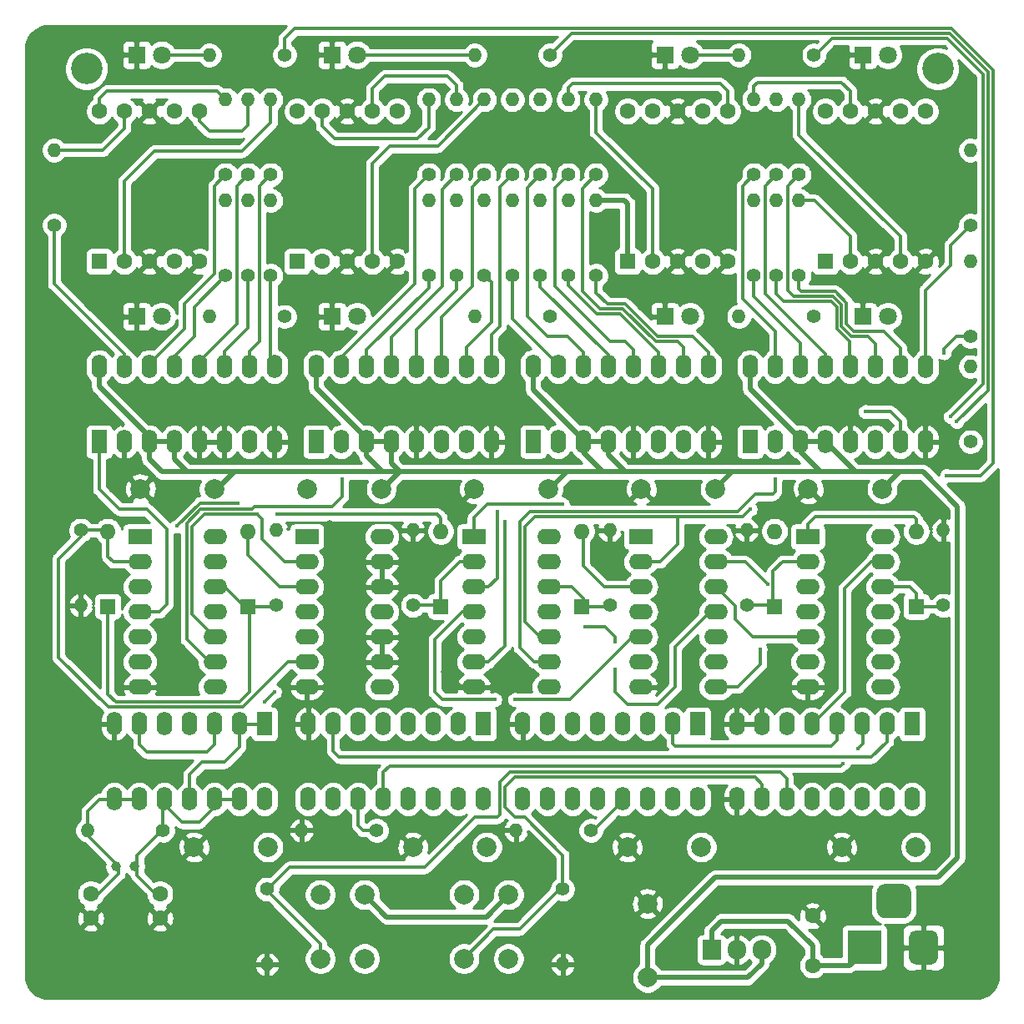
<source format=gbr>
%TF.GenerationSoftware,KiCad,Pcbnew,5.1.8-1.fc33*%
%TF.CreationDate,2020-11-27T02:34:12-03:00*%
%TF.ProjectId,Rel_gio,52656cf3-6769-46f2-9e6b-696361645f70,rev?*%
%TF.SameCoordinates,Original*%
%TF.FileFunction,Copper,L2,Bot*%
%TF.FilePolarity,Positive*%
%FSLAX46Y46*%
G04 Gerber Fmt 4.6, Leading zero omitted, Abs format (unit mm)*
G04 Created by KiCad (PCBNEW 5.1.8-1.fc33) date 2020-11-27 02:34:12*
%MOMM*%
%LPD*%
G01*
G04 APERTURE LIST*
%TA.AperFunction,ComponentPad*%
%ADD10O,2.400000X1.600000*%
%TD*%
%TA.AperFunction,ComponentPad*%
%ADD11R,2.400000X1.600000*%
%TD*%
%TA.AperFunction,ComponentPad*%
%ADD12C,1.600000*%
%TD*%
%TA.AperFunction,ComponentPad*%
%ADD13R,1.600000X1.600000*%
%TD*%
%TA.AperFunction,ComponentPad*%
%ADD14O,1.400000X1.400000*%
%TD*%
%TA.AperFunction,ComponentPad*%
%ADD15C,1.400000*%
%TD*%
%TA.AperFunction,ComponentPad*%
%ADD16O,1.600000X2.400000*%
%TD*%
%TA.AperFunction,ComponentPad*%
%ADD17R,1.600000X2.400000*%
%TD*%
%TA.AperFunction,ComponentPad*%
%ADD18C,1.800000*%
%TD*%
%TA.AperFunction,ComponentPad*%
%ADD19R,1.800000X1.800000*%
%TD*%
%TA.AperFunction,ComponentPad*%
%ADD20C,2.000000*%
%TD*%
%TA.AperFunction,ComponentPad*%
%ADD21O,1.905000X2.000000*%
%TD*%
%TA.AperFunction,ComponentPad*%
%ADD22R,1.905000X2.000000*%
%TD*%
%TA.AperFunction,ComponentPad*%
%ADD23C,1.000000*%
%TD*%
%TA.AperFunction,ComponentPad*%
%ADD24R,3.500000X3.500000*%
%TD*%
%TA.AperFunction,ComponentPad*%
%ADD25O,1.600000X1.600000*%
%TD*%
%TA.AperFunction,ViaPad*%
%ADD26C,0.800000*%
%TD*%
%TA.AperFunction,ViaPad*%
%ADD27C,3.200000*%
%TD*%
%TA.AperFunction,ViaPad*%
%ADD28C,0.400000*%
%TD*%
%TA.AperFunction,Conductor*%
%ADD29C,0.500000*%
%TD*%
%TA.AperFunction,Conductor*%
%ADD30C,0.300000*%
%TD*%
%TA.AperFunction,Conductor*%
%ADD31C,0.254000*%
%TD*%
%TA.AperFunction,Conductor*%
%ADD32C,0.100000*%
%TD*%
G04 APERTURE END LIST*
D10*
%TO.P,U7,14*%
%TO.N,+5V*%
X165682500Y-112500000D03*
%TO.P,U7,7*%
%TO.N,GNDREF*%
X158062500Y-127740000D03*
%TO.P,U7,13*%
%TO.N,/Contador/dez_seg_b*%
X165682500Y-115040000D03*
%TO.P,U7,6*%
%TO.N,Net-(D3-Pad2)*%
X158062500Y-125200000D03*
%TO.P,U7,12*%
%TO.N,/Contador/dez_seg_c*%
X165682500Y-117580000D03*
%TO.P,U7,5*%
%TO.N,/Contador/dez_min_b*%
X158062500Y-122660000D03*
%TO.P,U7,11*%
%TO.N,Net-(D1-Pad2)*%
X165682500Y-120120000D03*
%TO.P,U7,4*%
%TO.N,/Contador/dez_min_c*%
X158062500Y-120120000D03*
%TO.P,U7,10*%
%TO.N,/Contador/un_seg_b*%
X165682500Y-122660000D03*
%TO.P,U7,3*%
%TO.N,Net-(D4-Pad2)*%
X158062500Y-117580000D03*
%TO.P,U7,9*%
%TO.N,/Contador/un_seg_d*%
X165682500Y-125200000D03*
%TO.P,U7,2*%
%TO.N,/Contador/un_min_b*%
X158062500Y-115040000D03*
%TO.P,U7,8*%
%TO.N,Net-(D2-Pad2)*%
X165682500Y-127740000D03*
D11*
%TO.P,U7,1*%
%TO.N,/Contador/un_min_d*%
X158062500Y-112500000D03*
%TD*%
D12*
%TO.P,U16,5*%
%TO.N,GNDREF*%
X113284000Y-84582000D03*
%TO.P,U16,4*%
%TO.N,Net-(R38-Pad2)*%
X110744000Y-84582000D03*
%TO.P,U16,3*%
%TO.N,GNDREF*%
X108204000Y-84582000D03*
%TO.P,U16,2*%
%TO.N,Net-(R40-Pad2)*%
X105664000Y-84582000D03*
%TO.P,U16,6*%
%TO.N,Net-(R36-Pad2)*%
X113284000Y-69342000D03*
%TO.P,U16,7*%
%TO.N,Net-(R34-Pad2)*%
X110744000Y-69342000D03*
%TO.P,U16,8*%
%TO.N,GNDREF*%
X108204000Y-69342000D03*
%TO.P,U16,9*%
%TO.N,Net-(R44-Pad2)*%
X105664000Y-69342000D03*
D13*
%TO.P,U16,1*%
%TO.N,Net-(R42-Pad2)*%
X103124000Y-84582000D03*
D12*
%TO.P,U16,10*%
%TO.N,Net-(R46-Pad2)*%
X103124000Y-69342000D03*
%TD*%
%TO.P,U18,5*%
%TO.N,GNDREF*%
X133350000Y-84582000D03*
%TO.P,U18,4*%
%TO.N,Net-(R39-Pad2)*%
X130810000Y-84582000D03*
%TO.P,U18,3*%
%TO.N,GNDREF*%
X128270000Y-84582000D03*
%TO.P,U18,2*%
%TO.N,Net-(R41-Pad2)*%
X125730000Y-84582000D03*
%TO.P,U18,6*%
%TO.N,Net-(R37-Pad2)*%
X133350000Y-69342000D03*
%TO.P,U18,7*%
%TO.N,Net-(R35-Pad2)*%
X130810000Y-69342000D03*
%TO.P,U18,8*%
%TO.N,GNDREF*%
X128270000Y-69342000D03*
%TO.P,U18,9*%
%TO.N,Net-(R45-Pad2)*%
X125730000Y-69342000D03*
D13*
%TO.P,U18,1*%
%TO.N,Net-(R43-Pad2)*%
X123190000Y-84582000D03*
D12*
%TO.P,U18,10*%
%TO.N,Net-(R47-Pad2)*%
X123190000Y-69342000D03*
%TD*%
%TO.P,U14,5*%
%TO.N,GNDREF*%
X186944000Y-84582000D03*
%TO.P,U14,4*%
%TO.N,Net-(R25-Pad2)*%
X184404000Y-84582000D03*
%TO.P,U14,3*%
%TO.N,GNDREF*%
X181864000Y-84582000D03*
%TO.P,U14,2*%
%TO.N,Net-(R27-Pad2)*%
X179324000Y-84582000D03*
%TO.P,U14,6*%
%TO.N,Net-(R23-Pad2)*%
X186944000Y-69342000D03*
%TO.P,U14,7*%
%TO.N,Net-(R21-Pad2)*%
X184404000Y-69342000D03*
%TO.P,U14,8*%
%TO.N,GNDREF*%
X181864000Y-69342000D03*
%TO.P,U14,9*%
%TO.N,Net-(R31-Pad2)*%
X179324000Y-69342000D03*
D13*
%TO.P,U14,1*%
%TO.N,Net-(R29-Pad2)*%
X176784000Y-84582000D03*
D12*
%TO.P,U14,10*%
%TO.N,Net-(R33-Pad2)*%
X176784000Y-69342000D03*
%TD*%
D14*
%TO.P,R15,2*%
%TO.N,Net-(D10-Pad2)*%
X168021000Y-90170000D03*
D15*
%TO.P,R15,1*%
%TO.N,/Contador/un_seg_b*%
X175641000Y-90170000D03*
%TD*%
D16*
%TO.P,U2,14*%
%TO.N,+5V*%
X119888000Y-139116000D03*
%TO.P,U2,7*%
%TO.N,GNDREF*%
X104648000Y-131496000D03*
%TO.P,U2,13*%
%TO.N,Net-(C4-Pad1)*%
X117348000Y-139116000D03*
%TO.P,U2,6*%
%TO.N,Net-(U2-Pad3)*%
X107188000Y-131496000D03*
%TO.P,U2,12*%
%TO.N,Net-(C4-Pad1)*%
X114808000Y-139116000D03*
%TO.P,U2,5*%
%TO.N,+5V*%
X109728000Y-131496000D03*
%TO.P,U2,11*%
%TO.N,Net-(U2-Pad1)*%
X112268000Y-139116000D03*
%TO.P,U2,4*%
%TO.N,/Divisor de frequ\u00EAncia/osc*%
X112268000Y-131496000D03*
%TO.P,U2,10*%
%TO.N,Net-(C4-Pad1)*%
X109728000Y-139116000D03*
%TO.P,U2,3*%
%TO.N,Net-(U2-Pad3)*%
X114808000Y-131496000D03*
%TO.P,U2,9*%
%TO.N,Net-(C3-Pad1)*%
X107188000Y-139116000D03*
%TO.P,U2,2*%
%TO.N,Net-(U2-Pad1)*%
X117348000Y-131496000D03*
%TO.P,U2,8*%
%TO.N,Net-(C3-Pad1)*%
X104648000Y-139116000D03*
D17*
%TO.P,U2,1*%
%TO.N,Net-(U2-Pad1)*%
X119888000Y-131496000D03*
%TD*%
D16*
%TO.P,U4,16*%
%TO.N,+5V*%
X163846000Y-139116000D03*
%TO.P,U4,8*%
%TO.N,GNDREF*%
X146066000Y-131496000D03*
%TO.P,U4,15*%
%TO.N,Net-(U4-Pad15)*%
X161306000Y-139116000D03*
%TO.P,U4,7*%
%TO.N,Net-(U4-Pad7)*%
X148606000Y-131496000D03*
%TO.P,U4,14*%
%TO.N,Net-(U3-Pad3)*%
X158766000Y-139116000D03*
%TO.P,U4,6*%
%TO.N,Net-(U4-Pad6)*%
X151146000Y-131496000D03*
%TO.P,U4,13*%
%TO.N,Net-(R3-Pad1)*%
X156226000Y-139116000D03*
%TO.P,U4,5*%
%TO.N,Net-(U4-Pad5)*%
X153686000Y-131496000D03*
%TO.P,U4,12*%
%TO.N,Net-(U4-Pad12)*%
X153686000Y-139116000D03*
%TO.P,U4,4*%
%TO.N,Net-(U4-Pad15)*%
X156226000Y-131496000D03*
%TO.P,U4,11*%
%TO.N,Net-(U4-Pad11)*%
X151146000Y-139116000D03*
%TO.P,U4,3*%
%TO.N,Net-(U4-Pad3)*%
X158766000Y-131496000D03*
%TO.P,U4,10*%
%TO.N,Net-(U4-Pad10)*%
X148606000Y-139116000D03*
%TO.P,U4,2*%
%TO.N,/Divisor de frequ\u00EAncia/clock_seg*%
X161306000Y-131496000D03*
%TO.P,U4,9*%
%TO.N,Net-(U4-Pad9)*%
X146066000Y-139116000D03*
D17*
%TO.P,U4,1*%
%TO.N,Net-(U4-Pad1)*%
X163846000Y-131496000D03*
%TD*%
D14*
%TO.P,R18,2*%
%TO.N,Net-(D13-Pad2)*%
X114300000Y-63631000D03*
D15*
%TO.P,R18,1*%
%TO.N,/Contador/dez_seg_d*%
X121920000Y-63631000D03*
%TD*%
D14*
%TO.P,R16,2*%
%TO.N,Net-(D11-Pad2)*%
X141226500Y-63631000D03*
D15*
%TO.P,R16,1*%
%TO.N,/Contador/dez_seg_c*%
X148846500Y-63631000D03*
%TD*%
D14*
%TO.P,R14,2*%
%TO.N,Net-(D9-Pad2)*%
X168021000Y-63631000D03*
D15*
%TO.P,R14,1*%
%TO.N,/Contador/dez_seg_b*%
X175641000Y-63631000D03*
%TD*%
D14*
%TO.P,R12,2*%
%TO.N,Net-(D7-Pad2)*%
X191516000Y-84582000D03*
D15*
%TO.P,R12,1*%
%TO.N,/Contador/dez_seg_a*%
X191516000Y-92202000D03*
%TD*%
D18*
%TO.P,D14,2*%
%TO.N,Net-(D14-Pad2)*%
X109469000Y-90170000D03*
D19*
%TO.P,D14,1*%
%TO.N,GNDREF*%
X106929000Y-90170000D03*
%TD*%
D18*
%TO.P,D13,2*%
%TO.N,Net-(D13-Pad2)*%
X109469000Y-63631000D03*
D19*
%TO.P,D13,1*%
%TO.N,GNDREF*%
X106929000Y-63631000D03*
%TD*%
D18*
%TO.P,D12,2*%
%TO.N,Net-(D12-Pad2)*%
X129281000Y-90170000D03*
D19*
%TO.P,D12,1*%
%TO.N,GNDREF*%
X126741000Y-90170000D03*
%TD*%
D18*
%TO.P,D11,2*%
%TO.N,Net-(D11-Pad2)*%
X129281000Y-63631000D03*
D19*
%TO.P,D11,1*%
%TO.N,GNDREF*%
X126741000Y-63631000D03*
%TD*%
D18*
%TO.P,D10,2*%
%TO.N,Net-(D10-Pad2)*%
X163063000Y-90170000D03*
D19*
%TO.P,D10,1*%
%TO.N,GNDREF*%
X160523000Y-90170000D03*
%TD*%
D18*
%TO.P,D9,2*%
%TO.N,Net-(D9-Pad2)*%
X163063000Y-63631000D03*
D19*
%TO.P,D9,1*%
%TO.N,GNDREF*%
X160523000Y-63631000D03*
%TD*%
D18*
%TO.P,D8,2*%
%TO.N,Net-(D8-Pad2)*%
X183129000Y-90170000D03*
D19*
%TO.P,D8,1*%
%TO.N,GNDREF*%
X180589000Y-90170000D03*
%TD*%
D18*
%TO.P,D7,2*%
%TO.N,Net-(D7-Pad2)*%
X183129000Y-63631000D03*
D19*
%TO.P,D7,1*%
%TO.N,GNDREF*%
X180589000Y-63631000D03*
%TD*%
D16*
%TO.P,U3,16*%
%TO.N,+5V*%
X142096000Y-139116000D03*
%TO.P,U3,8*%
%TO.N,GNDREF*%
X124316000Y-131496000D03*
%TO.P,U3,15*%
%TO.N,Net-(U3-Pad15)*%
X139556000Y-139116000D03*
%TO.P,U3,7*%
%TO.N,/Divisor de frequ\u00EAncia/fast*%
X126856000Y-131496000D03*
%TO.P,U3,14*%
%TO.N,Net-(U3-Pad14)*%
X137016000Y-139116000D03*
%TO.P,U3,6*%
%TO.N,Net-(U3-Pad6)*%
X129396000Y-131496000D03*
%TO.P,U3,13*%
%TO.N,Net-(U3-Pad13)*%
X134476000Y-139116000D03*
%TO.P,U3,5*%
%TO.N,Net-(U3-Pad5)*%
X131936000Y-131496000D03*
%TO.P,U3,12*%
%TO.N,/Divisor de frequ\u00EAncia/slow*%
X131936000Y-139116000D03*
%TO.P,U3,4*%
%TO.N,Net-(U3-Pad4)*%
X134476000Y-131496000D03*
%TO.P,U3,11*%
%TO.N,Net-(R2-Pad1)*%
X129396000Y-139116000D03*
%TO.P,U3,3*%
%TO.N,Net-(U3-Pad3)*%
X137016000Y-131496000D03*
%TO.P,U3,10*%
%TO.N,/Divisor de frequ\u00EAncia/osc*%
X126856000Y-139116000D03*
%TO.P,U3,2*%
%TO.N,Net-(U3-Pad2)*%
X139556000Y-131496000D03*
%TO.P,U3,9*%
%TO.N,Net-(U3-Pad9)*%
X124316000Y-139116000D03*
D17*
%TO.P,U3,1*%
%TO.N,Net-(U3-Pad1)*%
X142096000Y-131496000D03*
%TD*%
D14*
%TO.P,R4,2*%
%TO.N,GNDREF*%
X120142000Y-155884000D03*
D15*
%TO.P,R4,1*%
%TO.N,Net-(R4-Pad1)*%
X120142000Y-148264000D03*
%TD*%
D10*
%TO.P,U10,14*%
%TO.N,+5V*%
X114870000Y-112500000D03*
%TO.P,U10,7*%
%TO.N,GNDREF*%
X107250000Y-127740000D03*
%TO.P,U10,13*%
%TO.N,Net-(D3-Pad2)*%
X114870000Y-115040000D03*
%TO.P,U10,6*%
%TO.N,Net-(U10-Pad6)*%
X107250000Y-125200000D03*
%TO.P,U10,12*%
%TO.N,Net-(D5-Pad1)*%
X114870000Y-117580000D03*
%TO.P,U10,5*%
%TO.N,Net-(U10-Pad5)*%
X107250000Y-122660000D03*
%TO.P,U10,11*%
%TO.N,/Contador/un_hor_a*%
X114870000Y-120120000D03*
%TO.P,U10,4*%
%TO.N,/Contador/dez_hor_b*%
X107250000Y-120120000D03*
%TO.P,U10,10*%
%TO.N,/Contador/un_hor_b*%
X114870000Y-122660000D03*
%TO.P,U10,3*%
%TO.N,/Contador/dez_hor_a*%
X107250000Y-117580000D03*
%TO.P,U10,9*%
%TO.N,/Contador/un_hor_c*%
X114870000Y-125200000D03*
%TO.P,U10,2*%
%TO.N,Net-(D6-Pad2)*%
X107250000Y-115040000D03*
%TO.P,U10,8*%
%TO.N,/Contador/un_hor_d*%
X114870000Y-127740000D03*
D11*
%TO.P,U10,1*%
%TO.N,Net-(D5-Pad2)*%
X107250000Y-112500000D03*
%TD*%
D20*
%TO.P,SW2,3*%
%TO.N,Net-(SW2-Pad3)*%
X140138000Y-148814000D03*
%TO.P,SW2,4*%
%TO.N,+5V*%
X144638000Y-148814000D03*
%TO.P,SW2,1*%
%TO.N,Net-(R5-Pad1)*%
X140138000Y-155314000D03*
%TO.P,SW2,2*%
%TO.N,Net-(SW2-Pad2)*%
X144638000Y-155314000D03*
%TD*%
%TO.P,SW1,3*%
%TO.N,Net-(SW1-Pad3)*%
X125542000Y-148814000D03*
%TO.P,SW1,4*%
%TO.N,+5V*%
X130042000Y-148814000D03*
%TO.P,SW1,1*%
%TO.N,Net-(R4-Pad1)*%
X125542000Y-155314000D03*
%TO.P,SW1,2*%
%TO.N,Net-(SW1-Pad2)*%
X130042000Y-155314000D03*
%TD*%
D21*
%TO.P,U1,3*%
%TO.N,+5V*%
X170330000Y-154419500D03*
%TO.P,U1,2*%
%TO.N,GNDREF*%
X167790000Y-154419500D03*
D22*
%TO.P,U1,1*%
%TO.N,Net-(C1-Pad1)*%
X165250000Y-154419500D03*
%TD*%
D23*
%TO.P,Y1,2*%
%TO.N,Net-(C4-Pad1)*%
X106716000Y-145968000D03*
%TO.P,Y1,1*%
%TO.N,Net-(C3-Pad1)*%
X104816000Y-145968000D03*
%TD*%
D16*
%TO.P,U17,16*%
%TO.N,+5V*%
X125137333Y-95250000D03*
%TO.P,U17,8*%
%TO.N,GNDREF*%
X142917333Y-102870000D03*
%TO.P,U17,15*%
%TO.N,Net-(R45-Pad1)*%
X127677333Y-95250000D03*
%TO.P,U17,7*%
%TO.N,/Contador/un_hor_a*%
X140377333Y-102870000D03*
%TO.P,U17,14*%
%TO.N,Net-(R47-Pad1)*%
X130217333Y-95250000D03*
%TO.P,U17,6*%
%TO.N,/Contador/un_hor_d*%
X137837333Y-102870000D03*
%TO.P,U17,13*%
%TO.N,Net-(R35-Pad1)*%
X132757333Y-95250000D03*
%TO.P,U17,5*%
%TO.N,GNDREF*%
X135297333Y-102870000D03*
%TO.P,U17,12*%
%TO.N,Net-(R37-Pad1)*%
X135297333Y-95250000D03*
%TO.P,U17,4*%
%TO.N,+5V*%
X132757333Y-102870000D03*
%TO.P,U17,11*%
%TO.N,Net-(R39-Pad1)*%
X137837333Y-95250000D03*
%TO.P,U17,3*%
%TO.N,+5V*%
X130217333Y-102870000D03*
%TO.P,U17,10*%
%TO.N,Net-(R41-Pad1)*%
X140377333Y-95250000D03*
%TO.P,U17,2*%
%TO.N,/Contador/un_hor_c*%
X127677333Y-102870000D03*
%TO.P,U17,9*%
%TO.N,Net-(R43-Pad1)*%
X142917333Y-95250000D03*
D17*
%TO.P,U17,1*%
%TO.N,/Contador/un_hor_b*%
X125137333Y-102870000D03*
%TD*%
D16*
%TO.P,U13,16*%
%TO.N,+5V*%
X169164000Y-95250000D03*
%TO.P,U13,8*%
%TO.N,GNDREF*%
X186944000Y-102870000D03*
%TO.P,U13,15*%
%TO.N,Net-(R31-Pad1)*%
X171704000Y-95250000D03*
%TO.P,U13,7*%
%TO.N,/Contador/un_min_a*%
X184404000Y-102870000D03*
%TO.P,U13,14*%
%TO.N,Net-(R33-Pad1)*%
X174244000Y-95250000D03*
%TO.P,U13,6*%
%TO.N,/Contador/un_min_d*%
X181864000Y-102870000D03*
%TO.P,U13,13*%
%TO.N,Net-(R21-Pad1)*%
X176784000Y-95250000D03*
%TO.P,U13,5*%
%TO.N,GNDREF*%
X179324000Y-102870000D03*
%TO.P,U13,12*%
%TO.N,Net-(R23-Pad1)*%
X179324000Y-95250000D03*
%TO.P,U13,4*%
%TO.N,+5V*%
X176784000Y-102870000D03*
%TO.P,U13,11*%
%TO.N,Net-(R25-Pad1)*%
X181864000Y-95250000D03*
%TO.P,U13,3*%
%TO.N,+5V*%
X174244000Y-102870000D03*
%TO.P,U13,10*%
%TO.N,Net-(R27-Pad1)*%
X184404000Y-95250000D03*
%TO.P,U13,2*%
%TO.N,/Contador/un_min_c*%
X171704000Y-102870000D03*
%TO.P,U13,9*%
%TO.N,Net-(R29-Pad1)*%
X186944000Y-95250000D03*
D17*
%TO.P,U13,1*%
%TO.N,/Contador/un_min_b*%
X169164000Y-102870000D03*
%TD*%
D12*
%TO.P,U12,5*%
%TO.N,GNDREF*%
X166878000Y-84582000D03*
%TO.P,U12,4*%
%TO.N,Net-(R24-Pad2)*%
X164338000Y-84582000D03*
%TO.P,U12,3*%
%TO.N,GNDREF*%
X161798000Y-84582000D03*
%TO.P,U12,2*%
%TO.N,Net-(R26-Pad2)*%
X159258000Y-84582000D03*
%TO.P,U12,6*%
%TO.N,Net-(R22-Pad2)*%
X166878000Y-69342000D03*
%TO.P,U12,7*%
%TO.N,Net-(R20-Pad2)*%
X164338000Y-69342000D03*
%TO.P,U12,8*%
%TO.N,GNDREF*%
X161798000Y-69342000D03*
%TO.P,U12,9*%
%TO.N,Net-(R30-Pad2)*%
X159258000Y-69342000D03*
D13*
%TO.P,U12,1*%
%TO.N,Net-(R28-Pad2)*%
X156718000Y-84582000D03*
D12*
%TO.P,U12,10*%
%TO.N,Net-(R32-Pad2)*%
X156718000Y-69342000D03*
%TD*%
D16*
%TO.P,U15,16*%
%TO.N,+5V*%
X103124000Y-95250000D03*
%TO.P,U15,8*%
%TO.N,GNDREF*%
X120904000Y-102870000D03*
%TO.P,U15,15*%
%TO.N,Net-(R44-Pad1)*%
X105664000Y-95250000D03*
%TO.P,U15,7*%
%TO.N,/Contador/dez_hor_a*%
X118364000Y-102870000D03*
%TO.P,U15,14*%
%TO.N,Net-(R46-Pad1)*%
X108204000Y-95250000D03*
%TO.P,U15,6*%
%TO.N,GNDREF*%
X115824000Y-102870000D03*
%TO.P,U15,13*%
%TO.N,Net-(R34-Pad1)*%
X110744000Y-95250000D03*
%TO.P,U15,5*%
%TO.N,GNDREF*%
X113284000Y-102870000D03*
%TO.P,U15,12*%
%TO.N,Net-(R36-Pad1)*%
X113284000Y-95250000D03*
%TO.P,U15,4*%
%TO.N,+5V*%
X110744000Y-102870000D03*
%TO.P,U15,11*%
%TO.N,Net-(R38-Pad1)*%
X115824000Y-95250000D03*
%TO.P,U15,3*%
%TO.N,+5V*%
X108204000Y-102870000D03*
%TO.P,U15,10*%
%TO.N,Net-(R40-Pad1)*%
X118364000Y-95250000D03*
%TO.P,U15,2*%
%TO.N,GNDREF*%
X105664000Y-102870000D03*
%TO.P,U15,9*%
%TO.N,Net-(R42-Pad1)*%
X120904000Y-95250000D03*
D17*
%TO.P,U15,1*%
%TO.N,/Contador/dez_hor_b*%
X103124000Y-102870000D03*
%TD*%
D16*
%TO.P,U11,16*%
%TO.N,+5V*%
X147150666Y-95250000D03*
%TO.P,U11,8*%
%TO.N,GNDREF*%
X164930666Y-102870000D03*
%TO.P,U11,15*%
%TO.N,Net-(R30-Pad1)*%
X149690666Y-95250000D03*
%TO.P,U11,7*%
%TO.N,/Contador/dez_min_a*%
X162390666Y-102870000D03*
%TO.P,U11,14*%
%TO.N,Net-(R32-Pad1)*%
X152230666Y-95250000D03*
%TO.P,U11,6*%
%TO.N,/Contador/dez_min_d*%
X159850666Y-102870000D03*
%TO.P,U11,13*%
%TO.N,Net-(R20-Pad1)*%
X154770666Y-95250000D03*
%TO.P,U11,5*%
%TO.N,GNDREF*%
X157310666Y-102870000D03*
%TO.P,U11,12*%
%TO.N,Net-(R22-Pad1)*%
X157310666Y-95250000D03*
%TO.P,U11,4*%
%TO.N,+5V*%
X154770666Y-102870000D03*
%TO.P,U11,11*%
%TO.N,Net-(R24-Pad1)*%
X159850666Y-95250000D03*
%TO.P,U11,3*%
%TO.N,+5V*%
X152230666Y-102870000D03*
%TO.P,U11,10*%
%TO.N,Net-(R26-Pad1)*%
X162390666Y-95250000D03*
%TO.P,U11,2*%
%TO.N,/Contador/dez_min_c*%
X149690666Y-102870000D03*
%TO.P,U11,9*%
%TO.N,Net-(R28-Pad1)*%
X164930666Y-95250000D03*
D17*
%TO.P,U11,1*%
%TO.N,/Contador/dez_min_b*%
X147150666Y-102870000D03*
%TD*%
D10*
%TO.P,U6,14*%
%TO.N,+5V*%
X182620000Y-112500000D03*
%TO.P,U6,7*%
%TO.N,GNDREF*%
X175000000Y-127740000D03*
%TO.P,U6,13*%
%TO.N,/Contador/clock*%
X182620000Y-115040000D03*
%TO.P,U6,6*%
%TO.N,/Contador/dez_seg_d*%
X175000000Y-125200000D03*
%TO.P,U6,12*%
%TO.N,Net-(D2-Pad1)*%
X182620000Y-117580000D03*
%TO.P,U6,5*%
%TO.N,/Contador/dez_seg_c*%
X175000000Y-122660000D03*
%TO.P,U6,11*%
%TO.N,/Contador/un_seg_a*%
X182620000Y-120120000D03*
%TO.P,U6,4*%
%TO.N,/Contador/dez_seg_b*%
X175000000Y-120120000D03*
%TO.P,U6,10*%
%TO.N,/Contador/un_seg_b*%
X182620000Y-122660000D03*
%TO.P,U6,3*%
%TO.N,/Contador/dez_seg_a*%
X175000000Y-117580000D03*
%TO.P,U6,9*%
%TO.N,/Contador/un_seg_c*%
X182620000Y-125200000D03*
%TO.P,U6,2*%
%TO.N,Net-(D1-Pad1)*%
X175000000Y-115040000D03*
%TO.P,U6,8*%
%TO.N,/Contador/un_seg_d*%
X182620000Y-127740000D03*
D11*
%TO.P,U6,1*%
%TO.N,Net-(D2-Pad2)*%
X175000000Y-112500000D03*
%TD*%
D10*
%TO.P,U9,14*%
%TO.N,+5V*%
X148745000Y-112500000D03*
%TO.P,U9,7*%
%TO.N,GNDREF*%
X141125000Y-127740000D03*
%TO.P,U9,13*%
%TO.N,Net-(D1-Pad2)*%
X148745000Y-115040000D03*
%TO.P,U9,6*%
%TO.N,/Contador/dez_min_d*%
X141125000Y-125200000D03*
%TO.P,U9,12*%
%TO.N,Net-(D4-Pad1)*%
X148745000Y-117580000D03*
%TO.P,U9,5*%
%TO.N,/Contador/dez_min_c*%
X141125000Y-122660000D03*
%TO.P,U9,11*%
%TO.N,/Contador/un_min_a*%
X148745000Y-120120000D03*
%TO.P,U9,4*%
%TO.N,/Contador/dez_min_b*%
X141125000Y-120120000D03*
%TO.P,U9,10*%
%TO.N,/Contador/un_min_b*%
X148745000Y-122660000D03*
%TO.P,U9,3*%
%TO.N,/Contador/dez_min_a*%
X141125000Y-117580000D03*
%TO.P,U9,9*%
%TO.N,/Contador/un_min_c*%
X148745000Y-125200000D03*
%TO.P,U9,2*%
%TO.N,Net-(D3-Pad1)*%
X141125000Y-115040000D03*
%TO.P,U9,8*%
%TO.N,/Contador/un_min_d*%
X148745000Y-127740000D03*
D11*
%TO.P,U9,1*%
%TO.N,Net-(D4-Pad2)*%
X141125000Y-112500000D03*
%TD*%
D10*
%TO.P,U8,14*%
%TO.N,+5V*%
X131807500Y-112500000D03*
%TO.P,U8,7*%
%TO.N,GNDREF*%
X124187500Y-127740000D03*
%TO.P,U8,13*%
X131807500Y-115040000D03*
%TO.P,U8,6*%
%TO.N,Net-(D6-Pad2)*%
X124187500Y-125200000D03*
%TO.P,U8,12*%
%TO.N,GNDREF*%
X131807500Y-117580000D03*
%TO.P,U8,5*%
%TO.N,/Contador/dez_hor_b*%
X124187500Y-122660000D03*
%TO.P,U8,11*%
%TO.N,Net-(U8-Pad11)*%
X131807500Y-120120000D03*
%TO.P,U8,4*%
%TO.N,/Contador/un_hor_c*%
X124187500Y-120120000D03*
%TO.P,U8,10*%
%TO.N,GNDREF*%
X131807500Y-122660000D03*
%TO.P,U8,3*%
%TO.N,Net-(D5-Pad2)*%
X124187500Y-117580000D03*
%TO.P,U8,9*%
%TO.N,GNDREF*%
X131807500Y-125200000D03*
%TO.P,U8,2*%
%TO.N,/Contador/un_hor_b*%
X124187500Y-115040000D03*
%TO.P,U8,8*%
%TO.N,Net-(U8-Pad8)*%
X131807500Y-127740000D03*
D11*
%TO.P,U8,1*%
%TO.N,/Contador/un_hor_d*%
X124187500Y-112500000D03*
%TD*%
D16*
%TO.P,U5,16*%
%TO.N,+5V*%
X185596000Y-139116000D03*
%TO.P,U5,8*%
%TO.N,GNDREF*%
X167816000Y-131496000D03*
%TO.P,U5,15*%
%TO.N,Net-(U5-Pad15)*%
X183056000Y-139116000D03*
%TO.P,U5,7*%
%TO.N,GNDREF*%
X170356000Y-131496000D03*
%TO.P,U5,14*%
%TO.N,Net-(U5-Pad14)*%
X180516000Y-139116000D03*
%TO.P,U5,6*%
%TO.N,Net-(U5-Pad6)*%
X172896000Y-131496000D03*
%TO.P,U5,13*%
%TO.N,Net-(U5-Pad13)*%
X177976000Y-139116000D03*
%TO.P,U5,5*%
%TO.N,/Contador/clock*%
X175436000Y-131496000D03*
%TO.P,U5,12*%
%TO.N,Net-(U5-Pad12)*%
X175436000Y-139116000D03*
%TO.P,U5,4*%
%TO.N,/Divisor de frequ\u00EAncia/clock_seg*%
X177976000Y-131496000D03*
%TO.P,U5,11*%
%TO.N,Net-(R4-Pad1)*%
X172896000Y-139116000D03*
%TO.P,U5,3*%
%TO.N,/Divisor de frequ\u00EAncia/slow*%
X180516000Y-131496000D03*
%TO.P,U5,10*%
%TO.N,Net-(R5-Pad1)*%
X170356000Y-139116000D03*
%TO.P,U5,2*%
%TO.N,/Divisor de frequ\u00EAncia/fast*%
X183056000Y-131496000D03*
%TO.P,U5,9*%
%TO.N,GNDREF*%
X167816000Y-139116000D03*
D17*
%TO.P,U5,1*%
%TO.N,Net-(U5-Pad1)*%
X185596000Y-131496000D03*
%TD*%
D14*
%TO.P,R47,2*%
%TO.N,Net-(R47-Pad2)*%
X136548500Y-78387000D03*
D15*
%TO.P,R47,1*%
%TO.N,Net-(R47-Pad1)*%
X136548500Y-86007000D03*
%TD*%
D14*
%TO.P,R45,2*%
%TO.N,Net-(R45-Pad2)*%
X136548500Y-68162000D03*
D15*
%TO.P,R45,1*%
%TO.N,Net-(R45-Pad1)*%
X136548500Y-75782000D03*
%TD*%
D14*
%TO.P,R43,2*%
%TO.N,Net-(R43-Pad2)*%
X145034000Y-68162000D03*
D15*
%TO.P,R43,1*%
%TO.N,Net-(R43-Pad1)*%
X145034000Y-75782000D03*
%TD*%
D14*
%TO.P,R41,2*%
%TO.N,Net-(R41-Pad2)*%
X142205500Y-78387000D03*
D15*
%TO.P,R41,1*%
%TO.N,Net-(R41-Pad1)*%
X142205500Y-86007000D03*
%TD*%
D14*
%TO.P,R39,2*%
%TO.N,Net-(R39-Pad2)*%
X142205500Y-68162000D03*
D15*
%TO.P,R39,1*%
%TO.N,Net-(R39-Pad1)*%
X142205500Y-75782000D03*
%TD*%
D14*
%TO.P,R37,2*%
%TO.N,Net-(R37-Pad2)*%
X139377000Y-78387000D03*
D15*
%TO.P,R37,1*%
%TO.N,Net-(R37-Pad1)*%
X139377000Y-86007000D03*
%TD*%
D14*
%TO.P,R35,2*%
%TO.N,Net-(R35-Pad2)*%
X139377000Y-68162000D03*
D15*
%TO.P,R35,1*%
%TO.N,Net-(R35-Pad1)*%
X139377000Y-75782000D03*
%TD*%
D14*
%TO.P,R33,2*%
%TO.N,Net-(R33-Pad2)*%
X169545000Y-78387000D03*
D15*
%TO.P,R33,1*%
%TO.N,Net-(R33-Pad1)*%
X169545000Y-86007000D03*
%TD*%
D14*
%TO.P,R31,2*%
%TO.N,Net-(R31-Pad2)*%
X169539500Y-68162000D03*
D15*
%TO.P,R31,1*%
%TO.N,Net-(R31-Pad1)*%
X169539500Y-75782000D03*
%TD*%
D14*
%TO.P,R29,2*%
%TO.N,Net-(R29-Pad2)*%
X191516000Y-73274500D03*
D15*
%TO.P,R29,1*%
%TO.N,Net-(R29-Pad1)*%
X191516000Y-80894500D03*
%TD*%
D14*
%TO.P,R27,2*%
%TO.N,Net-(R27-Pad2)*%
X174122500Y-78387000D03*
D15*
%TO.P,R27,1*%
%TO.N,Net-(R27-Pad1)*%
X174122500Y-86007000D03*
%TD*%
D14*
%TO.P,R25,2*%
%TO.N,Net-(R25-Pad2)*%
X174122500Y-68162000D03*
D15*
%TO.P,R25,1*%
%TO.N,Net-(R25-Pad1)*%
X174122500Y-75782000D03*
%TD*%
D14*
%TO.P,R23,2*%
%TO.N,Net-(R23-Pad2)*%
X171831000Y-78387000D03*
D15*
%TO.P,R23,1*%
%TO.N,Net-(R23-Pad1)*%
X171831000Y-86007000D03*
%TD*%
D14*
%TO.P,R21,2*%
%TO.N,Net-(R21-Pad2)*%
X171831000Y-68162000D03*
D15*
%TO.P,R21,1*%
%TO.N,Net-(R21-Pad1)*%
X171831000Y-75782000D03*
%TD*%
D14*
%TO.P,R19,2*%
%TO.N,Net-(D14-Pad2)*%
X114300000Y-90170000D03*
D15*
%TO.P,R19,1*%
%TO.N,/Contador/un_seg_d*%
X121920000Y-90170000D03*
%TD*%
D14*
%TO.P,R17,2*%
%TO.N,Net-(D12-Pad2)*%
X141226500Y-90170000D03*
D15*
%TO.P,R17,1*%
%TO.N,/Contador/un_seg_c*%
X148846500Y-90170000D03*
%TD*%
D14*
%TO.P,R13,2*%
%TO.N,Net-(D8-Pad2)*%
X191516000Y-95250000D03*
D15*
%TO.P,R13,1*%
%TO.N,/Contador/un_seg_a*%
X191516000Y-102870000D03*
%TD*%
D14*
%TO.P,R46,2*%
%TO.N,Net-(R46-Pad2)*%
X115945500Y-68162000D03*
D15*
%TO.P,R46,1*%
%TO.N,Net-(R46-Pad1)*%
X115945500Y-75782000D03*
%TD*%
D14*
%TO.P,R44,2*%
%TO.N,Net-(R44-Pad2)*%
X98552000Y-73274500D03*
D15*
%TO.P,R44,1*%
%TO.N,Net-(R44-Pad1)*%
X98552000Y-80894500D03*
%TD*%
D14*
%TO.P,R42,2*%
%TO.N,Net-(R42-Pad2)*%
X120528500Y-78387000D03*
D15*
%TO.P,R42,1*%
%TO.N,Net-(R42-Pad1)*%
X120528500Y-86007000D03*
%TD*%
D14*
%TO.P,R40,2*%
%TO.N,Net-(R40-Pad2)*%
X120528500Y-68162000D03*
D15*
%TO.P,R40,1*%
%TO.N,Net-(R40-Pad1)*%
X120528500Y-75782000D03*
%TD*%
D14*
%TO.P,R38,2*%
%TO.N,Net-(R38-Pad2)*%
X118237000Y-78387000D03*
D15*
%TO.P,R38,1*%
%TO.N,Net-(R38-Pad1)*%
X118237000Y-86007000D03*
%TD*%
D14*
%TO.P,R36,2*%
%TO.N,Net-(R36-Pad2)*%
X118237000Y-68162000D03*
D15*
%TO.P,R36,1*%
%TO.N,Net-(R36-Pad1)*%
X118237000Y-75782000D03*
%TD*%
D14*
%TO.P,R34,2*%
%TO.N,Net-(R34-Pad2)*%
X115945500Y-78387000D03*
D15*
%TO.P,R34,1*%
%TO.N,Net-(R34-Pad1)*%
X115945500Y-86007000D03*
%TD*%
D14*
%TO.P,R32,2*%
%TO.N,Net-(R32-Pad2)*%
X147862500Y-68162000D03*
D15*
%TO.P,R32,1*%
%TO.N,Net-(R32-Pad1)*%
X147862500Y-75782000D03*
%TD*%
D14*
%TO.P,R30,2*%
%TO.N,Net-(R30-Pad2)*%
X145034000Y-78387000D03*
D15*
%TO.P,R30,1*%
%TO.N,Net-(R30-Pad1)*%
X145034000Y-86007000D03*
%TD*%
D14*
%TO.P,R28,2*%
%TO.N,Net-(R28-Pad2)*%
X153519500Y-78387000D03*
D15*
%TO.P,R28,1*%
%TO.N,Net-(R28-Pad1)*%
X153519500Y-86007000D03*
%TD*%
D14*
%TO.P,R26,2*%
%TO.N,Net-(R26-Pad2)*%
X153519500Y-68162000D03*
D15*
%TO.P,R26,1*%
%TO.N,Net-(R26-Pad1)*%
X153519500Y-75782000D03*
%TD*%
D14*
%TO.P,R24,2*%
%TO.N,Net-(R24-Pad2)*%
X150691000Y-78387000D03*
D15*
%TO.P,R24,1*%
%TO.N,Net-(R24-Pad1)*%
X150691000Y-86007000D03*
%TD*%
D14*
%TO.P,R22,2*%
%TO.N,Net-(R22-Pad2)*%
X150691000Y-68162000D03*
D15*
%TO.P,R22,1*%
%TO.N,Net-(R22-Pad1)*%
X150691000Y-75782000D03*
%TD*%
D14*
%TO.P,R20,2*%
%TO.N,Net-(R20-Pad2)*%
X147862500Y-78387000D03*
D15*
%TO.P,R20,1*%
%TO.N,Net-(R20-Pad1)*%
X147862500Y-86007000D03*
%TD*%
D14*
%TO.P,R7,2*%
%TO.N,GNDREF*%
X188750000Y-111850000D03*
D15*
%TO.P,R7,1*%
%TO.N,Net-(D2-Pad1)*%
X188750000Y-119470000D03*
%TD*%
D14*
%TO.P,R6,2*%
%TO.N,GNDREF*%
X168808333Y-111850000D03*
D15*
%TO.P,R6,1*%
%TO.N,Net-(D1-Pad1)*%
X168808333Y-119470000D03*
%TD*%
D14*
%TO.P,R9,2*%
%TO.N,GNDREF*%
X154916666Y-111850000D03*
D15*
%TO.P,R9,1*%
%TO.N,Net-(D4-Pad1)*%
X154916666Y-119470000D03*
%TD*%
D14*
%TO.P,R11,2*%
%TO.N,GNDREF*%
X121041666Y-111850000D03*
D15*
%TO.P,R11,1*%
%TO.N,Net-(D5-Pad1)*%
X121041666Y-119470000D03*
%TD*%
D14*
%TO.P,R8,2*%
%TO.N,GNDREF*%
X134933333Y-111850000D03*
D15*
%TO.P,R8,1*%
%TO.N,Net-(D3-Pad1)*%
X134933333Y-119470000D03*
%TD*%
D14*
%TO.P,R10,2*%
%TO.N,GNDREF*%
X101250000Y-119470000D03*
D15*
%TO.P,R10,1*%
%TO.N,Net-(D6-Pad2)*%
X101250000Y-111850000D03*
%TD*%
D14*
%TO.P,R5,2*%
%TO.N,GNDREF*%
X150138000Y-155884000D03*
D15*
%TO.P,R5,1*%
%TO.N,Net-(R5-Pad1)*%
X150138000Y-148264000D03*
%TD*%
D14*
%TO.P,R3,2*%
%TO.N,GNDREF*%
X145396000Y-142296000D03*
D15*
%TO.P,R3,1*%
%TO.N,Net-(R3-Pad1)*%
X153016000Y-142296000D03*
%TD*%
D14*
%TO.P,R2,2*%
%TO.N,GNDREF*%
X123646000Y-142296000D03*
D15*
%TO.P,R2,1*%
%TO.N,Net-(R2-Pad1)*%
X131266000Y-142296000D03*
%TD*%
D14*
%TO.P,R1,2*%
%TO.N,Net-(C3-Pad1)*%
X101956000Y-142296000D03*
D15*
%TO.P,R1,1*%
%TO.N,Net-(C4-Pad1)*%
X109576000Y-142296000D03*
%TD*%
%TO.P,J1,3*%
%TO.N,N/C*%
%TA.AperFunction,ComponentPad*%
G36*
G01*
X185500000Y-148603000D02*
X185500000Y-150353000D01*
G75*
G02*
X184625000Y-151228000I-875000J0D01*
G01*
X182875000Y-151228000D01*
G75*
G02*
X182000000Y-150353000I0J875000D01*
G01*
X182000000Y-148603000D01*
G75*
G02*
X182875000Y-147728000I875000J0D01*
G01*
X184625000Y-147728000D01*
G75*
G02*
X185500000Y-148603000I0J-875000D01*
G01*
G37*
%TD.AperFunction*%
%TO.P,J1,2*%
%TO.N,GNDREF*%
%TA.AperFunction,ComponentPad*%
G36*
G01*
X188250000Y-153178000D02*
X188250000Y-155178000D01*
G75*
G02*
X187500000Y-155928000I-750000J0D01*
G01*
X186000000Y-155928000D01*
G75*
G02*
X185250000Y-155178000I0J750000D01*
G01*
X185250000Y-153178000D01*
G75*
G02*
X186000000Y-152428000I750000J0D01*
G01*
X187500000Y-152428000D01*
G75*
G02*
X188250000Y-153178000I0J-750000D01*
G01*
G37*
%TD.AperFunction*%
D24*
%TO.P,J1,1*%
%TO.N,Net-(C1-Pad1)*%
X180750000Y-154178000D03*
%TD*%
D25*
%TO.P,D2,2*%
%TO.N,Net-(D2-Pad2)*%
X186000000Y-111950000D03*
D13*
%TO.P,D2,1*%
%TO.N,Net-(D2-Pad1)*%
X186000000Y-119570000D03*
%TD*%
D25*
%TO.P,D1,2*%
%TO.N,Net-(D1-Pad2)*%
X171654166Y-111950000D03*
D13*
%TO.P,D1,1*%
%TO.N,Net-(D1-Pad1)*%
X171654166Y-119570000D03*
%TD*%
D25*
%TO.P,D4,2*%
%TO.N,Net-(D4-Pad2)*%
X152070833Y-111950000D03*
D13*
%TO.P,D4,1*%
%TO.N,Net-(D4-Pad1)*%
X152070833Y-119570000D03*
%TD*%
D25*
%TO.P,D5,2*%
%TO.N,Net-(D5-Pad2)*%
X118195833Y-111950000D03*
D13*
%TO.P,D5,1*%
%TO.N,Net-(D5-Pad1)*%
X118195833Y-119570000D03*
%TD*%
D25*
%TO.P,D3,2*%
%TO.N,Net-(D3-Pad2)*%
X137779166Y-111950000D03*
D13*
%TO.P,D3,1*%
%TO.N,Net-(D3-Pad1)*%
X137779166Y-119570000D03*
%TD*%
D25*
%TO.P,D6,2*%
%TO.N,Net-(D6-Pad2)*%
X104000000Y-111950000D03*
D13*
%TO.P,D6,1*%
%TO.N,Net-(D5-Pad1)*%
X104000000Y-119570000D03*
%TD*%
D20*
%TO.P,C13,2*%
%TO.N,GNDREF*%
X175050000Y-107660000D03*
%TO.P,C13,1*%
%TO.N,+5V*%
X182550000Y-107660000D03*
%TD*%
%TO.P,C12,2*%
%TO.N,GNDREF*%
X158112500Y-107660000D03*
%TO.P,C12,1*%
%TO.N,+5V*%
X165612500Y-107660000D03*
%TD*%
%TO.P,C11,2*%
%TO.N,GNDREF*%
X141175000Y-107660000D03*
%TO.P,C11,1*%
%TO.N,+5V*%
X148675000Y-107660000D03*
%TD*%
%TO.P,C10,2*%
%TO.N,GNDREF*%
X124237500Y-107660000D03*
%TO.P,C10,1*%
%TO.N,+5V*%
X131737500Y-107660000D03*
%TD*%
%TO.P,C9,2*%
%TO.N,GNDREF*%
X107300000Y-107660000D03*
%TO.P,C9,1*%
%TO.N,+5V*%
X114800000Y-107660000D03*
%TD*%
%TO.P,C8,2*%
%TO.N,GNDREF*%
X178446000Y-143996000D03*
%TO.P,C8,1*%
%TO.N,+5V*%
X185946000Y-143996000D03*
%TD*%
%TO.P,C7,2*%
%TO.N,GNDREF*%
X156696000Y-143996000D03*
%TO.P,C7,1*%
%TO.N,+5V*%
X164196000Y-143996000D03*
%TD*%
%TO.P,C6,2*%
%TO.N,GNDREF*%
X134946000Y-143996000D03*
%TO.P,C6,1*%
%TO.N,+5V*%
X142446000Y-143996000D03*
%TD*%
%TO.P,C5,2*%
%TO.N,GNDREF*%
X112738000Y-143996000D03*
%TO.P,C5,1*%
%TO.N,+5V*%
X120238000Y-143996000D03*
%TD*%
D12*
%TO.P,C4,2*%
%TO.N,GNDREF*%
X109276000Y-151218000D03*
%TO.P,C4,1*%
%TO.N,Net-(C4-Pad1)*%
X109276000Y-148718000D03*
%TD*%
%TO.P,C3,2*%
%TO.N,GNDREF*%
X102256000Y-151218000D03*
%TO.P,C3,1*%
%TO.N,Net-(C3-Pad1)*%
X102256000Y-148718000D03*
%TD*%
D20*
%TO.P,C2,2*%
%TO.N,GNDREF*%
X158750000Y-149724500D03*
%TO.P,C2,1*%
%TO.N,+5V*%
X158750000Y-157224500D03*
%TD*%
D12*
%TO.P,C1,2*%
%TO.N,GNDREF*%
X175500000Y-150974500D03*
%TO.P,C1,1*%
%TO.N,Net-(C1-Pad1)*%
X175500000Y-155974500D03*
%TD*%
D26*
%TO.N,GNDREF*%
X126492000Y-111252000D03*
X138176000Y-126238000D03*
D27*
%TO.N,*%
X188214000Y-65024000D03*
X101854000Y-65024000D03*
D28*
%TO.N,Net-(D1-Pad2)*%
X155448000Y-125984000D03*
X155448000Y-123190000D03*
X152400000Y-121666000D03*
%TO.N,Net-(D2-Pad2)*%
X170180000Y-123952000D03*
%TO.N,Net-(D3-Pad2)*%
X121158000Y-110236000D03*
%TO.N,Net-(D4-Pad2)*%
X150114000Y-109220000D03*
%TO.N,Net-(D5-Pad2)*%
X117221000Y-109093000D03*
X110998000Y-111433880D03*
%TO.N,/Divisor de frequ\u00EAncia/slow*%
X178596000Y-135496000D03*
X180096000Y-133996000D03*
%TO.N,/Contador/dez_min_b*%
X143256000Y-129032000D03*
X145288000Y-129032000D03*
%TO.N,/Contador/dez_hor_b*%
X119888000Y-129286000D03*
X120904000Y-128270000D03*
%TO.N,/Contador/un_hor_c*%
X127762000Y-106680000D03*
%TO.N,/Contador/un_hor_b*%
X119126000Y-110236000D03*
%TO.N,/Contador/un_min_c*%
X171704000Y-106680000D03*
%TO.N,/Contador/dez_min_a*%
X143510000Y-109982000D03*
%TO.N,/Contador/un_min_b*%
X169164000Y-109728024D03*
%TO.N,/Contador/un_min_a*%
X180848000Y-99822000D03*
%TO.N,/Contador/dez_min_d*%
X144272000Y-110998014D03*
%TO.N,/Contador/dez_seg_b*%
X189484000Y-100330002D03*
X170942000Y-117348000D03*
%TO.N,/Contador/dez_seg_c*%
X190119000Y-100838004D03*
%TO.N,/Contador/dez_seg_a*%
X188849000Y-93853000D03*
%TO.N,/Contador/dez_seg_d*%
X189103000Y-106299000D03*
%TD*%
D29*
%TO.N,GNDREF*%
X141125000Y-127740000D02*
X139678000Y-127740000D01*
X139678000Y-127740000D02*
X138176000Y-126238000D01*
%TO.N,Net-(C1-Pad1)*%
X166250000Y-151500000D02*
X165250000Y-152500000D01*
X175500000Y-154000000D02*
X173000000Y-151500000D01*
X175500000Y-155500000D02*
X175500000Y-154000000D01*
X173000000Y-151500000D02*
X166250000Y-151500000D01*
X165250000Y-152500000D02*
X165250000Y-154000000D01*
X179682000Y-155500000D02*
X180750000Y-154432000D01*
X179207500Y-155974500D02*
X180750000Y-154432000D01*
X175500000Y-155974500D02*
X179207500Y-155974500D01*
%TO.N,+5V*%
X144638000Y-148814000D02*
X142388000Y-151064000D01*
X132292000Y-151064000D02*
X130042000Y-148814000D01*
X132292000Y-151064000D02*
X138750000Y-151064000D01*
X138750000Y-151064000D02*
X138388000Y-151064000D01*
X142388000Y-151064000D02*
X138750000Y-151064000D01*
X176784000Y-102870000D02*
X174244000Y-102870000D01*
X152230666Y-102870000D02*
X154770666Y-102870000D01*
X132757333Y-102870000D02*
X132757333Y-105071333D01*
X130217333Y-102870000D02*
X132757333Y-102870000D01*
X108204000Y-102870000D02*
X110744000Y-102870000D01*
X170330000Y-155806000D02*
X170330000Y-154000000D01*
X168910000Y-157226000D02*
X170330000Y-155806000D01*
X158751500Y-157226000D02*
X168910000Y-157226000D01*
X158750000Y-157224500D02*
X158751500Y-157226000D01*
X108204000Y-102870000D02*
X108204000Y-102362000D01*
X103124000Y-97282000D02*
X103124000Y-95250000D01*
X108204000Y-102362000D02*
X103124000Y-97282000D01*
X125137333Y-97451333D02*
X125137333Y-95250000D01*
X130217333Y-102531333D02*
X125137333Y-97451333D01*
X130217333Y-102870000D02*
X130217333Y-102531333D01*
X147150666Y-97620666D02*
X147150666Y-95250000D01*
X152230666Y-102700666D02*
X147150666Y-97620666D01*
X152230666Y-102870000D02*
X152230666Y-102700666D01*
X174244000Y-102870000D02*
X174244000Y-102616000D01*
X169164000Y-97536000D02*
X169164000Y-95250000D01*
X174244000Y-102616000D02*
X169164000Y-97536000D01*
X179832000Y-105918000D02*
X184404000Y-105918000D01*
X179832000Y-105918000D02*
X176784000Y-102870000D01*
X158750000Y-153924000D02*
X158750000Y-157224500D01*
X165608000Y-147066000D02*
X158750000Y-153924000D01*
X188214000Y-147066000D02*
X165608000Y-147066000D01*
X190184000Y-109412000D02*
X190184000Y-145096000D01*
X186690000Y-105918000D02*
X190184000Y-109412000D01*
X184912000Y-105918000D02*
X186690000Y-105918000D01*
X190184000Y-145096000D02*
X188214000Y-147066000D01*
X184332000Y-105918000D02*
X185166000Y-105918000D01*
X182500000Y-107750000D02*
X184332000Y-105918000D01*
X176022000Y-105918000D02*
X167332000Y-105918000D01*
X179832000Y-105918000D02*
X176022000Y-105918000D01*
X174244000Y-103886000D02*
X174244000Y-102870000D01*
X176276000Y-105918000D02*
X174244000Y-103886000D01*
X176022000Y-105918000D02*
X176276000Y-105918000D01*
X165500000Y-107750000D02*
X167332000Y-105918000D01*
X167332000Y-105918000D02*
X150622000Y-105918000D01*
X150582000Y-105918000D02*
X150602000Y-105918000D01*
X148750000Y-107750000D02*
X150582000Y-105918000D01*
X152230666Y-103970666D02*
X154178000Y-105918000D01*
X152230666Y-102870000D02*
X152230666Y-103970666D01*
X154770666Y-104224666D02*
X156464000Y-105918000D01*
X154770666Y-102870000D02*
X154770666Y-104224666D01*
X133582000Y-105918000D02*
X133604000Y-105918000D01*
X131750000Y-107750000D02*
X133582000Y-105918000D01*
X150582000Y-105918000D02*
X133582000Y-105918000D01*
X133582000Y-105918000D02*
X133582000Y-105896000D01*
X133582000Y-105896000D02*
X132757333Y-105071333D01*
X108204000Y-104648000D02*
X108204000Y-102870000D01*
X109474000Y-105918000D02*
X108204000Y-104648000D01*
X133582000Y-105918000D02*
X109474000Y-105918000D01*
X110744000Y-104648000D02*
X112014000Y-105918000D01*
X110744000Y-102870000D02*
X110744000Y-104648000D01*
X116840000Y-105900000D02*
X114870000Y-107870000D01*
X130217333Y-104309333D02*
X131826000Y-105918000D01*
X130217333Y-102870000D02*
X130217333Y-104309333D01*
D30*
%TO.N,Net-(C3-Pad1)*%
X103076000Y-148718000D02*
X102256000Y-148718000D01*
X105076000Y-145968000D02*
X105076000Y-146718000D01*
X101956000Y-142848000D02*
X105076000Y-145968000D01*
X101956000Y-140360000D02*
X101956000Y-142848000D01*
X103124000Y-139192000D02*
X101956000Y-140360000D01*
X105076000Y-146718000D02*
X103076000Y-148718000D01*
X107188000Y-139192000D02*
X103124000Y-139192000D01*
%TO.N,Net-(C4-Pad1)*%
X106976000Y-146868000D02*
X106976000Y-145968000D01*
X108826000Y-148718000D02*
X106976000Y-146868000D01*
X106976000Y-145968000D02*
X106976000Y-144818000D01*
X109326000Y-142468000D02*
X109576000Y-142468000D01*
X106976000Y-144818000D02*
X109326000Y-142468000D01*
X114808000Y-139192000D02*
X117348000Y-139192000D01*
X109576000Y-139344000D02*
X109728000Y-139192000D01*
X109576000Y-142468000D02*
X109576000Y-139344000D01*
X109728000Y-139192000D02*
X109728000Y-139700000D01*
X109728000Y-139700000D02*
X111506000Y-141478000D01*
X111506000Y-141478000D02*
X113284000Y-141478000D01*
X114808000Y-139954000D02*
X114808000Y-139192000D01*
X113284000Y-141478000D02*
X114808000Y-139954000D01*
%TO.N,Net-(D1-Pad2)*%
X165682500Y-120120000D02*
X165122000Y-120120000D01*
X165122000Y-120120000D02*
X161544000Y-123698000D01*
X161544000Y-123698000D02*
X161544000Y-127762000D01*
X161544000Y-127762000D02*
X159766000Y-129540000D01*
X159766000Y-129540000D02*
X156718000Y-129540000D01*
X156718000Y-129540000D02*
X155448000Y-128270000D01*
X155448000Y-128270000D02*
X155448000Y-125984000D01*
X154432000Y-121666000D02*
X152400000Y-121666000D01*
X155448000Y-122682000D02*
X154432000Y-121666000D01*
X155448000Y-123190000D02*
X155448000Y-122682000D01*
%TO.N,Net-(D1-Pad1)*%
X175000000Y-115040000D02*
X172460000Y-115040000D01*
X172460000Y-115040000D02*
X171500000Y-116000000D01*
X171500000Y-116000000D02*
X171500000Y-120000000D01*
X171554166Y-119470000D02*
X171654166Y-119570000D01*
X168808333Y-119470000D02*
X171554166Y-119470000D01*
%TO.N,Net-(D2-Pad2)*%
X175000000Y-111250000D02*
X175000000Y-112500000D01*
X175750000Y-110500000D02*
X175000000Y-111250000D01*
X185750000Y-110500000D02*
X175750000Y-110500000D01*
X186000000Y-110750000D02*
X185750000Y-110500000D01*
X186000000Y-112380000D02*
X186000000Y-110750000D01*
X170180000Y-123952000D02*
X170180000Y-125476000D01*
X167916000Y-127740000D02*
X165682500Y-127740000D01*
X170180000Y-125476000D02*
X167916000Y-127740000D01*
%TO.N,Net-(D2-Pad1)*%
X185330000Y-117580000D02*
X182620000Y-117580000D01*
X186000000Y-118250000D02*
X185330000Y-117580000D01*
X186000000Y-120000000D02*
X186000000Y-118250000D01*
X188650000Y-119570000D02*
X188750000Y-119470000D01*
X186000000Y-119570000D02*
X188650000Y-119570000D01*
%TO.N,Net-(D3-Pad2)*%
X137779166Y-111950000D02*
X137779166Y-110601166D01*
X137779166Y-110601166D02*
X137414000Y-110236000D01*
X137414000Y-110236000D02*
X121158000Y-110236000D01*
%TO.N,Net-(D4-Pad2)*%
X152250000Y-112380000D02*
X152250000Y-115500000D01*
X154330000Y-117580000D02*
X158000000Y-117580000D01*
X152250000Y-115500000D02*
X154330000Y-117580000D01*
X141125000Y-112500000D02*
X141125000Y-110589000D01*
X141125000Y-110589000D02*
X142494000Y-109220000D01*
X142494000Y-109220000D02*
X150114000Y-109220000D01*
%TO.N,Net-(D4-Pad1)*%
X152250000Y-120000000D02*
X152250000Y-118750000D01*
X151080000Y-117580000D02*
X148870000Y-117580000D01*
X152250000Y-118750000D02*
X151080000Y-117580000D01*
X154816666Y-119570000D02*
X154916666Y-119470000D01*
X152070833Y-119570000D02*
X154816666Y-119570000D01*
%TO.N,Net-(D5-Pad2)*%
X124187500Y-117580000D02*
X121390000Y-117580000D01*
X118195833Y-114385833D02*
X118195833Y-111950000D01*
X121390000Y-117580000D02*
X118195833Y-114385833D01*
X113338880Y-109093000D02*
X117221000Y-109093000D01*
X110998000Y-111433880D02*
X113338880Y-109093000D01*
%TO.N,Net-(D5-Pad1)*%
X120941666Y-119570000D02*
X121041666Y-119470000D01*
X118195833Y-119570000D02*
X120941666Y-119570000D01*
X118364000Y-120114000D02*
X115830000Y-117580000D01*
X117348000Y-129286000D02*
X118364000Y-128270000D01*
X118364000Y-128270000D02*
X118364000Y-120114000D01*
X104786000Y-129286000D02*
X117348000Y-129286000D01*
X104000000Y-128500000D02*
X104786000Y-129286000D01*
X104000000Y-120000000D02*
X104000000Y-128500000D01*
%TO.N,Net-(D6-Pad2)*%
X103880000Y-112500000D02*
X104000000Y-112380000D01*
X107250000Y-115040000D02*
X104540000Y-115040000D01*
X104000000Y-114500000D02*
X104000000Y-112380000D01*
X104540000Y-115040000D02*
X104000000Y-114500000D01*
X99000000Y-114750000D02*
X101250000Y-112500000D01*
X99000000Y-124750000D02*
X99000000Y-114750000D01*
X117706000Y-129794000D02*
X104044000Y-129794000D01*
X122300000Y-125200000D02*
X117706000Y-129794000D01*
X104044000Y-129794000D02*
X99000000Y-124750000D01*
X124250000Y-125200000D02*
X122300000Y-125200000D01*
X103900000Y-111850000D02*
X104000000Y-111950000D01*
X101250000Y-111850000D02*
X103900000Y-111850000D01*
%TO.N,/Divisor de frequ\u00EAncia/osc*%
X126846000Y-139126000D02*
X126856000Y-139116000D01*
%TO.N,Net-(R3-Pad1)*%
X156226000Y-139366000D02*
X156226000Y-139116000D01*
X153096000Y-142496000D02*
X156226000Y-139366000D01*
%TO.N,Net-(R4-Pad1)*%
X125542000Y-153814000D02*
X120042000Y-148314000D01*
X125542000Y-155314000D02*
X125542000Y-153814000D01*
X122428000Y-146050000D02*
X120142000Y-148336000D01*
X136144000Y-146050000D02*
X122428000Y-146050000D01*
X141224000Y-140970000D02*
X136144000Y-146050000D01*
X143510000Y-140970000D02*
X141224000Y-140970000D01*
X143764000Y-140716000D02*
X143510000Y-140970000D01*
X143764000Y-137414000D02*
X143764000Y-140716000D01*
X144780000Y-136398000D02*
X143764000Y-137414000D01*
X172248000Y-136398000D02*
X144780000Y-136398000D01*
X172896000Y-137046000D02*
X172248000Y-136398000D01*
X172896000Y-139116000D02*
X172896000Y-137046000D01*
%TO.N,Net-(R5-Pad1)*%
X143138000Y-152314000D02*
X140138000Y-155314000D01*
X145768000Y-152314000D02*
X143138000Y-152314000D01*
X169646000Y-136906000D02*
X170356000Y-137616000D01*
X145288000Y-136906000D02*
X169646000Y-136906000D01*
X170356000Y-137616000D02*
X170356000Y-139116000D01*
X144272000Y-137922000D02*
X145288000Y-136906000D01*
X145288000Y-140970000D02*
X144272000Y-139954000D01*
X144272000Y-139954000D02*
X144272000Y-137922000D01*
X150138000Y-144804000D02*
X150138000Y-147944000D01*
X146304000Y-140970000D02*
X150138000Y-144804000D01*
X146304000Y-140970000D02*
X145288000Y-140970000D01*
X145768000Y-152314000D02*
X150138000Y-147944000D01*
%TO.N,Net-(R20-Pad1)*%
X147862500Y-87156500D02*
X147862500Y-86007000D01*
X154770666Y-94064666D02*
X147862500Y-87156500D01*
X154770666Y-95250000D02*
X154770666Y-94064666D01*
%TO.N,Net-(R21-Pad2)*%
X184404000Y-68961000D02*
X184404000Y-69342000D01*
%TO.N,Net-(R21-Pad1)*%
X170688000Y-76925000D02*
X171831000Y-75782000D01*
X170688000Y-87884000D02*
X170688000Y-76925000D01*
X176784000Y-93980000D02*
X170688000Y-87884000D01*
X176784000Y-95250000D02*
X176784000Y-93980000D01*
D29*
%TO.N,Net-(R22-Pad2)*%
X150691000Y-68162000D02*
X150691000Y-68003000D01*
D30*
X166878000Y-67310000D02*
X166878000Y-69342000D01*
X166116000Y-66548000D02*
X166878000Y-67310000D01*
X151130000Y-66548000D02*
X166116000Y-66548000D01*
X150691000Y-66987000D02*
X151130000Y-66548000D01*
X150691000Y-68003000D02*
X150691000Y-66987000D01*
%TO.N,Net-(R22-Pad1)*%
X149352000Y-77121000D02*
X150691000Y-75782000D01*
X149352000Y-87122000D02*
X149352000Y-77121000D01*
X154940000Y-92710000D02*
X149352000Y-87122000D01*
X156464000Y-92710000D02*
X154940000Y-92710000D01*
X157310666Y-93556666D02*
X156464000Y-92710000D01*
X157310666Y-95250000D02*
X157310666Y-93556666D01*
%TO.N,Net-(R23-Pad1)*%
X179324000Y-95250000D02*
X179324000Y-94107000D01*
X179251880Y-92710000D02*
X179251880Y-95177880D01*
X177942980Y-91401100D02*
X179251880Y-92710000D01*
X179251880Y-95177880D02*
X179324000Y-95250000D01*
X177942980Y-89187220D02*
X177942980Y-91401100D01*
X177385780Y-88630020D02*
X177942980Y-89187220D01*
X177385780Y-88630020D02*
X172577020Y-88630020D01*
X171831000Y-87884000D02*
X171831000Y-86007000D01*
X172577020Y-88630020D02*
X171831000Y-87884000D01*
%TO.N,Net-(R24-Pad1)*%
X159850666Y-95250000D02*
X159850666Y-93750000D01*
X156000686Y-89900020D02*
X153599142Y-89900020D01*
X159850666Y-93750000D02*
X156000686Y-89900020D01*
X150691000Y-86991878D02*
X150691000Y-86007000D01*
X153599142Y-89900020D02*
X150691000Y-86991878D01*
%TO.N,Net-(R25-Pad2)*%
X174122500Y-68162000D02*
X174122500Y-71760500D01*
X184404000Y-82042000D02*
X184404000Y-84582000D01*
X174122500Y-71760500D02*
X184404000Y-82042000D01*
%TO.N,Net-(R25-Pad1)*%
X178442990Y-88980110D02*
X177592890Y-88130010D01*
X178442990Y-91193990D02*
X178442990Y-88980110D01*
X172974000Y-76930500D02*
X174122500Y-75782000D01*
X179451000Y-92202000D02*
X178442990Y-91193990D01*
X177592890Y-88130010D02*
X173601010Y-88130010D01*
X181102000Y-92202000D02*
X179451000Y-92202000D01*
X173601010Y-88130010D02*
X172974000Y-87503000D01*
X181864000Y-92964000D02*
X181102000Y-92202000D01*
X172974000Y-87503000D02*
X172974000Y-76930500D01*
X181864000Y-95250000D02*
X181864000Y-92964000D01*
%TO.N,Net-(R26-Pad2)*%
X153519500Y-68162000D02*
X153519500Y-71477500D01*
X159258000Y-77216000D02*
X159258000Y-84582000D01*
X153519500Y-71477500D02*
X159258000Y-77216000D01*
%TO.N,Net-(R26-Pad1)*%
X161798000Y-92710000D02*
X162390666Y-93302666D01*
X162390666Y-93302666D02*
X162390666Y-95250000D01*
X156256890Y-89400010D02*
X159566880Y-92710000D01*
X153916010Y-89400010D02*
X156256890Y-89400010D01*
X159566880Y-92710000D02*
X161798000Y-92710000D01*
X152146000Y-87630000D02*
X153916010Y-89400010D01*
X152146000Y-77155500D02*
X152146000Y-87630000D01*
X153519500Y-75782000D02*
X152146000Y-77155500D01*
%TO.N,Net-(R27-Pad2)*%
X174122500Y-78387000D02*
X175669000Y-78387000D01*
X179324000Y-82042000D02*
X179324000Y-84582000D01*
X175669000Y-78387000D02*
X179324000Y-82042000D01*
%TO.N,Net-(R27-Pad1)*%
X182753000Y-91694000D02*
X184404000Y-93345000D01*
X178943000Y-90932000D02*
X179705000Y-91694000D01*
X178943000Y-88773000D02*
X178943000Y-90932000D01*
X177800000Y-87630000D02*
X178943000Y-88773000D01*
X184404000Y-93345000D02*
X184404000Y-95250000D01*
X174371000Y-87630000D02*
X177800000Y-87630000D01*
X174122500Y-87381500D02*
X174371000Y-87630000D01*
X179705000Y-91694000D02*
X182753000Y-91694000D01*
X174122500Y-86007000D02*
X174122500Y-87381500D01*
D29*
%TO.N,Net-(R28-Pad2)*%
X153519500Y-78387000D02*
X156365000Y-78387000D01*
X156718000Y-78740000D02*
X156718000Y-84582000D01*
X156365000Y-78387000D02*
X156718000Y-78740000D01*
D30*
%TO.N,Net-(R28-Pad1)*%
X153519500Y-87733500D02*
X153519500Y-86007000D01*
X154686000Y-88900000D02*
X153519500Y-87733500D01*
X156464000Y-88900000D02*
X154686000Y-88900000D01*
X159766000Y-92202000D02*
X156464000Y-88900000D01*
X163322000Y-92202000D02*
X159766000Y-92202000D01*
X164930666Y-93810666D02*
X163322000Y-92202000D01*
X164930666Y-95250000D02*
X164930666Y-93810666D01*
%TO.N,Net-(R29-Pad1)*%
X189484000Y-82926500D02*
X191516000Y-80894500D01*
X189484000Y-84963000D02*
X189484000Y-82926500D01*
X186944000Y-87503000D02*
X189484000Y-84963000D01*
X186944000Y-95250000D02*
X186944000Y-87503000D01*
%TO.N,Net-(R30-Pad1)*%
X149690666Y-95250000D02*
X149690666Y-94572666D01*
X149690666Y-95250000D02*
X149690666Y-95080666D01*
X145034000Y-90424000D02*
X145034000Y-86007000D01*
X149690666Y-95080666D02*
X145034000Y-90424000D01*
%TO.N,Net-(R31-Pad2)*%
X169539500Y-68162000D02*
X169539500Y-66807500D01*
X169539500Y-66807500D02*
X169926000Y-66421000D01*
X169926000Y-66421000D02*
X178435000Y-66421000D01*
X179324000Y-67310000D02*
X179324000Y-69342000D01*
X178435000Y-66421000D02*
X179324000Y-67310000D01*
%TO.N,Net-(R31-Pad1)*%
X168402000Y-88392000D02*
X168402000Y-76919500D01*
X168402000Y-76919500D02*
X169539500Y-75782000D01*
X171704000Y-91694000D02*
X168402000Y-88392000D01*
X171704000Y-95250000D02*
X171704000Y-91694000D01*
%TO.N,Net-(R32-Pad1)*%
X146558000Y-77086500D02*
X147862500Y-75782000D01*
X146558000Y-90170000D02*
X146558000Y-77086500D01*
X150622000Y-92202000D02*
X148590000Y-92202000D01*
X152230666Y-93810666D02*
X150622000Y-92202000D01*
X148590000Y-92202000D02*
X146558000Y-90170000D01*
X152230666Y-95250000D02*
X152230666Y-93810666D01*
%TO.N,Net-(R33-Pad1)*%
X169545000Y-88138000D02*
X169545000Y-86007000D01*
X174244000Y-92837000D02*
X169545000Y-88138000D01*
X174244000Y-95250000D02*
X174244000Y-92837000D01*
%TO.N,Net-(R34-Pad1)*%
X110744000Y-95250000D02*
X110744000Y-94234000D01*
X110744000Y-94234000D02*
X112776000Y-92202000D01*
X112776000Y-89176500D02*
X115945500Y-86007000D01*
X112776000Y-92202000D02*
X112776000Y-89176500D01*
%TO.N,Net-(R35-Pad2)*%
X139377000Y-68162000D02*
X139377000Y-66733000D01*
X139377000Y-66733000D02*
X138430000Y-65786000D01*
X138430000Y-65786000D02*
X132080000Y-65786000D01*
X130810000Y-67056000D02*
X130810000Y-69342000D01*
X132080000Y-65786000D02*
X130810000Y-67056000D01*
%TO.N,Net-(R35-Pad1)*%
X132757333Y-95250000D02*
X132757333Y-92286667D01*
X132757333Y-92286667D02*
X137922000Y-87122000D01*
X137922000Y-77237000D02*
X139377000Y-75782000D01*
X137922000Y-87122000D02*
X137922000Y-77237000D01*
%TO.N,Net-(R36-Pad2)*%
X113284000Y-70358000D02*
X113284000Y-69342000D01*
X114300000Y-71374000D02*
X113284000Y-70358000D01*
X117602000Y-71374000D02*
X114300000Y-71374000D01*
X118237000Y-70739000D02*
X117602000Y-71374000D01*
X118237000Y-68162000D02*
X118237000Y-70739000D01*
%TO.N,Net-(R36-Pad1)*%
X113284000Y-95250000D02*
X113284000Y-94742000D01*
X113284000Y-94742000D02*
X117094000Y-90932000D01*
X117094000Y-76925000D02*
X118237000Y-75782000D01*
X117094000Y-90932000D02*
X117094000Y-76925000D01*
%TO.N,Net-(R37-Pad1)*%
X135297333Y-95250000D02*
X135297333Y-91524667D01*
X139377000Y-87445000D02*
X139377000Y-86007000D01*
X135297333Y-91524667D02*
X139377000Y-87445000D01*
%TO.N,Net-(R38-Pad1)*%
X115824000Y-95250000D02*
X115824000Y-93726000D01*
X118237000Y-91313000D02*
X118237000Y-86007000D01*
X115824000Y-93726000D02*
X118237000Y-91313000D01*
%TO.N,Net-(R39-Pad2)*%
X132588000Y-72898000D02*
X130810000Y-74676000D01*
X137469500Y-72898000D02*
X132588000Y-72898000D01*
X130810000Y-74676000D02*
X130810000Y-84582000D01*
X142205500Y-68162000D02*
X137469500Y-72898000D01*
%TO.N,Net-(R39-Pad1)*%
X140970000Y-77017500D02*
X142205500Y-75782000D01*
X140970000Y-87122000D02*
X140970000Y-77017500D01*
X137837333Y-90254667D02*
X140970000Y-87122000D01*
X137837333Y-95250000D02*
X137837333Y-90254667D01*
%TO.N,Net-(R40-Pad2)*%
X105664000Y-76454000D02*
X105664000Y-84582000D01*
X108712000Y-73406000D02*
X105664000Y-76454000D01*
X117602000Y-73406000D02*
X108712000Y-73406000D01*
X120528500Y-70479500D02*
X117602000Y-73406000D01*
X120528500Y-68162000D02*
X120528500Y-70479500D01*
%TO.N,Net-(R40-Pad1)*%
X119380000Y-76930500D02*
X120528500Y-75782000D01*
X119380000Y-92710000D02*
X119380000Y-76930500D01*
X118364000Y-93726000D02*
X119380000Y-92710000D01*
X118364000Y-95250000D02*
X118364000Y-93726000D01*
%TO.N,Net-(R41-Pad1)*%
X140377333Y-95250000D02*
X140377333Y-93302667D01*
X142905499Y-86706999D02*
X142205500Y-86007000D01*
X142905499Y-90774501D02*
X142905499Y-86706999D01*
X140377333Y-93302667D02*
X142905499Y-90774501D01*
%TO.N,Net-(R42-Pad1)*%
X120528500Y-94874500D02*
X120528500Y-86007000D01*
X120904000Y-95250000D02*
X120528500Y-94874500D01*
%TO.N,Net-(R43-Pad1)*%
X143764000Y-77052000D02*
X145034000Y-75782000D01*
X143764000Y-91186000D02*
X143764000Y-77052000D01*
X142917333Y-92032667D02*
X143764000Y-91186000D01*
X142917333Y-95250000D02*
X142917333Y-92032667D01*
%TO.N,Net-(R44-Pad2)*%
X103509500Y-73274500D02*
X98552000Y-73274500D01*
X105664000Y-71120000D02*
X103509500Y-73274500D01*
X105664000Y-69342000D02*
X105664000Y-71120000D01*
%TO.N,Net-(R44-Pad1)*%
X105664000Y-95250000D02*
X105664000Y-93980000D01*
X98552000Y-86868000D02*
X98552000Y-80894500D01*
X105664000Y-93980000D02*
X98552000Y-86868000D01*
%TO.N,Net-(R45-Pad2)*%
X125730000Y-69342000D02*
X125730000Y-70866000D01*
X125730000Y-70866000D02*
X127000000Y-72136000D01*
X127000000Y-72136000D02*
X135382000Y-72136000D01*
X136548500Y-70969500D02*
X136548500Y-68162000D01*
X135382000Y-72136000D02*
X136548500Y-70969500D01*
%TO.N,Net-(R45-Pad1)*%
X127677333Y-95250000D02*
X127677333Y-94318667D01*
X127677333Y-94318667D02*
X135128000Y-86868000D01*
X135128000Y-77202500D02*
X136548500Y-75782000D01*
X135128000Y-86868000D02*
X135128000Y-77202500D01*
%TO.N,Net-(R46-Pad2)*%
X115945500Y-68162000D02*
X115093500Y-67310000D01*
X115093500Y-67310000D02*
X103886000Y-67310000D01*
X103124000Y-68072000D02*
X103124000Y-69342000D01*
X103886000Y-67310000D02*
X103124000Y-68072000D01*
%TO.N,Net-(R46-Pad1)*%
X114808000Y-76919500D02*
X115945500Y-75782000D01*
X114808000Y-85852000D02*
X114808000Y-76919500D01*
X111760000Y-88900000D02*
X114808000Y-85852000D01*
X111760000Y-91440000D02*
X111760000Y-88900000D01*
X108204000Y-94996000D02*
X111760000Y-91440000D01*
X108204000Y-95250000D02*
X108204000Y-94996000D01*
%TO.N,Net-(R47-Pad1)*%
X130217333Y-95250000D02*
X130217333Y-93556667D01*
X136548500Y-87225500D02*
X136548500Y-86007000D01*
X130217333Y-93556667D02*
X136548500Y-87225500D01*
%TO.N,/Divisor de frequ\u00EAncia/fast*%
X183056000Y-133286000D02*
X183056000Y-131496000D01*
X181468000Y-134874000D02*
X183056000Y-133286000D01*
X127474000Y-134874000D02*
X181468000Y-134874000D01*
X126856000Y-134256000D02*
X127474000Y-134874000D01*
X126856000Y-131496000D02*
X126856000Y-134256000D01*
%TO.N,/Divisor de frequ\u00EAncia/slow*%
X178346000Y-135746000D02*
X178596000Y-135496000D01*
X132596000Y-135746000D02*
X178346000Y-135746000D01*
X131936000Y-136406000D02*
X132596000Y-135746000D01*
X131936000Y-139116000D02*
X131936000Y-136406000D01*
X180596000Y-133496000D02*
X180516000Y-131496000D01*
X180096000Y-133996000D02*
X180596000Y-133496000D01*
%TO.N,/Divisor de frequ\u00EAncia/clock_seg*%
X161306000Y-133456000D02*
X161306000Y-131496000D01*
X161596000Y-133746000D02*
X161306000Y-133456000D01*
X177346000Y-133746000D02*
X161596000Y-133746000D01*
X177976000Y-133116000D02*
X177346000Y-133746000D01*
X177976000Y-131496000D02*
X177976000Y-133116000D01*
%TO.N,/Contador/clock*%
X181460000Y-115040000D02*
X182620000Y-115040000D01*
X178750000Y-117750000D02*
X181460000Y-115040000D01*
X178750000Y-128250000D02*
X178750000Y-117750000D01*
X175504000Y-131496000D02*
X178750000Y-128250000D01*
X175436000Y-131496000D02*
X175504000Y-131496000D01*
%TO.N,/Contador/dez_min_b*%
X137160000Y-122936000D02*
X139976000Y-120120000D01*
X137160000Y-128270000D02*
X137160000Y-122936000D01*
X137922000Y-129032000D02*
X137160000Y-128270000D01*
X150876000Y-129032000D02*
X145288000Y-129032000D01*
X157248000Y-122660000D02*
X150876000Y-129032000D01*
X139976000Y-120120000D02*
X141125000Y-120120000D01*
X158062500Y-122660000D02*
X157248000Y-122660000D01*
X143256000Y-129032000D02*
X137922000Y-129032000D01*
%TO.N,/Contador/dez_hor_b*%
X103124000Y-107696000D02*
X103124000Y-102870000D01*
X105156000Y-109728000D02*
X103124000Y-107696000D01*
X109982000Y-111760000D02*
X107950000Y-109728000D01*
X107950000Y-109728000D02*
X105156000Y-109728000D01*
X109982000Y-119380000D02*
X109982000Y-111760000D01*
X109242000Y-120120000D02*
X109982000Y-119380000D01*
X107250000Y-120120000D02*
X109242000Y-120120000D01*
X119888000Y-129286000D02*
X120904000Y-128270000D01*
%TO.N,/Contador/un_hor_c*%
X126746000Y-109474000D02*
X127762000Y-108458000D01*
X118872000Y-109474000D02*
X126746000Y-109474000D01*
X118618000Y-109728000D02*
X118872000Y-109474000D01*
X113411000Y-109728000D02*
X118618000Y-109728000D01*
X112014000Y-111125000D02*
X113411000Y-109728000D01*
X112014000Y-122936000D02*
X112014000Y-111125000D01*
X114278000Y-125200000D02*
X112014000Y-122936000D01*
X127762000Y-108458000D02*
X127762000Y-106680000D01*
X114870000Y-125200000D02*
X114278000Y-125200000D01*
%TO.N,/Contador/un_hor_b*%
X119634000Y-110744000D02*
X119126000Y-110236000D01*
X119634000Y-112776000D02*
X119634000Y-110744000D01*
X121898000Y-115040000D02*
X119634000Y-112776000D01*
X124187500Y-115040000D02*
X121898000Y-115040000D01*
X113792000Y-110236000D02*
X119126000Y-110236000D01*
X112522000Y-120396000D02*
X112522000Y-111506000D01*
X112522000Y-111506000D02*
X113792000Y-110236000D01*
X114786000Y-122660000D02*
X112522000Y-120396000D01*
X114870000Y-122660000D02*
X114786000Y-122660000D01*
%TO.N,/Contador/un_min_c*%
X148745000Y-125200000D02*
X147850000Y-125200000D01*
X145803990Y-112729112D02*
X145803990Y-111021970D01*
X148745000Y-125200000D02*
X147245000Y-125200000D01*
X147245000Y-125200000D02*
X145811980Y-123766980D01*
X145811980Y-123766980D02*
X145811980Y-112737102D01*
X145803990Y-111021970D02*
X145811980Y-111013980D01*
X145811980Y-112737102D02*
X145803990Y-112729112D01*
X171704000Y-107950000D02*
X171704000Y-106680000D01*
X171450000Y-108204000D02*
X171704000Y-107950000D01*
X167894000Y-109982000D02*
X169672000Y-108204000D01*
X146812000Y-109982000D02*
X167894000Y-109982000D01*
X169672000Y-108204000D02*
X171450000Y-108204000D01*
X145803990Y-110990010D02*
X146812000Y-109982000D01*
X145803990Y-111021970D02*
X145803990Y-110990010D01*
%TO.N,/Contador/dez_min_a*%
X142625000Y-117580000D02*
X143510000Y-116695000D01*
X143510000Y-116695000D02*
X143510000Y-109982000D01*
X141125000Y-117580000D02*
X142625000Y-117580000D01*
%TO.N,/Contador/un_min_b*%
X146311990Y-112529990D02*
X146304000Y-112522000D01*
X147806000Y-122660000D02*
X146311990Y-121165990D01*
X146311990Y-121165990D02*
X146311990Y-112529990D01*
X161798000Y-113284000D02*
X161798000Y-110490000D01*
X160042000Y-115040000D02*
X161798000Y-113284000D01*
X158062500Y-115040000D02*
X160042000Y-115040000D01*
X161798000Y-110490000D02*
X168402024Y-110490000D01*
X168402024Y-110490000D02*
X169164000Y-109728024D01*
X146311990Y-112529990D02*
X146311990Y-111498010D01*
X146311990Y-111498010D02*
X147320000Y-110490000D01*
X147320000Y-110490000D02*
X161798000Y-110490000D01*
%TO.N,/Contador/un_min_a*%
X180848000Y-99822000D02*
X183388000Y-99822000D01*
X184404000Y-100838000D02*
X184404000Y-102870000D01*
X183388000Y-99822000D02*
X184404000Y-100838000D01*
%TO.N,/Contador/dez_min_d*%
X141125000Y-125200000D02*
X142625000Y-125200000D01*
X142625000Y-125200000D02*
X144272000Y-123553000D01*
X144272000Y-123553000D02*
X144272000Y-110998014D01*
%TO.N,/Contador/dez_seg_b*%
X192793990Y-97020012D02*
X189484000Y-100330002D01*
X175770500Y-63631000D02*
X177441480Y-61960020D01*
X177441480Y-61960020D02*
X189196780Y-61960020D01*
X189196780Y-61960020D02*
X192793990Y-65557230D01*
X192793990Y-65557230D02*
X192793990Y-97020012D01*
X165704500Y-115062000D02*
X165682500Y-115040000D01*
X168656000Y-115062000D02*
X165704500Y-115062000D01*
X170942000Y-117348000D02*
X168656000Y-115062000D01*
%TO.N,/Contador/dez_seg_c*%
X193294000Y-97663004D02*
X190119000Y-100838004D01*
X148846500Y-63631000D02*
X151017490Y-61460010D01*
X151017490Y-61460010D02*
X189403890Y-61460010D01*
X189403890Y-61460010D02*
X193294000Y-65350120D01*
X193294000Y-65350120D02*
X193294000Y-97663004D01*
X167640000Y-120904000D02*
X167640000Y-119537500D01*
X169396000Y-122660000D02*
X167640000Y-120904000D01*
X167640000Y-119537500D02*
X165682500Y-117580000D01*
X175000000Y-122660000D02*
X169396000Y-122660000D01*
%TO.N,/Contador/dez_seg_a*%
X188849000Y-93853000D02*
X188849000Y-93472000D01*
X190119000Y-92202000D02*
X191516000Y-92202000D01*
X188849000Y-93472000D02*
X190119000Y-92202000D01*
%TO.N,/Contador/dez_seg_d*%
X192532000Y-106299000D02*
X189103000Y-106299000D01*
X193802000Y-105029000D02*
X192532000Y-106299000D01*
X193802000Y-65151000D02*
X193802000Y-105029000D01*
X189611000Y-60960000D02*
X193802000Y-65151000D01*
X122936000Y-60960000D02*
X189611000Y-60960000D01*
X121920000Y-61976000D02*
X122936000Y-60960000D01*
X121920000Y-63631000D02*
X121920000Y-61976000D01*
%TO.N,Net-(R2-Pad1)*%
X129396000Y-141796000D02*
X129396000Y-139116000D01*
X129896000Y-142296000D02*
X129396000Y-141796000D01*
X131266000Y-142296000D02*
X129896000Y-142296000D01*
%TO.N,Net-(D3-Pad1)*%
X141250000Y-115040000D02*
X139710000Y-115040000D01*
X137750000Y-117000000D02*
X137750000Y-120000000D01*
X139710000Y-115040000D02*
X137750000Y-117000000D01*
X137679166Y-119470000D02*
X137779166Y-119570000D01*
X134933333Y-119470000D02*
X137679166Y-119470000D01*
%TO.N,Net-(D9-Pad2)*%
X168150500Y-63631000D02*
X163322000Y-63631000D01*
%TO.N,Net-(D11-Pad2)*%
X141226500Y-63631000D02*
X141226500Y-63502500D01*
X141098000Y-63631000D02*
X129281000Y-63631000D01*
X141226500Y-63502500D02*
X141098000Y-63631000D01*
%TO.N,Net-(D13-Pad2)*%
X114300000Y-63631000D02*
X114300000Y-63500000D01*
X109600000Y-63500000D02*
X109469000Y-63631000D01*
X114300000Y-63631000D02*
X109469000Y-63631000D01*
%TO.N,Net-(U2-Pad3)*%
X114808000Y-133604000D02*
X114808000Y-131572000D01*
X114046000Y-134366000D02*
X114808000Y-133604000D01*
X107950000Y-134366000D02*
X114046000Y-134366000D01*
X107188000Y-133604000D02*
X107950000Y-134366000D01*
X107188000Y-131572000D02*
X107188000Y-133604000D01*
%TO.N,Net-(U2-Pad1)*%
X117348000Y-131572000D02*
X119888000Y-131572000D01*
X112268000Y-139192000D02*
X112268000Y-136652000D01*
X112268000Y-136652000D02*
X113538000Y-135382000D01*
X113538000Y-135382000D02*
X115824000Y-135382000D01*
X117348000Y-133858000D02*
X117348000Y-131572000D01*
X115824000Y-135382000D02*
X117348000Y-133858000D01*
%TD*%
D31*
%TO.N,GNDREF*%
X121392185Y-61393658D02*
X121362237Y-61418236D01*
X121337659Y-61448184D01*
X121337655Y-61448188D01*
X121318941Y-61470991D01*
X121264139Y-61537767D01*
X121225177Y-61610660D01*
X121191246Y-61674141D01*
X121146359Y-61822114D01*
X121131203Y-61976000D01*
X121135001Y-62014562D01*
X121135001Y-62549929D01*
X121068987Y-62594038D01*
X120883038Y-62779987D01*
X120736939Y-62998641D01*
X120636304Y-63241595D01*
X120585000Y-63499514D01*
X120585000Y-63762486D01*
X120636304Y-64020405D01*
X120736939Y-64263359D01*
X120883038Y-64482013D01*
X121068987Y-64667962D01*
X121287641Y-64814061D01*
X121530595Y-64914696D01*
X121788514Y-64966000D01*
X122051486Y-64966000D01*
X122309405Y-64914696D01*
X122552359Y-64814061D01*
X122771013Y-64667962D01*
X122907975Y-64531000D01*
X125202928Y-64531000D01*
X125215188Y-64655482D01*
X125251498Y-64775180D01*
X125310463Y-64885494D01*
X125389815Y-64982185D01*
X125486506Y-65061537D01*
X125596820Y-65120502D01*
X125716518Y-65156812D01*
X125841000Y-65169072D01*
X126455250Y-65166000D01*
X126614000Y-65007250D01*
X126614000Y-63758000D01*
X125364750Y-63758000D01*
X125206000Y-63916750D01*
X125202928Y-64531000D01*
X122907975Y-64531000D01*
X122956962Y-64482013D01*
X123103061Y-64263359D01*
X123203696Y-64020405D01*
X123255000Y-63762486D01*
X123255000Y-63499514D01*
X123203696Y-63241595D01*
X123103061Y-62998641D01*
X122956962Y-62779987D01*
X122907975Y-62731000D01*
X125202928Y-62731000D01*
X125206000Y-63345250D01*
X125364750Y-63504000D01*
X126614000Y-63504000D01*
X126614000Y-62254750D01*
X126868000Y-62254750D01*
X126868000Y-63504000D01*
X126888000Y-63504000D01*
X126888000Y-63758000D01*
X126868000Y-63758000D01*
X126868000Y-65007250D01*
X127026750Y-65166000D01*
X127641000Y-65169072D01*
X127765482Y-65156812D01*
X127885180Y-65120502D01*
X127995494Y-65061537D01*
X128092185Y-64982185D01*
X128171537Y-64885494D01*
X128230502Y-64775180D01*
X128236056Y-64756873D01*
X128302495Y-64823312D01*
X128553905Y-64991299D01*
X128833257Y-65107011D01*
X129129816Y-65166000D01*
X129432184Y-65166000D01*
X129728743Y-65107011D01*
X130008095Y-64991299D01*
X130259505Y-64823312D01*
X130473312Y-64609505D01*
X130602608Y-64416000D01*
X140145430Y-64416000D01*
X140189538Y-64482013D01*
X140375487Y-64667962D01*
X140594141Y-64814061D01*
X140837095Y-64914696D01*
X141095014Y-64966000D01*
X141357986Y-64966000D01*
X141615905Y-64914696D01*
X141858859Y-64814061D01*
X142077513Y-64667962D01*
X142263462Y-64482013D01*
X142409561Y-64263359D01*
X142510196Y-64020405D01*
X142561500Y-63762486D01*
X142561500Y-63499514D01*
X142510196Y-63241595D01*
X142409561Y-62998641D01*
X142263462Y-62779987D01*
X142077513Y-62594038D01*
X141858859Y-62447939D01*
X141615905Y-62347304D01*
X141357986Y-62296000D01*
X141095014Y-62296000D01*
X140837095Y-62347304D01*
X140594141Y-62447939D01*
X140375487Y-62594038D01*
X140189538Y-62779987D01*
X140145430Y-62846000D01*
X130602608Y-62846000D01*
X130473312Y-62652495D01*
X130259505Y-62438688D01*
X130008095Y-62270701D01*
X129728743Y-62154989D01*
X129432184Y-62096000D01*
X129129816Y-62096000D01*
X128833257Y-62154989D01*
X128553905Y-62270701D01*
X128302495Y-62438688D01*
X128236056Y-62505127D01*
X128230502Y-62486820D01*
X128171537Y-62376506D01*
X128092185Y-62279815D01*
X127995494Y-62200463D01*
X127885180Y-62141498D01*
X127765482Y-62105188D01*
X127641000Y-62092928D01*
X127026750Y-62096000D01*
X126868000Y-62254750D01*
X126614000Y-62254750D01*
X126455250Y-62096000D01*
X125841000Y-62092928D01*
X125716518Y-62105188D01*
X125596820Y-62141498D01*
X125486506Y-62200463D01*
X125389815Y-62279815D01*
X125310463Y-62376506D01*
X125251498Y-62486820D01*
X125215188Y-62606518D01*
X125202928Y-62731000D01*
X122907975Y-62731000D01*
X122771013Y-62594038D01*
X122705000Y-62549930D01*
X122705000Y-62301157D01*
X123261158Y-61745000D01*
X149622343Y-61745000D01*
X149055854Y-62311489D01*
X148977986Y-62296000D01*
X148715014Y-62296000D01*
X148457095Y-62347304D01*
X148214141Y-62447939D01*
X147995487Y-62594038D01*
X147809538Y-62779987D01*
X147663439Y-62998641D01*
X147562804Y-63241595D01*
X147511500Y-63499514D01*
X147511500Y-63762486D01*
X147562804Y-64020405D01*
X147663439Y-64263359D01*
X147809538Y-64482013D01*
X147995487Y-64667962D01*
X148214141Y-64814061D01*
X148457095Y-64914696D01*
X148715014Y-64966000D01*
X148977986Y-64966000D01*
X149235905Y-64914696D01*
X149478859Y-64814061D01*
X149697513Y-64667962D01*
X149834475Y-64531000D01*
X158984928Y-64531000D01*
X158997188Y-64655482D01*
X159033498Y-64775180D01*
X159092463Y-64885494D01*
X159171815Y-64982185D01*
X159268506Y-65061537D01*
X159378820Y-65120502D01*
X159498518Y-65156812D01*
X159623000Y-65169072D01*
X160237250Y-65166000D01*
X160396000Y-65007250D01*
X160396000Y-63758000D01*
X159146750Y-63758000D01*
X158988000Y-63916750D01*
X158984928Y-64531000D01*
X149834475Y-64531000D01*
X149883462Y-64482013D01*
X150029561Y-64263359D01*
X150130196Y-64020405D01*
X150181500Y-63762486D01*
X150181500Y-63499514D01*
X150166011Y-63421646D01*
X151342647Y-62245010D01*
X159214225Y-62245010D01*
X159171815Y-62279815D01*
X159092463Y-62376506D01*
X159033498Y-62486820D01*
X158997188Y-62606518D01*
X158984928Y-62731000D01*
X158988000Y-63345250D01*
X159146750Y-63504000D01*
X160396000Y-63504000D01*
X160396000Y-63484000D01*
X160650000Y-63484000D01*
X160650000Y-63504000D01*
X160670000Y-63504000D01*
X160670000Y-63758000D01*
X160650000Y-63758000D01*
X160650000Y-65007250D01*
X160808750Y-65166000D01*
X161423000Y-65169072D01*
X161547482Y-65156812D01*
X161667180Y-65120502D01*
X161777494Y-65061537D01*
X161874185Y-64982185D01*
X161953537Y-64885494D01*
X162012502Y-64775180D01*
X162018056Y-64756873D01*
X162084495Y-64823312D01*
X162335905Y-64991299D01*
X162615257Y-65107011D01*
X162911816Y-65166000D01*
X163214184Y-65166000D01*
X163510743Y-65107011D01*
X163790095Y-64991299D01*
X164041505Y-64823312D01*
X164255312Y-64609505D01*
X164384608Y-64416000D01*
X166939930Y-64416000D01*
X166984038Y-64482013D01*
X167169987Y-64667962D01*
X167388641Y-64814061D01*
X167631595Y-64914696D01*
X167889514Y-64966000D01*
X168152486Y-64966000D01*
X168410405Y-64914696D01*
X168653359Y-64814061D01*
X168872013Y-64667962D01*
X169057962Y-64482013D01*
X169204061Y-64263359D01*
X169304696Y-64020405D01*
X169356000Y-63762486D01*
X169356000Y-63499514D01*
X169304696Y-63241595D01*
X169204061Y-62998641D01*
X169057962Y-62779987D01*
X168872013Y-62594038D01*
X168653359Y-62447939D01*
X168410405Y-62347304D01*
X168152486Y-62296000D01*
X167889514Y-62296000D01*
X167631595Y-62347304D01*
X167388641Y-62447939D01*
X167169987Y-62594038D01*
X166984038Y-62779987D01*
X166939930Y-62846000D01*
X164384608Y-62846000D01*
X164255312Y-62652495D01*
X164041505Y-62438688D01*
X163790095Y-62270701D01*
X163728072Y-62245010D01*
X176046333Y-62245010D01*
X175958368Y-62332975D01*
X175772486Y-62296000D01*
X175509514Y-62296000D01*
X175251595Y-62347304D01*
X175008641Y-62447939D01*
X174789987Y-62594038D01*
X174604038Y-62779987D01*
X174457939Y-62998641D01*
X174357304Y-63241595D01*
X174306000Y-63499514D01*
X174306000Y-63762486D01*
X174357304Y-64020405D01*
X174457939Y-64263359D01*
X174604038Y-64482013D01*
X174789987Y-64667962D01*
X175008641Y-64814061D01*
X175251595Y-64914696D01*
X175509514Y-64966000D01*
X175772486Y-64966000D01*
X176030405Y-64914696D01*
X176273359Y-64814061D01*
X176492013Y-64667962D01*
X176628975Y-64531000D01*
X179050928Y-64531000D01*
X179063188Y-64655482D01*
X179099498Y-64775180D01*
X179158463Y-64885494D01*
X179237815Y-64982185D01*
X179334506Y-65061537D01*
X179444820Y-65120502D01*
X179564518Y-65156812D01*
X179689000Y-65169072D01*
X180303250Y-65166000D01*
X180462000Y-65007250D01*
X180462000Y-63758000D01*
X179212750Y-63758000D01*
X179054000Y-63916750D01*
X179050928Y-64531000D01*
X176628975Y-64531000D01*
X176677962Y-64482013D01*
X176824061Y-64263359D01*
X176924696Y-64020405D01*
X176976000Y-63762486D01*
X176976000Y-63535657D01*
X177766637Y-62745020D01*
X179050998Y-62745020D01*
X179054000Y-63345250D01*
X179212750Y-63504000D01*
X180462000Y-63504000D01*
X180462000Y-63484000D01*
X180716000Y-63484000D01*
X180716000Y-63504000D01*
X180736000Y-63504000D01*
X180736000Y-63758000D01*
X180716000Y-63758000D01*
X180716000Y-65007250D01*
X180874750Y-65166000D01*
X181489000Y-65169072D01*
X181613482Y-65156812D01*
X181733180Y-65120502D01*
X181843494Y-65061537D01*
X181940185Y-64982185D01*
X182019537Y-64885494D01*
X182078502Y-64775180D01*
X182084056Y-64756873D01*
X182150495Y-64823312D01*
X182401905Y-64991299D01*
X182681257Y-65107011D01*
X182977816Y-65166000D01*
X183280184Y-65166000D01*
X183576743Y-65107011D01*
X183856095Y-64991299D01*
X184107505Y-64823312D01*
X184321312Y-64609505D01*
X184489299Y-64358095D01*
X184605011Y-64078743D01*
X184664000Y-63782184D01*
X184664000Y-63479816D01*
X184605011Y-63183257D01*
X184489299Y-62903905D01*
X184383135Y-62745020D01*
X188871623Y-62745020D01*
X189097354Y-62970751D01*
X188865925Y-62874890D01*
X188434128Y-62789000D01*
X187993872Y-62789000D01*
X187562075Y-62874890D01*
X187155331Y-63043369D01*
X186789271Y-63287962D01*
X186477962Y-63599271D01*
X186233369Y-63965331D01*
X186064890Y-64372075D01*
X185979000Y-64803872D01*
X185979000Y-65244128D01*
X186064890Y-65675925D01*
X186233369Y-66082669D01*
X186477962Y-66448729D01*
X186789271Y-66760038D01*
X187155331Y-67004631D01*
X187562075Y-67173110D01*
X187993872Y-67259000D01*
X188434128Y-67259000D01*
X188865925Y-67173110D01*
X189272669Y-67004631D01*
X189638729Y-66760038D01*
X189950038Y-66448729D01*
X190194631Y-66082669D01*
X190363110Y-65675925D01*
X190449000Y-65244128D01*
X190449000Y-64803872D01*
X190363110Y-64372075D01*
X190267249Y-64140647D01*
X192008990Y-65882388D01*
X192008990Y-72033710D01*
X191905405Y-71990804D01*
X191647486Y-71939500D01*
X191384514Y-71939500D01*
X191126595Y-71990804D01*
X190883641Y-72091439D01*
X190664987Y-72237538D01*
X190479038Y-72423487D01*
X190332939Y-72642141D01*
X190232304Y-72885095D01*
X190181000Y-73143014D01*
X190181000Y-73405986D01*
X190232304Y-73663905D01*
X190332939Y-73906859D01*
X190479038Y-74125513D01*
X190664987Y-74311462D01*
X190883641Y-74457561D01*
X191126595Y-74558196D01*
X191384514Y-74609500D01*
X191647486Y-74609500D01*
X191905405Y-74558196D01*
X192008990Y-74515290D01*
X192008990Y-79653711D01*
X191905405Y-79610804D01*
X191647486Y-79559500D01*
X191384514Y-79559500D01*
X191126595Y-79610804D01*
X190883641Y-79711439D01*
X190664987Y-79857538D01*
X190479038Y-80043487D01*
X190332939Y-80262141D01*
X190232304Y-80505095D01*
X190181000Y-80763014D01*
X190181000Y-81025986D01*
X190196489Y-81103853D01*
X188956185Y-82344158D01*
X188926237Y-82368736D01*
X188901659Y-82398684D01*
X188901655Y-82398688D01*
X188868690Y-82438856D01*
X188828139Y-82488267D01*
X188789177Y-82561160D01*
X188755246Y-82624641D01*
X188710359Y-82772614D01*
X188695203Y-82926500D01*
X188699001Y-82965063D01*
X188699000Y-84637842D01*
X188312521Y-85024322D01*
X188370300Y-84793816D01*
X188384217Y-84511488D01*
X188342787Y-84231870D01*
X188247603Y-83965708D01*
X188180671Y-83840486D01*
X187936702Y-83768903D01*
X187123605Y-84582000D01*
X187137748Y-84596143D01*
X186958143Y-84775748D01*
X186944000Y-84761605D01*
X186130903Y-85574702D01*
X186202486Y-85818671D01*
X186457996Y-85939571D01*
X186732184Y-86008300D01*
X187014512Y-86022217D01*
X187294130Y-85980787D01*
X187390530Y-85946313D01*
X186416185Y-86920658D01*
X186386237Y-86945236D01*
X186361659Y-86975184D01*
X186361655Y-86975188D01*
X186347958Y-86991878D01*
X186288139Y-87064767D01*
X186263770Y-87110359D01*
X186215246Y-87201141D01*
X186170359Y-87349114D01*
X186155203Y-87503000D01*
X186159001Y-87541560D01*
X186159000Y-93642462D01*
X186142899Y-93651068D01*
X185924392Y-93830393D01*
X185745068Y-94048900D01*
X185674000Y-94181858D01*
X185602932Y-94048899D01*
X185423607Y-93830392D01*
X185205100Y-93651068D01*
X185189000Y-93642462D01*
X185189000Y-93383556D01*
X185192797Y-93345000D01*
X185189000Y-93306440D01*
X185189000Y-93306439D01*
X185183915Y-93254807D01*
X185177642Y-93191113D01*
X185132754Y-93043140D01*
X185059862Y-92906767D01*
X184961764Y-92787236D01*
X184931811Y-92762654D01*
X183745335Y-91576178D01*
X183856095Y-91530299D01*
X184107505Y-91362312D01*
X184321312Y-91148505D01*
X184489299Y-90897095D01*
X184605011Y-90617743D01*
X184664000Y-90321184D01*
X184664000Y-90018816D01*
X184605011Y-89722257D01*
X184489299Y-89442905D01*
X184321312Y-89191495D01*
X184107505Y-88977688D01*
X183856095Y-88809701D01*
X183576743Y-88693989D01*
X183280184Y-88635000D01*
X182977816Y-88635000D01*
X182681257Y-88693989D01*
X182401905Y-88809701D01*
X182150495Y-88977688D01*
X182084056Y-89044127D01*
X182078502Y-89025820D01*
X182019537Y-88915506D01*
X181940185Y-88818815D01*
X181843494Y-88739463D01*
X181733180Y-88680498D01*
X181613482Y-88644188D01*
X181489000Y-88631928D01*
X180874750Y-88635000D01*
X180716000Y-88793750D01*
X180716000Y-90043000D01*
X180736000Y-90043000D01*
X180736000Y-90297000D01*
X180716000Y-90297000D01*
X180716000Y-90317000D01*
X180462000Y-90317000D01*
X180462000Y-90297000D01*
X180442000Y-90297000D01*
X180442000Y-90043000D01*
X180462000Y-90043000D01*
X180462000Y-88793750D01*
X180303250Y-88635000D01*
X179717917Y-88632073D01*
X179716641Y-88619113D01*
X179715397Y-88615010D01*
X179671754Y-88471140D01*
X179656052Y-88441764D01*
X179598862Y-88334767D01*
X179538578Y-88261312D01*
X179525345Y-88245187D01*
X179525342Y-88245184D01*
X179500764Y-88215236D01*
X179470817Y-88190659D01*
X178382345Y-87102188D01*
X178357764Y-87072236D01*
X178238233Y-86974138D01*
X178101860Y-86901246D01*
X177953887Y-86856359D01*
X177838561Y-86845000D01*
X177838553Y-86845000D01*
X177800000Y-86841203D01*
X177761447Y-86845000D01*
X175168157Y-86845000D01*
X175305561Y-86639359D01*
X175406196Y-86396405D01*
X175457500Y-86138486D01*
X175457500Y-85875514D01*
X175415849Y-85666125D01*
X175453463Y-85736494D01*
X175532815Y-85833185D01*
X175629506Y-85912537D01*
X175739820Y-85971502D01*
X175859518Y-86007812D01*
X175984000Y-86020072D01*
X177584000Y-86020072D01*
X177708482Y-86007812D01*
X177828180Y-85971502D01*
X177938494Y-85912537D01*
X178035185Y-85833185D01*
X178114537Y-85736494D01*
X178173502Y-85626180D01*
X178209812Y-85506482D01*
X178210643Y-85498039D01*
X178409241Y-85696637D01*
X178644273Y-85853680D01*
X178905426Y-85961853D01*
X179182665Y-86017000D01*
X179465335Y-86017000D01*
X179742574Y-85961853D01*
X180003727Y-85853680D01*
X180238759Y-85696637D01*
X180360694Y-85574702D01*
X181050903Y-85574702D01*
X181122486Y-85818671D01*
X181377996Y-85939571D01*
X181652184Y-86008300D01*
X181934512Y-86022217D01*
X182214130Y-85980787D01*
X182480292Y-85885603D01*
X182605514Y-85818671D01*
X182677097Y-85574702D01*
X181864000Y-84761605D01*
X181050903Y-85574702D01*
X180360694Y-85574702D01*
X180438637Y-85496759D01*
X180594915Y-85262872D01*
X180627329Y-85323514D01*
X180871298Y-85395097D01*
X181684395Y-84582000D01*
X180871298Y-83768903D01*
X180627329Y-83840486D01*
X180596806Y-83904992D01*
X180595680Y-83902273D01*
X180438637Y-83667241D01*
X180360694Y-83589298D01*
X181050903Y-83589298D01*
X181864000Y-84402395D01*
X182677097Y-83589298D01*
X182605514Y-83345329D01*
X182350004Y-83224429D01*
X182075816Y-83155700D01*
X181793488Y-83141783D01*
X181513870Y-83183213D01*
X181247708Y-83278397D01*
X181122486Y-83345329D01*
X181050903Y-83589298D01*
X180360694Y-83589298D01*
X180238759Y-83467363D01*
X180109000Y-83380661D01*
X180109000Y-82080556D01*
X180112797Y-82042000D01*
X180109000Y-82003440D01*
X180109000Y-82003439D01*
X180101911Y-81931462D01*
X180097642Y-81888113D01*
X180052754Y-81740140D01*
X179979862Y-81603767D01*
X179881764Y-81484236D01*
X179851811Y-81459654D01*
X176251347Y-77859190D01*
X176226764Y-77829236D01*
X176107233Y-77731138D01*
X175970860Y-77658246D01*
X175822887Y-77613359D01*
X175707561Y-77602000D01*
X175707553Y-77602000D01*
X175669000Y-77598203D01*
X175630447Y-77602000D01*
X175203570Y-77602000D01*
X175159462Y-77535987D01*
X174973513Y-77350038D01*
X174754859Y-77203939D01*
X174511905Y-77103304D01*
X174417372Y-77084500D01*
X174511905Y-77065696D01*
X174754859Y-76965061D01*
X174973513Y-76818962D01*
X175159462Y-76633013D01*
X175305561Y-76414359D01*
X175406196Y-76171405D01*
X175457500Y-75913486D01*
X175457500Y-75650514D01*
X175406196Y-75392595D01*
X175305561Y-75149641D01*
X175159462Y-74930987D01*
X174973513Y-74745038D01*
X174754859Y-74598939D01*
X174511905Y-74498304D01*
X174253986Y-74447000D01*
X173991014Y-74447000D01*
X173733095Y-74498304D01*
X173490141Y-74598939D01*
X173271487Y-74745038D01*
X173085538Y-74930987D01*
X172976750Y-75093801D01*
X172867962Y-74930987D01*
X172682013Y-74745038D01*
X172463359Y-74598939D01*
X172220405Y-74498304D01*
X171962486Y-74447000D01*
X171699514Y-74447000D01*
X171441595Y-74498304D01*
X171198641Y-74598939D01*
X170979987Y-74745038D01*
X170794038Y-74930987D01*
X170685250Y-75093801D01*
X170576462Y-74930987D01*
X170390513Y-74745038D01*
X170171859Y-74598939D01*
X169928905Y-74498304D01*
X169670986Y-74447000D01*
X169408014Y-74447000D01*
X169150095Y-74498304D01*
X168907141Y-74598939D01*
X168688487Y-74745038D01*
X168502538Y-74930987D01*
X168356439Y-75149641D01*
X168255804Y-75392595D01*
X168204500Y-75650514D01*
X168204500Y-75913486D01*
X168219989Y-75991354D01*
X167874185Y-76337158D01*
X167844237Y-76361736D01*
X167819659Y-76391684D01*
X167819655Y-76391688D01*
X167790884Y-76426746D01*
X167746139Y-76481267D01*
X167740259Y-76492268D01*
X167673246Y-76617641D01*
X167628359Y-76765614D01*
X167613203Y-76919500D01*
X167617001Y-76958063D01*
X167617000Y-83344140D01*
X167364004Y-83224429D01*
X167089816Y-83155700D01*
X166807488Y-83141783D01*
X166527870Y-83183213D01*
X166261708Y-83278397D01*
X166136486Y-83345329D01*
X166064903Y-83589298D01*
X166878000Y-84402395D01*
X166892143Y-84388253D01*
X167071748Y-84567858D01*
X167057605Y-84582000D01*
X167071748Y-84596143D01*
X166892143Y-84775748D01*
X166878000Y-84761605D01*
X166064903Y-85574702D01*
X166136486Y-85818671D01*
X166391996Y-85939571D01*
X166666184Y-86008300D01*
X166948512Y-86022217D01*
X167228130Y-85980787D01*
X167494292Y-85885603D01*
X167617000Y-85820015D01*
X167617000Y-88353447D01*
X167613203Y-88392000D01*
X167617000Y-88430553D01*
X167617000Y-88430560D01*
X167628359Y-88545886D01*
X167673246Y-88693859D01*
X167746138Y-88830232D01*
X167769623Y-88858848D01*
X167631595Y-88886304D01*
X167388641Y-88986939D01*
X167169987Y-89133038D01*
X166984038Y-89318987D01*
X166837939Y-89537641D01*
X166737304Y-89780595D01*
X166686000Y-90038514D01*
X166686000Y-90301486D01*
X166737304Y-90559405D01*
X166837939Y-90802359D01*
X166984038Y-91021013D01*
X167169987Y-91206962D01*
X167388641Y-91353061D01*
X167631595Y-91453696D01*
X167889514Y-91505000D01*
X168152486Y-91505000D01*
X168410405Y-91453696D01*
X168653359Y-91353061D01*
X168872013Y-91206962D01*
X169057962Y-91021013D01*
X169204061Y-90802359D01*
X169304696Y-90559405D01*
X169330338Y-90430496D01*
X170919001Y-92019159D01*
X170919000Y-93642462D01*
X170902899Y-93651068D01*
X170684392Y-93830393D01*
X170505068Y-94048900D01*
X170434000Y-94181858D01*
X170362932Y-94048899D01*
X170183607Y-93830392D01*
X169965100Y-93651068D01*
X169715807Y-93517818D01*
X169445308Y-93435764D01*
X169164000Y-93408057D01*
X168882691Y-93435764D01*
X168612192Y-93517818D01*
X168362899Y-93651068D01*
X168144392Y-93830393D01*
X167965068Y-94048900D01*
X167831818Y-94298193D01*
X167749764Y-94568692D01*
X167729000Y-94779509D01*
X167729000Y-95720492D01*
X167749764Y-95931309D01*
X167831818Y-96201808D01*
X167965068Y-96451101D01*
X168144393Y-96669608D01*
X168279000Y-96780077D01*
X168279000Y-97492531D01*
X168274719Y-97536000D01*
X168279000Y-97579469D01*
X168279000Y-97579476D01*
X168291805Y-97709489D01*
X168342411Y-97876312D01*
X168424589Y-98030058D01*
X168535183Y-98164817D01*
X168568956Y-98192534D01*
X171431334Y-101054913D01*
X171422691Y-101055764D01*
X171152192Y-101137818D01*
X170902899Y-101271068D01*
X170684392Y-101450393D01*
X170591581Y-101563483D01*
X170589812Y-101545518D01*
X170553502Y-101425820D01*
X170494537Y-101315506D01*
X170415185Y-101218815D01*
X170318494Y-101139463D01*
X170208180Y-101080498D01*
X170088482Y-101044188D01*
X169964000Y-101031928D01*
X168364000Y-101031928D01*
X168239518Y-101044188D01*
X168119820Y-101080498D01*
X168009506Y-101139463D01*
X167912815Y-101218815D01*
X167833463Y-101315506D01*
X167774498Y-101425820D01*
X167738188Y-101545518D01*
X167725928Y-101670000D01*
X167725928Y-104070000D01*
X167738188Y-104194482D01*
X167774498Y-104314180D01*
X167833463Y-104424494D01*
X167912815Y-104521185D01*
X168009506Y-104600537D01*
X168119820Y-104659502D01*
X168239518Y-104695812D01*
X168364000Y-104708072D01*
X169964000Y-104708072D01*
X170088482Y-104695812D01*
X170208180Y-104659502D01*
X170318494Y-104600537D01*
X170415185Y-104521185D01*
X170494537Y-104424494D01*
X170553502Y-104314180D01*
X170589812Y-104194482D01*
X170591581Y-104176517D01*
X170684393Y-104289608D01*
X170902900Y-104468932D01*
X171152193Y-104602182D01*
X171422692Y-104684236D01*
X171704000Y-104711943D01*
X171985309Y-104684236D01*
X172255808Y-104602182D01*
X172505101Y-104468932D01*
X172723608Y-104289608D01*
X172902932Y-104071101D01*
X172974000Y-103938142D01*
X173045068Y-104071101D01*
X173224393Y-104289608D01*
X173442900Y-104468932D01*
X173692193Y-104602182D01*
X173715750Y-104609328D01*
X174139422Y-105033000D01*
X167375465Y-105033000D01*
X167331999Y-105028719D01*
X167288533Y-105033000D01*
X156830579Y-105033000D01*
X155924108Y-104126530D01*
X155969598Y-104071101D01*
X156037931Y-103943259D01*
X156188065Y-104172839D01*
X156385771Y-104374500D01*
X156619020Y-104533715D01*
X156878848Y-104644367D01*
X156961627Y-104661904D01*
X157183666Y-104539915D01*
X157183666Y-102997000D01*
X157163666Y-102997000D01*
X157163666Y-102743000D01*
X157183666Y-102743000D01*
X157183666Y-101200085D01*
X157437666Y-101200085D01*
X157437666Y-102743000D01*
X157457666Y-102743000D01*
X157457666Y-102997000D01*
X157437666Y-102997000D01*
X157437666Y-104539915D01*
X157659705Y-104661904D01*
X157742484Y-104644367D01*
X158002312Y-104533715D01*
X158235561Y-104374500D01*
X158433267Y-104172839D01*
X158583401Y-103943259D01*
X158651734Y-104071101D01*
X158831059Y-104289608D01*
X159049566Y-104468932D01*
X159298859Y-104602182D01*
X159569358Y-104684236D01*
X159850666Y-104711943D01*
X160131975Y-104684236D01*
X160402474Y-104602182D01*
X160651767Y-104468932D01*
X160870274Y-104289608D01*
X161049598Y-104071101D01*
X161120666Y-103938142D01*
X161191734Y-104071101D01*
X161371059Y-104289608D01*
X161589566Y-104468932D01*
X161838859Y-104602182D01*
X162109358Y-104684236D01*
X162390666Y-104711943D01*
X162671975Y-104684236D01*
X162942474Y-104602182D01*
X163191767Y-104468932D01*
X163410274Y-104289608D01*
X163589598Y-104071101D01*
X163657931Y-103943259D01*
X163808065Y-104172839D01*
X164005771Y-104374500D01*
X164239020Y-104533715D01*
X164498848Y-104644367D01*
X164581627Y-104661904D01*
X164803666Y-104539915D01*
X164803666Y-102997000D01*
X165057666Y-102997000D01*
X165057666Y-104539915D01*
X165279705Y-104661904D01*
X165362484Y-104644367D01*
X165622312Y-104533715D01*
X165855561Y-104374500D01*
X166053267Y-104172839D01*
X166207832Y-103936483D01*
X166313316Y-103674514D01*
X166365666Y-103397000D01*
X166365666Y-102997000D01*
X165057666Y-102997000D01*
X164803666Y-102997000D01*
X164783666Y-102997000D01*
X164783666Y-102743000D01*
X164803666Y-102743000D01*
X164803666Y-101200085D01*
X165057666Y-101200085D01*
X165057666Y-102743000D01*
X166365666Y-102743000D01*
X166365666Y-102343000D01*
X166313316Y-102065486D01*
X166207832Y-101803517D01*
X166053267Y-101567161D01*
X165855561Y-101365500D01*
X165622312Y-101206285D01*
X165362484Y-101095633D01*
X165279705Y-101078096D01*
X165057666Y-101200085D01*
X164803666Y-101200085D01*
X164581627Y-101078096D01*
X164498848Y-101095633D01*
X164239020Y-101206285D01*
X164005771Y-101365500D01*
X163808065Y-101567161D01*
X163657931Y-101796741D01*
X163589598Y-101668899D01*
X163410273Y-101450392D01*
X163191766Y-101271068D01*
X162942473Y-101137818D01*
X162671974Y-101055764D01*
X162390666Y-101028057D01*
X162109357Y-101055764D01*
X161838858Y-101137818D01*
X161589565Y-101271068D01*
X161371058Y-101450393D01*
X161191734Y-101668900D01*
X161120666Y-101801858D01*
X161049598Y-101668899D01*
X160870273Y-101450392D01*
X160651766Y-101271068D01*
X160402473Y-101137818D01*
X160131974Y-101055764D01*
X159850666Y-101028057D01*
X159569357Y-101055764D01*
X159298858Y-101137818D01*
X159049565Y-101271068D01*
X158831058Y-101450393D01*
X158651734Y-101668900D01*
X158583401Y-101796742D01*
X158433267Y-101567161D01*
X158235561Y-101365500D01*
X158002312Y-101206285D01*
X157742484Y-101095633D01*
X157659705Y-101078096D01*
X157437666Y-101200085D01*
X157183666Y-101200085D01*
X156961627Y-101078096D01*
X156878848Y-101095633D01*
X156619020Y-101206285D01*
X156385771Y-101365500D01*
X156188065Y-101567161D01*
X156037931Y-101796741D01*
X155969598Y-101668899D01*
X155790273Y-101450392D01*
X155571766Y-101271068D01*
X155322473Y-101137818D01*
X155051974Y-101055764D01*
X154770666Y-101028057D01*
X154489357Y-101055764D01*
X154218858Y-101137818D01*
X153969565Y-101271068D01*
X153751058Y-101450393D01*
X153571734Y-101668900D01*
X153500666Y-101801858D01*
X153429598Y-101668899D01*
X153250273Y-101450392D01*
X153031766Y-101271068D01*
X152782473Y-101137818D01*
X152511974Y-101055764D01*
X152230666Y-101028057D01*
X151949357Y-101055764D01*
X151863413Y-101081834D01*
X148035666Y-97254088D01*
X148035666Y-96780078D01*
X148170274Y-96669608D01*
X148349598Y-96451101D01*
X148420666Y-96318142D01*
X148491734Y-96451101D01*
X148671059Y-96669608D01*
X148889566Y-96848932D01*
X149138859Y-96982182D01*
X149409358Y-97064236D01*
X149690666Y-97091943D01*
X149971975Y-97064236D01*
X150242474Y-96982182D01*
X150491767Y-96848932D01*
X150710274Y-96669608D01*
X150889598Y-96451101D01*
X150960666Y-96318142D01*
X151031734Y-96451101D01*
X151211059Y-96669608D01*
X151429566Y-96848932D01*
X151678859Y-96982182D01*
X151949358Y-97064236D01*
X152230666Y-97091943D01*
X152511975Y-97064236D01*
X152782474Y-96982182D01*
X153031767Y-96848932D01*
X153250274Y-96669608D01*
X153429598Y-96451101D01*
X153500666Y-96318142D01*
X153571734Y-96451101D01*
X153751059Y-96669608D01*
X153969566Y-96848932D01*
X154218859Y-96982182D01*
X154489358Y-97064236D01*
X154770666Y-97091943D01*
X155051975Y-97064236D01*
X155322474Y-96982182D01*
X155571767Y-96848932D01*
X155790274Y-96669608D01*
X155969598Y-96451101D01*
X156040666Y-96318142D01*
X156111734Y-96451101D01*
X156291059Y-96669608D01*
X156509566Y-96848932D01*
X156758859Y-96982182D01*
X157029358Y-97064236D01*
X157310666Y-97091943D01*
X157591975Y-97064236D01*
X157862474Y-96982182D01*
X158111767Y-96848932D01*
X158330274Y-96669608D01*
X158509598Y-96451101D01*
X158580666Y-96318142D01*
X158651734Y-96451101D01*
X158831059Y-96669608D01*
X159049566Y-96848932D01*
X159298859Y-96982182D01*
X159569358Y-97064236D01*
X159850666Y-97091943D01*
X160131975Y-97064236D01*
X160402474Y-96982182D01*
X160651767Y-96848932D01*
X160870274Y-96669608D01*
X161049598Y-96451101D01*
X161120666Y-96318142D01*
X161191734Y-96451101D01*
X161371059Y-96669608D01*
X161589566Y-96848932D01*
X161838859Y-96982182D01*
X162109358Y-97064236D01*
X162390666Y-97091943D01*
X162671975Y-97064236D01*
X162942474Y-96982182D01*
X163191767Y-96848932D01*
X163410274Y-96669608D01*
X163589598Y-96451101D01*
X163660666Y-96318142D01*
X163731734Y-96451101D01*
X163911059Y-96669608D01*
X164129566Y-96848932D01*
X164378859Y-96982182D01*
X164649358Y-97064236D01*
X164930666Y-97091943D01*
X165211975Y-97064236D01*
X165482474Y-96982182D01*
X165731767Y-96848932D01*
X165950274Y-96669608D01*
X166129598Y-96451101D01*
X166262848Y-96201808D01*
X166344902Y-95931309D01*
X166365666Y-95720491D01*
X166365666Y-94779508D01*
X166344902Y-94568691D01*
X166262848Y-94298192D01*
X166129598Y-94048899D01*
X165950273Y-93830392D01*
X165731766Y-93651068D01*
X165696925Y-93632445D01*
X165659420Y-93508806D01*
X165586528Y-93372433D01*
X165520801Y-93292345D01*
X165513011Y-93282853D01*
X165513008Y-93282850D01*
X165488430Y-93252902D01*
X165458482Y-93228324D01*
X163904347Y-91674190D01*
X163879764Y-91644236D01*
X163760233Y-91546138D01*
X163756576Y-91544183D01*
X163790095Y-91530299D01*
X164041505Y-91362312D01*
X164255312Y-91148505D01*
X164423299Y-90897095D01*
X164539011Y-90617743D01*
X164598000Y-90321184D01*
X164598000Y-90018816D01*
X164539011Y-89722257D01*
X164423299Y-89442905D01*
X164255312Y-89191495D01*
X164041505Y-88977688D01*
X163790095Y-88809701D01*
X163510743Y-88693989D01*
X163214184Y-88635000D01*
X162911816Y-88635000D01*
X162615257Y-88693989D01*
X162335905Y-88809701D01*
X162084495Y-88977688D01*
X162018056Y-89044127D01*
X162012502Y-89025820D01*
X161953537Y-88915506D01*
X161874185Y-88818815D01*
X161777494Y-88739463D01*
X161667180Y-88680498D01*
X161547482Y-88644188D01*
X161423000Y-88631928D01*
X160808750Y-88635000D01*
X160650000Y-88793750D01*
X160650000Y-90043000D01*
X160670000Y-90043000D01*
X160670000Y-90297000D01*
X160650000Y-90297000D01*
X160650000Y-90317000D01*
X160396000Y-90317000D01*
X160396000Y-90297000D01*
X159146750Y-90297000D01*
X159058954Y-90384796D01*
X157944158Y-89270000D01*
X158984928Y-89270000D01*
X158988000Y-89884250D01*
X159146750Y-90043000D01*
X160396000Y-90043000D01*
X160396000Y-88793750D01*
X160237250Y-88635000D01*
X159623000Y-88631928D01*
X159498518Y-88644188D01*
X159378820Y-88680498D01*
X159268506Y-88739463D01*
X159171815Y-88818815D01*
X159092463Y-88915506D01*
X159033498Y-89025820D01*
X158997188Y-89145518D01*
X158984928Y-89270000D01*
X157944158Y-89270000D01*
X157046345Y-88372188D01*
X157021764Y-88342236D01*
X156902233Y-88244138D01*
X156765860Y-88171246D01*
X156617887Y-88126359D01*
X156502561Y-88115000D01*
X156502553Y-88115000D01*
X156464000Y-88111203D01*
X156425447Y-88115000D01*
X155011158Y-88115000D01*
X154304500Y-87408343D01*
X154304500Y-87088070D01*
X154370513Y-87043962D01*
X154556462Y-86858013D01*
X154702561Y-86639359D01*
X154803196Y-86396405D01*
X154854500Y-86138486D01*
X154854500Y-85875514D01*
X154803196Y-85617595D01*
X154702561Y-85374641D01*
X154556462Y-85155987D01*
X154370513Y-84970038D01*
X154151859Y-84823939D01*
X153908905Y-84723304D01*
X153650986Y-84672000D01*
X153388014Y-84672000D01*
X153130095Y-84723304D01*
X152931000Y-84805772D01*
X152931000Y-79588228D01*
X153130095Y-79670696D01*
X153388014Y-79722000D01*
X153650986Y-79722000D01*
X153908905Y-79670696D01*
X154151859Y-79570061D01*
X154370513Y-79423962D01*
X154522475Y-79272000D01*
X155833000Y-79272000D01*
X155833001Y-83152299D01*
X155793518Y-83156188D01*
X155673820Y-83192498D01*
X155563506Y-83251463D01*
X155466815Y-83330815D01*
X155387463Y-83427506D01*
X155328498Y-83537820D01*
X155292188Y-83657518D01*
X155279928Y-83782000D01*
X155279928Y-85382000D01*
X155292188Y-85506482D01*
X155328498Y-85626180D01*
X155387463Y-85736494D01*
X155466815Y-85833185D01*
X155563506Y-85912537D01*
X155673820Y-85971502D01*
X155793518Y-86007812D01*
X155918000Y-86020072D01*
X157518000Y-86020072D01*
X157642482Y-86007812D01*
X157762180Y-85971502D01*
X157872494Y-85912537D01*
X157969185Y-85833185D01*
X158048537Y-85736494D01*
X158107502Y-85626180D01*
X158143812Y-85506482D01*
X158144643Y-85498039D01*
X158343241Y-85696637D01*
X158578273Y-85853680D01*
X158839426Y-85961853D01*
X159116665Y-86017000D01*
X159399335Y-86017000D01*
X159676574Y-85961853D01*
X159937727Y-85853680D01*
X160172759Y-85696637D01*
X160294694Y-85574702D01*
X160984903Y-85574702D01*
X161056486Y-85818671D01*
X161311996Y-85939571D01*
X161586184Y-86008300D01*
X161868512Y-86022217D01*
X162148130Y-85980787D01*
X162414292Y-85885603D01*
X162539514Y-85818671D01*
X162611097Y-85574702D01*
X161798000Y-84761605D01*
X160984903Y-85574702D01*
X160294694Y-85574702D01*
X160372637Y-85496759D01*
X160528915Y-85262872D01*
X160561329Y-85323514D01*
X160805298Y-85395097D01*
X161618395Y-84582000D01*
X161977605Y-84582000D01*
X162790702Y-85395097D01*
X163034671Y-85323514D01*
X163065194Y-85259008D01*
X163066320Y-85261727D01*
X163223363Y-85496759D01*
X163423241Y-85696637D01*
X163658273Y-85853680D01*
X163919426Y-85961853D01*
X164196665Y-86017000D01*
X164479335Y-86017000D01*
X164756574Y-85961853D01*
X165017727Y-85853680D01*
X165252759Y-85696637D01*
X165452637Y-85496759D01*
X165608915Y-85262872D01*
X165641329Y-85323514D01*
X165885298Y-85395097D01*
X166698395Y-84582000D01*
X165885298Y-83768903D01*
X165641329Y-83840486D01*
X165610806Y-83904992D01*
X165609680Y-83902273D01*
X165452637Y-83667241D01*
X165252759Y-83467363D01*
X165017727Y-83310320D01*
X164756574Y-83202147D01*
X164479335Y-83147000D01*
X164196665Y-83147000D01*
X163919426Y-83202147D01*
X163658273Y-83310320D01*
X163423241Y-83467363D01*
X163223363Y-83667241D01*
X163067085Y-83901128D01*
X163034671Y-83840486D01*
X162790702Y-83768903D01*
X161977605Y-84582000D01*
X161618395Y-84582000D01*
X160805298Y-83768903D01*
X160561329Y-83840486D01*
X160530806Y-83904992D01*
X160529680Y-83902273D01*
X160372637Y-83667241D01*
X160294694Y-83589298D01*
X160984903Y-83589298D01*
X161798000Y-84402395D01*
X162611097Y-83589298D01*
X162539514Y-83345329D01*
X162284004Y-83224429D01*
X162009816Y-83155700D01*
X161727488Y-83141783D01*
X161447870Y-83183213D01*
X161181708Y-83278397D01*
X161056486Y-83345329D01*
X160984903Y-83589298D01*
X160294694Y-83589298D01*
X160172759Y-83467363D01*
X160043000Y-83380661D01*
X160043000Y-77254556D01*
X160046797Y-77216000D01*
X160043000Y-77177440D01*
X160043000Y-77177439D01*
X160036344Y-77109861D01*
X160031642Y-77062113D01*
X159986754Y-76914140D01*
X159974887Y-76891939D01*
X159913862Y-76777767D01*
X159815764Y-76658236D01*
X159785811Y-76633654D01*
X154304500Y-71152343D01*
X154304500Y-69243070D01*
X154367964Y-69200665D01*
X155283000Y-69200665D01*
X155283000Y-69483335D01*
X155338147Y-69760574D01*
X155446320Y-70021727D01*
X155603363Y-70256759D01*
X155803241Y-70456637D01*
X156038273Y-70613680D01*
X156299426Y-70721853D01*
X156576665Y-70777000D01*
X156859335Y-70777000D01*
X157136574Y-70721853D01*
X157397727Y-70613680D01*
X157632759Y-70456637D01*
X157832637Y-70256759D01*
X157988000Y-70024241D01*
X158143363Y-70256759D01*
X158343241Y-70456637D01*
X158578273Y-70613680D01*
X158839426Y-70721853D01*
X159116665Y-70777000D01*
X159399335Y-70777000D01*
X159676574Y-70721853D01*
X159937727Y-70613680D01*
X160172759Y-70456637D01*
X160294694Y-70334702D01*
X160984903Y-70334702D01*
X161056486Y-70578671D01*
X161311996Y-70699571D01*
X161586184Y-70768300D01*
X161868512Y-70782217D01*
X162148130Y-70740787D01*
X162414292Y-70645603D01*
X162539514Y-70578671D01*
X162611097Y-70334702D01*
X161798000Y-69521605D01*
X160984903Y-70334702D01*
X160294694Y-70334702D01*
X160372637Y-70256759D01*
X160528915Y-70022872D01*
X160561329Y-70083514D01*
X160805298Y-70155097D01*
X161618395Y-69342000D01*
X160805298Y-68528903D01*
X160561329Y-68600486D01*
X160530806Y-68664992D01*
X160529680Y-68662273D01*
X160372637Y-68427241D01*
X160294694Y-68349298D01*
X160984903Y-68349298D01*
X161798000Y-69162395D01*
X162611097Y-68349298D01*
X162539514Y-68105329D01*
X162284004Y-67984429D01*
X162009816Y-67915700D01*
X161727488Y-67901783D01*
X161447870Y-67943213D01*
X161181708Y-68038397D01*
X161056486Y-68105329D01*
X160984903Y-68349298D01*
X160294694Y-68349298D01*
X160172759Y-68227363D01*
X159937727Y-68070320D01*
X159676574Y-67962147D01*
X159399335Y-67907000D01*
X159116665Y-67907000D01*
X158839426Y-67962147D01*
X158578273Y-68070320D01*
X158343241Y-68227363D01*
X158143363Y-68427241D01*
X157988000Y-68659759D01*
X157832637Y-68427241D01*
X157632759Y-68227363D01*
X157397727Y-68070320D01*
X157136574Y-67962147D01*
X156859335Y-67907000D01*
X156576665Y-67907000D01*
X156299426Y-67962147D01*
X156038273Y-68070320D01*
X155803241Y-68227363D01*
X155603363Y-68427241D01*
X155446320Y-68662273D01*
X155338147Y-68923426D01*
X155283000Y-69200665D01*
X154367964Y-69200665D01*
X154370513Y-69198962D01*
X154556462Y-69013013D01*
X154702561Y-68794359D01*
X154803196Y-68551405D01*
X154854500Y-68293486D01*
X154854500Y-68030514D01*
X154803196Y-67772595D01*
X154702561Y-67529641D01*
X154571171Y-67333000D01*
X165790843Y-67333000D01*
X166093000Y-67635157D01*
X166093000Y-68140661D01*
X165963241Y-68227363D01*
X165763363Y-68427241D01*
X165608000Y-68659759D01*
X165452637Y-68427241D01*
X165252759Y-68227363D01*
X165017727Y-68070320D01*
X164756574Y-67962147D01*
X164479335Y-67907000D01*
X164196665Y-67907000D01*
X163919426Y-67962147D01*
X163658273Y-68070320D01*
X163423241Y-68227363D01*
X163223363Y-68427241D01*
X163067085Y-68661128D01*
X163034671Y-68600486D01*
X162790702Y-68528903D01*
X161977605Y-69342000D01*
X162790702Y-70155097D01*
X163034671Y-70083514D01*
X163065194Y-70019008D01*
X163066320Y-70021727D01*
X163223363Y-70256759D01*
X163423241Y-70456637D01*
X163658273Y-70613680D01*
X163919426Y-70721853D01*
X164196665Y-70777000D01*
X164479335Y-70777000D01*
X164756574Y-70721853D01*
X165017727Y-70613680D01*
X165252759Y-70456637D01*
X165452637Y-70256759D01*
X165608000Y-70024241D01*
X165763363Y-70256759D01*
X165963241Y-70456637D01*
X166198273Y-70613680D01*
X166459426Y-70721853D01*
X166736665Y-70777000D01*
X167019335Y-70777000D01*
X167296574Y-70721853D01*
X167557727Y-70613680D01*
X167792759Y-70456637D01*
X167992637Y-70256759D01*
X168149680Y-70021727D01*
X168257853Y-69760574D01*
X168313000Y-69483335D01*
X168313000Y-69200665D01*
X168257853Y-68923426D01*
X168149680Y-68662273D01*
X167992637Y-68427241D01*
X167792759Y-68227363D01*
X167663000Y-68140661D01*
X167663000Y-68030514D01*
X168204500Y-68030514D01*
X168204500Y-68293486D01*
X168255804Y-68551405D01*
X168356439Y-68794359D01*
X168502538Y-69013013D01*
X168688487Y-69198962D01*
X168907141Y-69345061D01*
X169150095Y-69445696D01*
X169408014Y-69497000D01*
X169670986Y-69497000D01*
X169928905Y-69445696D01*
X170171859Y-69345061D01*
X170390513Y-69198962D01*
X170576462Y-69013013D01*
X170685250Y-68850199D01*
X170794038Y-69013013D01*
X170979987Y-69198962D01*
X171198641Y-69345061D01*
X171441595Y-69445696D01*
X171699514Y-69497000D01*
X171962486Y-69497000D01*
X172220405Y-69445696D01*
X172463359Y-69345061D01*
X172682013Y-69198962D01*
X172867962Y-69013013D01*
X172976750Y-68850199D01*
X173085538Y-69013013D01*
X173271487Y-69198962D01*
X173337500Y-69243070D01*
X173337501Y-71721937D01*
X173333703Y-71760500D01*
X173348859Y-71914386D01*
X173393746Y-72062359D01*
X173393747Y-72062360D01*
X173466639Y-72198733D01*
X173498486Y-72237538D01*
X173540155Y-72288312D01*
X173540159Y-72288316D01*
X173564737Y-72318264D01*
X173594685Y-72342842D01*
X183619000Y-82367157D01*
X183619001Y-83380661D01*
X183489241Y-83467363D01*
X183289363Y-83667241D01*
X183133085Y-83901128D01*
X183100671Y-83840486D01*
X182856702Y-83768903D01*
X182043605Y-84582000D01*
X182856702Y-85395097D01*
X183100671Y-85323514D01*
X183131194Y-85259008D01*
X183132320Y-85261727D01*
X183289363Y-85496759D01*
X183489241Y-85696637D01*
X183724273Y-85853680D01*
X183985426Y-85961853D01*
X184262665Y-86017000D01*
X184545335Y-86017000D01*
X184822574Y-85961853D01*
X185083727Y-85853680D01*
X185318759Y-85696637D01*
X185518637Y-85496759D01*
X185674915Y-85262872D01*
X185707329Y-85323514D01*
X185951298Y-85395097D01*
X186764395Y-84582000D01*
X185951298Y-83768903D01*
X185707329Y-83840486D01*
X185676806Y-83904992D01*
X185675680Y-83902273D01*
X185518637Y-83667241D01*
X185440694Y-83589298D01*
X186130903Y-83589298D01*
X186944000Y-84402395D01*
X187757097Y-83589298D01*
X187685514Y-83345329D01*
X187430004Y-83224429D01*
X187155816Y-83155700D01*
X186873488Y-83141783D01*
X186593870Y-83183213D01*
X186327708Y-83278397D01*
X186202486Y-83345329D01*
X186130903Y-83589298D01*
X185440694Y-83589298D01*
X185318759Y-83467363D01*
X185189000Y-83380661D01*
X185189000Y-82080556D01*
X185192797Y-82042000D01*
X185189000Y-82003440D01*
X185189000Y-82003439D01*
X185181911Y-81931462D01*
X185177642Y-81888113D01*
X185132754Y-81740140D01*
X185059862Y-81603767D01*
X184961764Y-81484236D01*
X184931811Y-81459654D01*
X174907500Y-71435343D01*
X174907500Y-69243070D01*
X174973513Y-69198962D01*
X175159462Y-69013013D01*
X175305561Y-68794359D01*
X175406196Y-68551405D01*
X175457500Y-68293486D01*
X175457500Y-68030514D01*
X175406196Y-67772595D01*
X175305561Y-67529641D01*
X175159462Y-67310987D01*
X175054475Y-67206000D01*
X178109843Y-67206000D01*
X178539000Y-67635157D01*
X178539000Y-68140661D01*
X178409241Y-68227363D01*
X178209363Y-68427241D01*
X178054000Y-68659759D01*
X177898637Y-68427241D01*
X177698759Y-68227363D01*
X177463727Y-68070320D01*
X177202574Y-67962147D01*
X176925335Y-67907000D01*
X176642665Y-67907000D01*
X176365426Y-67962147D01*
X176104273Y-68070320D01*
X175869241Y-68227363D01*
X175669363Y-68427241D01*
X175512320Y-68662273D01*
X175404147Y-68923426D01*
X175349000Y-69200665D01*
X175349000Y-69483335D01*
X175404147Y-69760574D01*
X175512320Y-70021727D01*
X175669363Y-70256759D01*
X175869241Y-70456637D01*
X176104273Y-70613680D01*
X176365426Y-70721853D01*
X176642665Y-70777000D01*
X176925335Y-70777000D01*
X177202574Y-70721853D01*
X177463727Y-70613680D01*
X177698759Y-70456637D01*
X177898637Y-70256759D01*
X178054000Y-70024241D01*
X178209363Y-70256759D01*
X178409241Y-70456637D01*
X178644273Y-70613680D01*
X178905426Y-70721853D01*
X179182665Y-70777000D01*
X179465335Y-70777000D01*
X179742574Y-70721853D01*
X180003727Y-70613680D01*
X180238759Y-70456637D01*
X180360694Y-70334702D01*
X181050903Y-70334702D01*
X181122486Y-70578671D01*
X181377996Y-70699571D01*
X181652184Y-70768300D01*
X181934512Y-70782217D01*
X182214130Y-70740787D01*
X182480292Y-70645603D01*
X182605514Y-70578671D01*
X182677097Y-70334702D01*
X181864000Y-69521605D01*
X181050903Y-70334702D01*
X180360694Y-70334702D01*
X180438637Y-70256759D01*
X180594915Y-70022872D01*
X180627329Y-70083514D01*
X180871298Y-70155097D01*
X181684395Y-69342000D01*
X182043605Y-69342000D01*
X182856702Y-70155097D01*
X183100671Y-70083514D01*
X183131194Y-70019008D01*
X183132320Y-70021727D01*
X183289363Y-70256759D01*
X183489241Y-70456637D01*
X183724273Y-70613680D01*
X183985426Y-70721853D01*
X184262665Y-70777000D01*
X184545335Y-70777000D01*
X184822574Y-70721853D01*
X185083727Y-70613680D01*
X185318759Y-70456637D01*
X185518637Y-70256759D01*
X185674000Y-70024241D01*
X185829363Y-70256759D01*
X186029241Y-70456637D01*
X186264273Y-70613680D01*
X186525426Y-70721853D01*
X186802665Y-70777000D01*
X187085335Y-70777000D01*
X187362574Y-70721853D01*
X187623727Y-70613680D01*
X187858759Y-70456637D01*
X188058637Y-70256759D01*
X188215680Y-70021727D01*
X188323853Y-69760574D01*
X188379000Y-69483335D01*
X188379000Y-69200665D01*
X188323853Y-68923426D01*
X188215680Y-68662273D01*
X188058637Y-68427241D01*
X187858759Y-68227363D01*
X187623727Y-68070320D01*
X187362574Y-67962147D01*
X187085335Y-67907000D01*
X186802665Y-67907000D01*
X186525426Y-67962147D01*
X186264273Y-68070320D01*
X186029241Y-68227363D01*
X185829363Y-68427241D01*
X185674000Y-68659759D01*
X185518637Y-68427241D01*
X185318759Y-68227363D01*
X185083727Y-68070320D01*
X184822574Y-67962147D01*
X184545335Y-67907000D01*
X184262665Y-67907000D01*
X183985426Y-67962147D01*
X183724273Y-68070320D01*
X183489241Y-68227363D01*
X183289363Y-68427241D01*
X183133085Y-68661128D01*
X183100671Y-68600486D01*
X182856702Y-68528903D01*
X182043605Y-69342000D01*
X181684395Y-69342000D01*
X180871298Y-68528903D01*
X180627329Y-68600486D01*
X180596806Y-68664992D01*
X180595680Y-68662273D01*
X180438637Y-68427241D01*
X180360694Y-68349298D01*
X181050903Y-68349298D01*
X181864000Y-69162395D01*
X182677097Y-68349298D01*
X182605514Y-68105329D01*
X182350004Y-67984429D01*
X182075816Y-67915700D01*
X181793488Y-67901783D01*
X181513870Y-67943213D01*
X181247708Y-68038397D01*
X181122486Y-68105329D01*
X181050903Y-68349298D01*
X180360694Y-68349298D01*
X180238759Y-68227363D01*
X180109000Y-68140661D01*
X180109000Y-67348556D01*
X180112797Y-67310000D01*
X180109000Y-67271440D01*
X180109000Y-67271439D01*
X180105020Y-67231026D01*
X180097642Y-67156113D01*
X180052754Y-67008140D01*
X180050878Y-67004631D01*
X179979862Y-66871767D01*
X179881764Y-66752236D01*
X179851811Y-66727654D01*
X179017347Y-65893190D01*
X178992764Y-65863236D01*
X178873233Y-65765138D01*
X178736860Y-65692246D01*
X178588887Y-65647359D01*
X178473561Y-65636000D01*
X178473553Y-65636000D01*
X178435000Y-65632203D01*
X178396447Y-65636000D01*
X169964556Y-65636000D01*
X169926000Y-65632203D01*
X169887444Y-65636000D01*
X169887439Y-65636000D01*
X169847026Y-65639980D01*
X169772113Y-65647358D01*
X169624140Y-65692246D01*
X169487767Y-65765138D01*
X169368236Y-65863236D01*
X169343649Y-65893195D01*
X169011686Y-66225157D01*
X168981737Y-66249736D01*
X168957159Y-66279684D01*
X168957155Y-66279688D01*
X168924190Y-66319856D01*
X168883639Y-66369267D01*
X168851585Y-66429236D01*
X168810746Y-66505641D01*
X168765859Y-66653614D01*
X168750703Y-66807500D01*
X168754501Y-66846062D01*
X168754501Y-67080929D01*
X168688487Y-67125038D01*
X168502538Y-67310987D01*
X168356439Y-67529641D01*
X168255804Y-67772595D01*
X168204500Y-68030514D01*
X167663000Y-68030514D01*
X167663000Y-67348556D01*
X167666797Y-67310000D01*
X167663000Y-67271440D01*
X167663000Y-67271439D01*
X167659020Y-67231026D01*
X167651642Y-67156113D01*
X167606754Y-67008140D01*
X167604878Y-67004631D01*
X167533862Y-66871767D01*
X167435764Y-66752236D01*
X167405811Y-66727654D01*
X166698347Y-66020190D01*
X166673764Y-65990236D01*
X166554233Y-65892138D01*
X166417860Y-65819246D01*
X166269887Y-65774359D01*
X166154561Y-65763000D01*
X166154553Y-65763000D01*
X166116000Y-65759203D01*
X166077447Y-65763000D01*
X151168556Y-65763000D01*
X151130000Y-65759203D01*
X151091444Y-65763000D01*
X151091439Y-65763000D01*
X151051026Y-65766980D01*
X150976113Y-65774358D01*
X150828140Y-65819246D01*
X150691767Y-65892138D01*
X150572236Y-65990236D01*
X150547649Y-66020195D01*
X150163186Y-66404657D01*
X150133237Y-66429236D01*
X150108659Y-66459184D01*
X150108655Y-66459188D01*
X150076609Y-66498236D01*
X150035139Y-66548767D01*
X150018919Y-66579113D01*
X149962246Y-66685141D01*
X149917359Y-66833114D01*
X149902203Y-66987000D01*
X149906001Y-67025562D01*
X149906001Y-67080929D01*
X149839987Y-67125038D01*
X149654038Y-67310987D01*
X149507939Y-67529641D01*
X149407304Y-67772595D01*
X149356000Y-68030514D01*
X149356000Y-68293486D01*
X149407304Y-68551405D01*
X149507939Y-68794359D01*
X149654038Y-69013013D01*
X149839987Y-69198962D01*
X150058641Y-69345061D01*
X150301595Y-69445696D01*
X150559514Y-69497000D01*
X150822486Y-69497000D01*
X151080405Y-69445696D01*
X151323359Y-69345061D01*
X151542013Y-69198962D01*
X151727962Y-69013013D01*
X151874061Y-68794359D01*
X151974696Y-68551405D01*
X152026000Y-68293486D01*
X152026000Y-68030514D01*
X151974696Y-67772595D01*
X151874061Y-67529641D01*
X151742671Y-67333000D01*
X152467829Y-67333000D01*
X152336439Y-67529641D01*
X152235804Y-67772595D01*
X152184500Y-68030514D01*
X152184500Y-68293486D01*
X152235804Y-68551405D01*
X152336439Y-68794359D01*
X152482538Y-69013013D01*
X152668487Y-69198962D01*
X152734500Y-69243070D01*
X152734501Y-71438937D01*
X152730703Y-71477500D01*
X152745859Y-71631386D01*
X152790746Y-71779359D01*
X152790747Y-71779360D01*
X152863639Y-71915733D01*
X152896969Y-71956345D01*
X152937155Y-72005312D01*
X152937159Y-72005316D01*
X152961737Y-72035264D01*
X152991685Y-72059842D01*
X158473000Y-77541157D01*
X158473001Y-83380660D01*
X158343241Y-83467363D01*
X158144643Y-83665961D01*
X158143812Y-83657518D01*
X158107502Y-83537820D01*
X158048537Y-83427506D01*
X157969185Y-83330815D01*
X157872494Y-83251463D01*
X157762180Y-83192498D01*
X157642482Y-83156188D01*
X157603000Y-83152299D01*
X157603000Y-78783465D01*
X157607281Y-78739999D01*
X157603000Y-78696533D01*
X157603000Y-78696523D01*
X157590195Y-78566510D01*
X157539589Y-78399687D01*
X157457411Y-78245941D01*
X157346817Y-78111183D01*
X157313045Y-78083467D01*
X157021534Y-77791956D01*
X156993817Y-77758183D01*
X156859059Y-77647589D01*
X156705313Y-77565411D01*
X156538490Y-77514805D01*
X156408477Y-77502000D01*
X156408469Y-77502000D01*
X156365000Y-77497719D01*
X156321531Y-77502000D01*
X154522475Y-77502000D01*
X154370513Y-77350038D01*
X154151859Y-77203939D01*
X153908905Y-77103304D01*
X153814372Y-77084500D01*
X153908905Y-77065696D01*
X154151859Y-76965061D01*
X154370513Y-76818962D01*
X154556462Y-76633013D01*
X154702561Y-76414359D01*
X154803196Y-76171405D01*
X154854500Y-75913486D01*
X154854500Y-75650514D01*
X154803196Y-75392595D01*
X154702561Y-75149641D01*
X154556462Y-74930987D01*
X154370513Y-74745038D01*
X154151859Y-74598939D01*
X153908905Y-74498304D01*
X153650986Y-74447000D01*
X153388014Y-74447000D01*
X153130095Y-74498304D01*
X152887141Y-74598939D01*
X152668487Y-74745038D01*
X152482538Y-74930987D01*
X152336439Y-75149641D01*
X152235804Y-75392595D01*
X152184500Y-75650514D01*
X152184500Y-75913486D01*
X152199989Y-75991354D01*
X151942705Y-76248638D01*
X151974696Y-76171405D01*
X152026000Y-75913486D01*
X152026000Y-75650514D01*
X151974696Y-75392595D01*
X151874061Y-75149641D01*
X151727962Y-74930987D01*
X151542013Y-74745038D01*
X151323359Y-74598939D01*
X151080405Y-74498304D01*
X150822486Y-74447000D01*
X150559514Y-74447000D01*
X150301595Y-74498304D01*
X150058641Y-74598939D01*
X149839987Y-74745038D01*
X149654038Y-74930987D01*
X149507939Y-75149641D01*
X149407304Y-75392595D01*
X149356000Y-75650514D01*
X149356000Y-75913486D01*
X149371489Y-75991354D01*
X149114205Y-76248638D01*
X149146196Y-76171405D01*
X149197500Y-75913486D01*
X149197500Y-75650514D01*
X149146196Y-75392595D01*
X149045561Y-75149641D01*
X148899462Y-74930987D01*
X148713513Y-74745038D01*
X148494859Y-74598939D01*
X148251905Y-74498304D01*
X147993986Y-74447000D01*
X147731014Y-74447000D01*
X147473095Y-74498304D01*
X147230141Y-74598939D01*
X147011487Y-74745038D01*
X146825538Y-74930987D01*
X146679439Y-75149641D01*
X146578804Y-75392595D01*
X146527500Y-75650514D01*
X146527500Y-75913486D01*
X146542989Y-75991354D01*
X146285705Y-76248638D01*
X146317696Y-76171405D01*
X146369000Y-75913486D01*
X146369000Y-75650514D01*
X146317696Y-75392595D01*
X146217061Y-75149641D01*
X146070962Y-74930987D01*
X145885013Y-74745038D01*
X145666359Y-74598939D01*
X145423405Y-74498304D01*
X145165486Y-74447000D01*
X144902514Y-74447000D01*
X144644595Y-74498304D01*
X144401641Y-74598939D01*
X144182987Y-74745038D01*
X143997038Y-74930987D01*
X143850939Y-75149641D01*
X143750304Y-75392595D01*
X143699000Y-75650514D01*
X143699000Y-75913486D01*
X143714489Y-75991354D01*
X143457205Y-76248638D01*
X143489196Y-76171405D01*
X143540500Y-75913486D01*
X143540500Y-75650514D01*
X143489196Y-75392595D01*
X143388561Y-75149641D01*
X143242462Y-74930987D01*
X143056513Y-74745038D01*
X142837859Y-74598939D01*
X142594905Y-74498304D01*
X142336986Y-74447000D01*
X142074014Y-74447000D01*
X141816095Y-74498304D01*
X141573141Y-74598939D01*
X141354487Y-74745038D01*
X141168538Y-74930987D01*
X141022439Y-75149641D01*
X140921804Y-75392595D01*
X140870500Y-75650514D01*
X140870500Y-75913486D01*
X140885989Y-75991354D01*
X140628705Y-76248638D01*
X140660696Y-76171405D01*
X140712000Y-75913486D01*
X140712000Y-75650514D01*
X140660696Y-75392595D01*
X140560061Y-75149641D01*
X140413962Y-74930987D01*
X140228013Y-74745038D01*
X140009359Y-74598939D01*
X139766405Y-74498304D01*
X139508486Y-74447000D01*
X139245514Y-74447000D01*
X138987595Y-74498304D01*
X138744641Y-74598939D01*
X138525987Y-74745038D01*
X138340038Y-74930987D01*
X138193939Y-75149641D01*
X138093304Y-75392595D01*
X138042000Y-75650514D01*
X138042000Y-75913486D01*
X138057489Y-75991354D01*
X137800205Y-76248638D01*
X137832196Y-76171405D01*
X137883500Y-75913486D01*
X137883500Y-75650514D01*
X137832196Y-75392595D01*
X137731561Y-75149641D01*
X137585462Y-74930987D01*
X137399513Y-74745038D01*
X137180859Y-74598939D01*
X136937905Y-74498304D01*
X136679986Y-74447000D01*
X136417014Y-74447000D01*
X136159095Y-74498304D01*
X135916141Y-74598939D01*
X135697487Y-74745038D01*
X135511538Y-74930987D01*
X135365439Y-75149641D01*
X135264804Y-75392595D01*
X135213500Y-75650514D01*
X135213500Y-75913486D01*
X135228989Y-75991354D01*
X134600185Y-76620158D01*
X134570237Y-76644736D01*
X134545659Y-76674684D01*
X134545655Y-76674688D01*
X134541923Y-76679236D01*
X134472139Y-76764267D01*
X134464923Y-76777768D01*
X134399246Y-76900641D01*
X134354359Y-77048614D01*
X134339203Y-77202500D01*
X134343001Y-77241063D01*
X134343000Y-83536653D01*
X134279370Y-83473023D01*
X134163097Y-83589296D01*
X134091514Y-83345329D01*
X133836004Y-83224429D01*
X133561816Y-83155700D01*
X133279488Y-83141783D01*
X132999870Y-83183213D01*
X132733708Y-83278397D01*
X132608486Y-83345329D01*
X132536903Y-83589298D01*
X133350000Y-84402395D01*
X133364143Y-84388253D01*
X133543748Y-84567858D01*
X133529605Y-84582000D01*
X133543748Y-84596143D01*
X133364143Y-84775748D01*
X133350000Y-84761605D01*
X132536903Y-85574702D01*
X132608486Y-85818671D01*
X132863996Y-85939571D01*
X133138184Y-86008300D01*
X133420512Y-86022217D01*
X133700130Y-85980787D01*
X133966292Y-85885603D01*
X134091514Y-85818671D01*
X134163097Y-85574704D01*
X134279370Y-85690977D01*
X134343000Y-85627347D01*
X134343000Y-86542842D01*
X130816000Y-90069843D01*
X130816000Y-90018816D01*
X130757011Y-89722257D01*
X130641299Y-89442905D01*
X130473312Y-89191495D01*
X130259505Y-88977688D01*
X130008095Y-88809701D01*
X129728743Y-88693989D01*
X129432184Y-88635000D01*
X129129816Y-88635000D01*
X128833257Y-88693989D01*
X128553905Y-88809701D01*
X128302495Y-88977688D01*
X128236056Y-89044127D01*
X128230502Y-89025820D01*
X128171537Y-88915506D01*
X128092185Y-88818815D01*
X127995494Y-88739463D01*
X127885180Y-88680498D01*
X127765482Y-88644188D01*
X127641000Y-88631928D01*
X127026750Y-88635000D01*
X126868000Y-88793750D01*
X126868000Y-90043000D01*
X126888000Y-90043000D01*
X126888000Y-90297000D01*
X126868000Y-90297000D01*
X126868000Y-91546250D01*
X127026750Y-91705000D01*
X127641000Y-91708072D01*
X127765482Y-91695812D01*
X127885180Y-91659502D01*
X127995494Y-91600537D01*
X128092185Y-91521185D01*
X128171537Y-91424494D01*
X128230502Y-91314180D01*
X128236056Y-91295873D01*
X128302495Y-91362312D01*
X128553905Y-91530299D01*
X128833257Y-91646011D01*
X129129816Y-91705000D01*
X129180843Y-91705000D01*
X127455985Y-93429858D01*
X127396024Y-93435764D01*
X127125525Y-93517818D01*
X126876232Y-93651068D01*
X126657725Y-93830393D01*
X126478401Y-94048900D01*
X126407333Y-94181858D01*
X126336265Y-94048899D01*
X126156940Y-93830392D01*
X125938433Y-93651068D01*
X125689140Y-93517818D01*
X125418641Y-93435764D01*
X125137333Y-93408057D01*
X124856024Y-93435764D01*
X124585525Y-93517818D01*
X124336232Y-93651068D01*
X124117725Y-93830393D01*
X123938401Y-94048900D01*
X123805151Y-94298193D01*
X123723097Y-94568692D01*
X123702333Y-94779509D01*
X123702333Y-95720492D01*
X123723097Y-95931309D01*
X123805151Y-96201808D01*
X123938401Y-96451101D01*
X124117726Y-96669608D01*
X124252333Y-96780077D01*
X124252333Y-97407864D01*
X124248052Y-97451333D01*
X124252333Y-97494802D01*
X124252333Y-97494809D01*
X124265138Y-97624822D01*
X124315744Y-97791645D01*
X124397922Y-97945391D01*
X124508516Y-98080150D01*
X124542289Y-98107867D01*
X127481743Y-101047321D01*
X127396024Y-101055764D01*
X127125525Y-101137818D01*
X126876232Y-101271068D01*
X126657725Y-101450393D01*
X126564914Y-101563483D01*
X126563145Y-101545518D01*
X126526835Y-101425820D01*
X126467870Y-101315506D01*
X126388518Y-101218815D01*
X126291827Y-101139463D01*
X126181513Y-101080498D01*
X126061815Y-101044188D01*
X125937333Y-101031928D01*
X124337333Y-101031928D01*
X124212851Y-101044188D01*
X124093153Y-101080498D01*
X123982839Y-101139463D01*
X123886148Y-101218815D01*
X123806796Y-101315506D01*
X123747831Y-101425820D01*
X123711521Y-101545518D01*
X123699261Y-101670000D01*
X123699261Y-104070000D01*
X123711521Y-104194482D01*
X123747831Y-104314180D01*
X123806796Y-104424494D01*
X123886148Y-104521185D01*
X123982839Y-104600537D01*
X124093153Y-104659502D01*
X124212851Y-104695812D01*
X124337333Y-104708072D01*
X125937333Y-104708072D01*
X126061815Y-104695812D01*
X126181513Y-104659502D01*
X126291827Y-104600537D01*
X126388518Y-104521185D01*
X126467870Y-104424494D01*
X126526835Y-104314180D01*
X126563145Y-104194482D01*
X126564914Y-104176517D01*
X126657726Y-104289608D01*
X126876233Y-104468932D01*
X127125526Y-104602182D01*
X127396025Y-104684236D01*
X127677333Y-104711943D01*
X127958642Y-104684236D01*
X128229141Y-104602182D01*
X128478434Y-104468932D01*
X128696941Y-104289608D01*
X128876265Y-104071101D01*
X128947333Y-103938142D01*
X129018401Y-104071101D01*
X129197726Y-104289608D01*
X129337398Y-104404234D01*
X129345138Y-104482823D01*
X129395745Y-104649646D01*
X129477923Y-104803392D01*
X129560801Y-104904379D01*
X129560804Y-104904382D01*
X129588517Y-104938150D01*
X129622284Y-104965862D01*
X129689422Y-105033000D01*
X117030615Y-105033000D01*
X117013490Y-105027805D01*
X116840000Y-105010719D01*
X116666510Y-105027805D01*
X116649385Y-105033000D01*
X112380579Y-105033000D01*
X111694171Y-104346593D01*
X111763608Y-104289608D01*
X111942932Y-104071101D01*
X112011265Y-103943259D01*
X112161399Y-104172839D01*
X112359105Y-104374500D01*
X112592354Y-104533715D01*
X112852182Y-104644367D01*
X112934961Y-104661904D01*
X113157000Y-104539915D01*
X113157000Y-102997000D01*
X113411000Y-102997000D01*
X113411000Y-104539915D01*
X113633039Y-104661904D01*
X113715818Y-104644367D01*
X113975646Y-104533715D01*
X114208895Y-104374500D01*
X114406601Y-104172839D01*
X114554000Y-103947441D01*
X114701399Y-104172839D01*
X114899105Y-104374500D01*
X115132354Y-104533715D01*
X115392182Y-104644367D01*
X115474961Y-104661904D01*
X115697000Y-104539915D01*
X115697000Y-102997000D01*
X113411000Y-102997000D01*
X113157000Y-102997000D01*
X113137000Y-102997000D01*
X113137000Y-102743000D01*
X113157000Y-102743000D01*
X113157000Y-101200085D01*
X113411000Y-101200085D01*
X113411000Y-102743000D01*
X115697000Y-102743000D01*
X115697000Y-101200085D01*
X115951000Y-101200085D01*
X115951000Y-102743000D01*
X115971000Y-102743000D01*
X115971000Y-102997000D01*
X115951000Y-102997000D01*
X115951000Y-104539915D01*
X116173039Y-104661904D01*
X116255818Y-104644367D01*
X116515646Y-104533715D01*
X116748895Y-104374500D01*
X116946601Y-104172839D01*
X117096735Y-103943259D01*
X117165068Y-104071101D01*
X117344393Y-104289608D01*
X117562900Y-104468932D01*
X117812193Y-104602182D01*
X118082692Y-104684236D01*
X118364000Y-104711943D01*
X118645309Y-104684236D01*
X118915808Y-104602182D01*
X119165101Y-104468932D01*
X119383608Y-104289608D01*
X119562932Y-104071101D01*
X119631265Y-103943259D01*
X119781399Y-104172839D01*
X119979105Y-104374500D01*
X120212354Y-104533715D01*
X120472182Y-104644367D01*
X120554961Y-104661904D01*
X120777000Y-104539915D01*
X120777000Y-102997000D01*
X121031000Y-102997000D01*
X121031000Y-104539915D01*
X121253039Y-104661904D01*
X121335818Y-104644367D01*
X121595646Y-104533715D01*
X121828895Y-104374500D01*
X122026601Y-104172839D01*
X122181166Y-103936483D01*
X122286650Y-103674514D01*
X122339000Y-103397000D01*
X122339000Y-102997000D01*
X121031000Y-102997000D01*
X120777000Y-102997000D01*
X120757000Y-102997000D01*
X120757000Y-102743000D01*
X120777000Y-102743000D01*
X120777000Y-101200085D01*
X121031000Y-101200085D01*
X121031000Y-102743000D01*
X122339000Y-102743000D01*
X122339000Y-102343000D01*
X122286650Y-102065486D01*
X122181166Y-101803517D01*
X122026601Y-101567161D01*
X121828895Y-101365500D01*
X121595646Y-101206285D01*
X121335818Y-101095633D01*
X121253039Y-101078096D01*
X121031000Y-101200085D01*
X120777000Y-101200085D01*
X120554961Y-101078096D01*
X120472182Y-101095633D01*
X120212354Y-101206285D01*
X119979105Y-101365500D01*
X119781399Y-101567161D01*
X119631265Y-101796741D01*
X119562932Y-101668899D01*
X119383607Y-101450392D01*
X119165100Y-101271068D01*
X118915807Y-101137818D01*
X118645308Y-101055764D01*
X118364000Y-101028057D01*
X118082691Y-101055764D01*
X117812192Y-101137818D01*
X117562899Y-101271068D01*
X117344392Y-101450393D01*
X117165068Y-101668900D01*
X117096735Y-101796742D01*
X116946601Y-101567161D01*
X116748895Y-101365500D01*
X116515646Y-101206285D01*
X116255818Y-101095633D01*
X116173039Y-101078096D01*
X115951000Y-101200085D01*
X115697000Y-101200085D01*
X115474961Y-101078096D01*
X115392182Y-101095633D01*
X115132354Y-101206285D01*
X114899105Y-101365500D01*
X114701399Y-101567161D01*
X114554000Y-101792559D01*
X114406601Y-101567161D01*
X114208895Y-101365500D01*
X113975646Y-101206285D01*
X113715818Y-101095633D01*
X113633039Y-101078096D01*
X113411000Y-101200085D01*
X113157000Y-101200085D01*
X112934961Y-101078096D01*
X112852182Y-101095633D01*
X112592354Y-101206285D01*
X112359105Y-101365500D01*
X112161399Y-101567161D01*
X112011265Y-101796741D01*
X111942932Y-101668899D01*
X111763607Y-101450392D01*
X111545100Y-101271068D01*
X111295807Y-101137818D01*
X111025308Y-101055764D01*
X110744000Y-101028057D01*
X110462691Y-101055764D01*
X110192192Y-101137818D01*
X109942899Y-101271068D01*
X109724392Y-101450393D01*
X109545068Y-101668900D01*
X109474000Y-101801858D01*
X109402932Y-101668899D01*
X109223607Y-101450392D01*
X109005100Y-101271068D01*
X108755807Y-101137818D01*
X108485308Y-101055764D01*
X108204000Y-101028057D01*
X108129021Y-101035442D01*
X104009000Y-96915422D01*
X104009000Y-96780078D01*
X104143608Y-96669608D01*
X104322932Y-96451101D01*
X104394000Y-96318142D01*
X104465068Y-96451101D01*
X104644393Y-96669608D01*
X104862900Y-96848932D01*
X105112193Y-96982182D01*
X105382692Y-97064236D01*
X105664000Y-97091943D01*
X105945309Y-97064236D01*
X106215808Y-96982182D01*
X106465101Y-96848932D01*
X106683608Y-96669608D01*
X106862932Y-96451101D01*
X106934000Y-96318142D01*
X107005068Y-96451101D01*
X107184393Y-96669608D01*
X107402900Y-96848932D01*
X107652193Y-96982182D01*
X107922692Y-97064236D01*
X108204000Y-97091943D01*
X108485309Y-97064236D01*
X108755808Y-96982182D01*
X109005101Y-96848932D01*
X109223608Y-96669608D01*
X109402932Y-96451101D01*
X109474000Y-96318142D01*
X109545068Y-96451101D01*
X109724393Y-96669608D01*
X109942900Y-96848932D01*
X110192193Y-96982182D01*
X110462692Y-97064236D01*
X110744000Y-97091943D01*
X111025309Y-97064236D01*
X111295808Y-96982182D01*
X111545101Y-96848932D01*
X111763608Y-96669608D01*
X111942932Y-96451101D01*
X112014000Y-96318142D01*
X112085068Y-96451101D01*
X112264393Y-96669608D01*
X112482900Y-96848932D01*
X112732193Y-96982182D01*
X113002692Y-97064236D01*
X113284000Y-97091943D01*
X113565309Y-97064236D01*
X113835808Y-96982182D01*
X114085101Y-96848932D01*
X114303608Y-96669608D01*
X114482932Y-96451101D01*
X114554000Y-96318142D01*
X114625068Y-96451101D01*
X114804393Y-96669608D01*
X115022900Y-96848932D01*
X115272193Y-96982182D01*
X115542692Y-97064236D01*
X115824000Y-97091943D01*
X116105309Y-97064236D01*
X116375808Y-96982182D01*
X116625101Y-96848932D01*
X116843608Y-96669608D01*
X117022932Y-96451101D01*
X117094000Y-96318142D01*
X117165068Y-96451101D01*
X117344393Y-96669608D01*
X117562900Y-96848932D01*
X117812193Y-96982182D01*
X118082692Y-97064236D01*
X118364000Y-97091943D01*
X118645309Y-97064236D01*
X118915808Y-96982182D01*
X119165101Y-96848932D01*
X119383608Y-96669608D01*
X119562932Y-96451101D01*
X119634000Y-96318142D01*
X119705068Y-96451101D01*
X119884393Y-96669608D01*
X120102900Y-96848932D01*
X120352193Y-96982182D01*
X120622692Y-97064236D01*
X120904000Y-97091943D01*
X121185309Y-97064236D01*
X121455808Y-96982182D01*
X121705101Y-96848932D01*
X121923608Y-96669608D01*
X122102932Y-96451101D01*
X122236182Y-96201808D01*
X122318236Y-95931309D01*
X122339000Y-95720491D01*
X122339000Y-94779508D01*
X122318236Y-94568691D01*
X122236182Y-94298192D01*
X122102932Y-94048899D01*
X121923607Y-93830392D01*
X121705100Y-93651068D01*
X121455807Y-93517818D01*
X121313500Y-93474650D01*
X121313500Y-91363772D01*
X121530595Y-91453696D01*
X121788514Y-91505000D01*
X122051486Y-91505000D01*
X122309405Y-91453696D01*
X122552359Y-91353061D01*
X122771013Y-91206962D01*
X122907975Y-91070000D01*
X125202928Y-91070000D01*
X125215188Y-91194482D01*
X125251498Y-91314180D01*
X125310463Y-91424494D01*
X125389815Y-91521185D01*
X125486506Y-91600537D01*
X125596820Y-91659502D01*
X125716518Y-91695812D01*
X125841000Y-91708072D01*
X126455250Y-91705000D01*
X126614000Y-91546250D01*
X126614000Y-90297000D01*
X125364750Y-90297000D01*
X125206000Y-90455750D01*
X125202928Y-91070000D01*
X122907975Y-91070000D01*
X122956962Y-91021013D01*
X123103061Y-90802359D01*
X123203696Y-90559405D01*
X123255000Y-90301486D01*
X123255000Y-90038514D01*
X123203696Y-89780595D01*
X123103061Y-89537641D01*
X122956962Y-89318987D01*
X122907975Y-89270000D01*
X125202928Y-89270000D01*
X125206000Y-89884250D01*
X125364750Y-90043000D01*
X126614000Y-90043000D01*
X126614000Y-88793750D01*
X126455250Y-88635000D01*
X125841000Y-88631928D01*
X125716518Y-88644188D01*
X125596820Y-88680498D01*
X125486506Y-88739463D01*
X125389815Y-88818815D01*
X125310463Y-88915506D01*
X125251498Y-89025820D01*
X125215188Y-89145518D01*
X125202928Y-89270000D01*
X122907975Y-89270000D01*
X122771013Y-89133038D01*
X122552359Y-88986939D01*
X122309405Y-88886304D01*
X122051486Y-88835000D01*
X121788514Y-88835000D01*
X121530595Y-88886304D01*
X121313500Y-88976228D01*
X121313500Y-87088070D01*
X121379513Y-87043962D01*
X121565462Y-86858013D01*
X121711561Y-86639359D01*
X121812196Y-86396405D01*
X121863500Y-86138486D01*
X121863500Y-85875514D01*
X121821849Y-85666125D01*
X121859463Y-85736494D01*
X121938815Y-85833185D01*
X122035506Y-85912537D01*
X122145820Y-85971502D01*
X122265518Y-86007812D01*
X122390000Y-86020072D01*
X123990000Y-86020072D01*
X124114482Y-86007812D01*
X124234180Y-85971502D01*
X124344494Y-85912537D01*
X124441185Y-85833185D01*
X124520537Y-85736494D01*
X124579502Y-85626180D01*
X124615812Y-85506482D01*
X124616643Y-85498039D01*
X124815241Y-85696637D01*
X125050273Y-85853680D01*
X125311426Y-85961853D01*
X125588665Y-86017000D01*
X125871335Y-86017000D01*
X126148574Y-85961853D01*
X126409727Y-85853680D01*
X126644759Y-85696637D01*
X126766694Y-85574702D01*
X127456903Y-85574702D01*
X127528486Y-85818671D01*
X127783996Y-85939571D01*
X128058184Y-86008300D01*
X128340512Y-86022217D01*
X128620130Y-85980787D01*
X128886292Y-85885603D01*
X129011514Y-85818671D01*
X129083097Y-85574702D01*
X128270000Y-84761605D01*
X127456903Y-85574702D01*
X126766694Y-85574702D01*
X126844637Y-85496759D01*
X127000915Y-85262872D01*
X127033329Y-85323514D01*
X127277298Y-85395097D01*
X128090395Y-84582000D01*
X127277298Y-83768903D01*
X127033329Y-83840486D01*
X127002806Y-83904992D01*
X127001680Y-83902273D01*
X126844637Y-83667241D01*
X126766694Y-83589298D01*
X127456903Y-83589298D01*
X128270000Y-84402395D01*
X129083097Y-83589298D01*
X129011514Y-83345329D01*
X128756004Y-83224429D01*
X128481816Y-83155700D01*
X128199488Y-83141783D01*
X127919870Y-83183213D01*
X127653708Y-83278397D01*
X127528486Y-83345329D01*
X127456903Y-83589298D01*
X126766694Y-83589298D01*
X126644759Y-83467363D01*
X126409727Y-83310320D01*
X126148574Y-83202147D01*
X125871335Y-83147000D01*
X125588665Y-83147000D01*
X125311426Y-83202147D01*
X125050273Y-83310320D01*
X124815241Y-83467363D01*
X124616643Y-83665961D01*
X124615812Y-83657518D01*
X124579502Y-83537820D01*
X124520537Y-83427506D01*
X124441185Y-83330815D01*
X124344494Y-83251463D01*
X124234180Y-83192498D01*
X124114482Y-83156188D01*
X123990000Y-83143928D01*
X122390000Y-83143928D01*
X122265518Y-83156188D01*
X122145820Y-83192498D01*
X122035506Y-83251463D01*
X121938815Y-83330815D01*
X121859463Y-83427506D01*
X121800498Y-83537820D01*
X121764188Y-83657518D01*
X121751928Y-83782000D01*
X121751928Y-85382000D01*
X121763569Y-85500200D01*
X121711561Y-85374641D01*
X121565462Y-85155987D01*
X121379513Y-84970038D01*
X121160859Y-84823939D01*
X120917905Y-84723304D01*
X120659986Y-84672000D01*
X120397014Y-84672000D01*
X120165000Y-84718151D01*
X120165000Y-79675849D01*
X120397014Y-79722000D01*
X120659986Y-79722000D01*
X120917905Y-79670696D01*
X121160859Y-79570061D01*
X121379513Y-79423962D01*
X121565462Y-79238013D01*
X121711561Y-79019359D01*
X121812196Y-78776405D01*
X121863500Y-78518486D01*
X121863500Y-78255514D01*
X121812196Y-77997595D01*
X121711561Y-77754641D01*
X121565462Y-77535987D01*
X121379513Y-77350038D01*
X121160859Y-77203939D01*
X120917905Y-77103304D01*
X120823372Y-77084500D01*
X120917905Y-77065696D01*
X121160859Y-76965061D01*
X121379513Y-76818962D01*
X121565462Y-76633013D01*
X121711561Y-76414359D01*
X121812196Y-76171405D01*
X121863500Y-75913486D01*
X121863500Y-75650514D01*
X121812196Y-75392595D01*
X121711561Y-75149641D01*
X121565462Y-74930987D01*
X121379513Y-74745038D01*
X121160859Y-74598939D01*
X120917905Y-74498304D01*
X120659986Y-74447000D01*
X120397014Y-74447000D01*
X120139095Y-74498304D01*
X119896141Y-74598939D01*
X119677487Y-74745038D01*
X119491538Y-74930987D01*
X119382750Y-75093801D01*
X119273962Y-74930987D01*
X119088013Y-74745038D01*
X118869359Y-74598939D01*
X118626405Y-74498304D01*
X118368486Y-74447000D01*
X118105514Y-74447000D01*
X117847595Y-74498304D01*
X117604641Y-74598939D01*
X117385987Y-74745038D01*
X117200038Y-74930987D01*
X117091250Y-75093801D01*
X116982462Y-74930987D01*
X116796513Y-74745038D01*
X116577859Y-74598939D01*
X116334905Y-74498304D01*
X116076986Y-74447000D01*
X115814014Y-74447000D01*
X115556095Y-74498304D01*
X115313141Y-74598939D01*
X115094487Y-74745038D01*
X114908538Y-74930987D01*
X114762439Y-75149641D01*
X114661804Y-75392595D01*
X114610500Y-75650514D01*
X114610500Y-75913486D01*
X114625989Y-75991354D01*
X114280185Y-76337158D01*
X114250237Y-76361736D01*
X114225659Y-76391684D01*
X114225655Y-76391688D01*
X114196884Y-76426746D01*
X114152139Y-76481267D01*
X114146259Y-76492268D01*
X114079246Y-76617641D01*
X114034359Y-76765614D01*
X114019203Y-76919500D01*
X114023001Y-76958063D01*
X114023000Y-83344140D01*
X113770004Y-83224429D01*
X113495816Y-83155700D01*
X113213488Y-83141783D01*
X112933870Y-83183213D01*
X112667708Y-83278397D01*
X112542486Y-83345329D01*
X112470903Y-83589298D01*
X113284000Y-84402395D01*
X113298143Y-84388253D01*
X113477748Y-84567858D01*
X113463605Y-84582000D01*
X113477748Y-84596143D01*
X113298143Y-84775748D01*
X113284000Y-84761605D01*
X112470903Y-85574702D01*
X112542486Y-85818671D01*
X112797996Y-85939571D01*
X113072184Y-86008300D01*
X113354512Y-86022217D01*
X113557736Y-85992106D01*
X111232185Y-88317658D01*
X111202237Y-88342236D01*
X111177659Y-88372184D01*
X111177655Y-88372188D01*
X111152484Y-88402859D01*
X111104139Y-88461767D01*
X111072672Y-88520638D01*
X111031246Y-88598141D01*
X110986359Y-88746114D01*
X110971203Y-88900000D01*
X110975001Y-88938563D01*
X110975001Y-89873026D01*
X110945011Y-89722257D01*
X110829299Y-89442905D01*
X110661312Y-89191495D01*
X110447505Y-88977688D01*
X110196095Y-88809701D01*
X109916743Y-88693989D01*
X109620184Y-88635000D01*
X109317816Y-88635000D01*
X109021257Y-88693989D01*
X108741905Y-88809701D01*
X108490495Y-88977688D01*
X108424056Y-89044127D01*
X108418502Y-89025820D01*
X108359537Y-88915506D01*
X108280185Y-88818815D01*
X108183494Y-88739463D01*
X108073180Y-88680498D01*
X107953482Y-88644188D01*
X107829000Y-88631928D01*
X107214750Y-88635000D01*
X107056000Y-88793750D01*
X107056000Y-90043000D01*
X107076000Y-90043000D01*
X107076000Y-90297000D01*
X107056000Y-90297000D01*
X107056000Y-91546250D01*
X107214750Y-91705000D01*
X107829000Y-91708072D01*
X107953482Y-91695812D01*
X108073180Y-91659502D01*
X108183494Y-91600537D01*
X108280185Y-91521185D01*
X108359537Y-91424494D01*
X108418502Y-91314180D01*
X108424056Y-91295873D01*
X108490495Y-91362312D01*
X108741905Y-91530299D01*
X109021257Y-91646011D01*
X109317816Y-91705000D01*
X109620184Y-91705000D01*
X109916743Y-91646011D01*
X110196095Y-91530299D01*
X110447505Y-91362312D01*
X110661312Y-91148505D01*
X110829299Y-90897095D01*
X110945011Y-90617743D01*
X110975000Y-90466976D01*
X110975000Y-91114842D01*
X108614799Y-93475044D01*
X108485308Y-93435764D01*
X108204000Y-93408057D01*
X107922691Y-93435764D01*
X107652192Y-93517818D01*
X107402899Y-93651068D01*
X107184392Y-93830393D01*
X107005068Y-94048900D01*
X106934000Y-94181858D01*
X106862932Y-94048899D01*
X106683607Y-93830392D01*
X106465100Y-93651068D01*
X106343560Y-93586103D01*
X106319862Y-93541767D01*
X106221764Y-93422236D01*
X106191810Y-93397653D01*
X103864157Y-91070000D01*
X105390928Y-91070000D01*
X105403188Y-91194482D01*
X105439498Y-91314180D01*
X105498463Y-91424494D01*
X105577815Y-91521185D01*
X105674506Y-91600537D01*
X105784820Y-91659502D01*
X105904518Y-91695812D01*
X106029000Y-91708072D01*
X106643250Y-91705000D01*
X106802000Y-91546250D01*
X106802000Y-90297000D01*
X105552750Y-90297000D01*
X105394000Y-90455750D01*
X105390928Y-91070000D01*
X103864157Y-91070000D01*
X102064157Y-89270000D01*
X105390928Y-89270000D01*
X105394000Y-89884250D01*
X105552750Y-90043000D01*
X106802000Y-90043000D01*
X106802000Y-88793750D01*
X106643250Y-88635000D01*
X106029000Y-88631928D01*
X105904518Y-88644188D01*
X105784820Y-88680498D01*
X105674506Y-88739463D01*
X105577815Y-88818815D01*
X105498463Y-88915506D01*
X105439498Y-89025820D01*
X105403188Y-89145518D01*
X105390928Y-89270000D01*
X102064157Y-89270000D01*
X99337000Y-86542843D01*
X99337000Y-81975570D01*
X99403013Y-81931462D01*
X99588962Y-81745513D01*
X99735061Y-81526859D01*
X99835696Y-81283905D01*
X99887000Y-81025986D01*
X99887000Y-80763014D01*
X99835696Y-80505095D01*
X99735061Y-80262141D01*
X99588962Y-80043487D01*
X99403013Y-79857538D01*
X99184359Y-79711439D01*
X98941405Y-79610804D01*
X98683486Y-79559500D01*
X98420514Y-79559500D01*
X98162595Y-79610804D01*
X97919641Y-79711439D01*
X97700987Y-79857538D01*
X97515038Y-80043487D01*
X97368939Y-80262141D01*
X97268304Y-80505095D01*
X97217000Y-80763014D01*
X97217000Y-81025986D01*
X97268304Y-81283905D01*
X97368939Y-81526859D01*
X97515038Y-81745513D01*
X97700987Y-81931462D01*
X97767001Y-81975571D01*
X97767000Y-86829447D01*
X97763203Y-86868000D01*
X97767000Y-86906553D01*
X97767000Y-86906560D01*
X97778359Y-87021886D01*
X97823246Y-87169859D01*
X97896138Y-87306232D01*
X97994236Y-87425764D01*
X98024190Y-87450347D01*
X104536141Y-93962298D01*
X104465068Y-94048900D01*
X104394000Y-94181858D01*
X104322932Y-94048899D01*
X104143607Y-93830392D01*
X103925100Y-93651068D01*
X103675807Y-93517818D01*
X103405308Y-93435764D01*
X103124000Y-93408057D01*
X102842691Y-93435764D01*
X102572192Y-93517818D01*
X102322899Y-93651068D01*
X102104392Y-93830393D01*
X101925068Y-94048900D01*
X101791818Y-94298193D01*
X101709764Y-94568692D01*
X101689000Y-94779509D01*
X101689000Y-95720492D01*
X101709764Y-95931309D01*
X101791818Y-96201808D01*
X101925068Y-96451101D01*
X102104393Y-96669608D01*
X102239000Y-96780077D01*
X102239000Y-97238531D01*
X102234719Y-97282000D01*
X102239000Y-97325469D01*
X102239000Y-97325476D01*
X102251805Y-97455489D01*
X102302411Y-97622312D01*
X102384589Y-97776058D01*
X102495183Y-97910817D01*
X102528956Y-97938534D01*
X105625421Y-101035000D01*
X105536998Y-101035000D01*
X105536998Y-101200084D01*
X105314961Y-101078096D01*
X105232182Y-101095633D01*
X104972354Y-101206285D01*
X104739105Y-101365500D01*
X104550981Y-101557387D01*
X104549812Y-101545518D01*
X104513502Y-101425820D01*
X104454537Y-101315506D01*
X104375185Y-101218815D01*
X104278494Y-101139463D01*
X104168180Y-101080498D01*
X104048482Y-101044188D01*
X103924000Y-101031928D01*
X102324000Y-101031928D01*
X102199518Y-101044188D01*
X102079820Y-101080498D01*
X101969506Y-101139463D01*
X101872815Y-101218815D01*
X101793463Y-101315506D01*
X101734498Y-101425820D01*
X101698188Y-101545518D01*
X101685928Y-101670000D01*
X101685928Y-104070000D01*
X101698188Y-104194482D01*
X101734498Y-104314180D01*
X101793463Y-104424494D01*
X101872815Y-104521185D01*
X101969506Y-104600537D01*
X102079820Y-104659502D01*
X102199518Y-104695812D01*
X102324000Y-104708072D01*
X102339001Y-104708072D01*
X102339000Y-107657447D01*
X102335203Y-107696000D01*
X102339000Y-107734553D01*
X102339000Y-107734560D01*
X102350359Y-107849886D01*
X102395246Y-107997859D01*
X102468138Y-108134232D01*
X102566236Y-108253764D01*
X102596190Y-108278347D01*
X104573655Y-110255813D01*
X104598236Y-110285764D01*
X104628184Y-110310342D01*
X104628187Y-110310345D01*
X104657191Y-110334148D01*
X104717767Y-110383862D01*
X104838024Y-110448140D01*
X104854140Y-110456754D01*
X105002113Y-110501642D01*
X105077026Y-110509020D01*
X105117439Y-110513000D01*
X105117444Y-110513000D01*
X105156000Y-110516797D01*
X105194555Y-110513000D01*
X107624843Y-110513000D01*
X108173771Y-111061928D01*
X106050000Y-111061928D01*
X105925518Y-111074188D01*
X105805820Y-111110498D01*
X105695506Y-111169463D01*
X105598815Y-111248815D01*
X105519463Y-111345506D01*
X105460498Y-111455820D01*
X105424188Y-111575518D01*
X105412410Y-111695101D01*
X105379853Y-111531426D01*
X105271680Y-111270273D01*
X105114637Y-111035241D01*
X104914759Y-110835363D01*
X104679727Y-110678320D01*
X104418574Y-110570147D01*
X104141335Y-110515000D01*
X103858665Y-110515000D01*
X103581426Y-110570147D01*
X103320273Y-110678320D01*
X103085241Y-110835363D01*
X102885363Y-111035241D01*
X102865479Y-111065000D01*
X102331070Y-111065000D01*
X102286962Y-110998987D01*
X102101013Y-110813038D01*
X101882359Y-110666939D01*
X101639405Y-110566304D01*
X101381486Y-110515000D01*
X101118514Y-110515000D01*
X100860595Y-110566304D01*
X100617641Y-110666939D01*
X100398987Y-110813038D01*
X100213038Y-110998987D01*
X100066939Y-111217641D01*
X99966304Y-111460595D01*
X99915000Y-111718514D01*
X99915000Y-111981486D01*
X99966304Y-112239405D01*
X100066939Y-112482359D01*
X100103206Y-112536637D01*
X98472185Y-114167658D01*
X98442237Y-114192236D01*
X98417659Y-114222184D01*
X98417655Y-114222188D01*
X98403941Y-114238899D01*
X98344139Y-114311767D01*
X98324583Y-114348354D01*
X98271246Y-114448141D01*
X98226359Y-114596114D01*
X98211203Y-114750000D01*
X98215001Y-114788563D01*
X98215000Y-124711447D01*
X98211203Y-124750000D01*
X98215000Y-124788553D01*
X98215000Y-124788560D01*
X98226359Y-124903886D01*
X98271246Y-125051859D01*
X98344138Y-125188232D01*
X98442236Y-125307764D01*
X98472190Y-125332347D01*
X103449328Y-130309486D01*
X103370834Y-130429517D01*
X103265350Y-130691486D01*
X103213000Y-130969000D01*
X103213000Y-131369000D01*
X104521000Y-131369000D01*
X104521000Y-131349000D01*
X104775000Y-131349000D01*
X104775000Y-131369000D01*
X104795000Y-131369000D01*
X104795000Y-131623000D01*
X104775000Y-131623000D01*
X104775000Y-133165915D01*
X104997039Y-133287904D01*
X105079818Y-133270367D01*
X105339646Y-133159715D01*
X105572895Y-133000500D01*
X105770601Y-132798839D01*
X105920735Y-132569258D01*
X105989068Y-132697100D01*
X106168392Y-132915607D01*
X106386899Y-133094932D01*
X106403001Y-133103539D01*
X106403001Y-133565437D01*
X106399203Y-133604000D01*
X106414359Y-133757886D01*
X106459246Y-133905859D01*
X106470956Y-133927767D01*
X106532139Y-134042233D01*
X106546426Y-134059641D01*
X106605655Y-134131812D01*
X106605659Y-134131816D01*
X106630237Y-134161764D01*
X106660185Y-134186342D01*
X107367653Y-134893810D01*
X107392236Y-134923764D01*
X107511767Y-135021862D01*
X107620799Y-135080140D01*
X107648140Y-135094754D01*
X107796113Y-135139642D01*
X107871026Y-135147020D01*
X107911439Y-135151000D01*
X107911444Y-135151000D01*
X107950000Y-135154797D01*
X107988556Y-135151000D01*
X112658842Y-135151000D01*
X111740185Y-136069658D01*
X111710237Y-136094236D01*
X111685659Y-136124184D01*
X111685655Y-136124188D01*
X111668914Y-136144587D01*
X111612139Y-136213767D01*
X111588923Y-136257202D01*
X111539246Y-136350141D01*
X111494359Y-136498114D01*
X111479203Y-136652000D01*
X111483001Y-136690563D01*
X111483001Y-137508462D01*
X111466900Y-137517068D01*
X111248393Y-137696392D01*
X111069068Y-137914899D01*
X110998000Y-138047858D01*
X110926932Y-137914899D01*
X110747608Y-137696392D01*
X110529101Y-137517068D01*
X110279808Y-137383818D01*
X110009309Y-137301764D01*
X109728000Y-137274057D01*
X109446692Y-137301764D01*
X109176193Y-137383818D01*
X108926900Y-137517068D01*
X108708393Y-137696392D01*
X108529068Y-137914899D01*
X108458000Y-138047858D01*
X108386932Y-137914899D01*
X108207608Y-137696392D01*
X107989101Y-137517068D01*
X107739808Y-137383818D01*
X107469309Y-137301764D01*
X107188000Y-137274057D01*
X106906692Y-137301764D01*
X106636193Y-137383818D01*
X106386900Y-137517068D01*
X106168393Y-137696392D01*
X105989068Y-137914899D01*
X105918000Y-138047858D01*
X105846932Y-137914899D01*
X105667608Y-137696392D01*
X105449101Y-137517068D01*
X105199808Y-137383818D01*
X104929309Y-137301764D01*
X104648000Y-137274057D01*
X104366692Y-137301764D01*
X104096193Y-137383818D01*
X103846900Y-137517068D01*
X103628393Y-137696392D01*
X103449068Y-137914899D01*
X103315818Y-138164192D01*
X103242164Y-138407000D01*
X103162552Y-138407000D01*
X103123999Y-138403203D01*
X103085446Y-138407000D01*
X103085439Y-138407000D01*
X102984490Y-138416943D01*
X102970112Y-138418359D01*
X102935672Y-138428806D01*
X102822140Y-138463246D01*
X102685767Y-138536138D01*
X102635730Y-138577203D01*
X102596187Y-138609655D01*
X102596184Y-138609658D01*
X102566236Y-138634236D01*
X102541658Y-138664185D01*
X101428190Y-139777653D01*
X101398236Y-139802236D01*
X101300138Y-139921768D01*
X101227246Y-140058141D01*
X101182359Y-140206114D01*
X101171000Y-140321440D01*
X101171000Y-140321447D01*
X101167203Y-140360000D01*
X101171000Y-140398553D01*
X101171000Y-141214930D01*
X101104987Y-141259038D01*
X100919038Y-141444987D01*
X100772939Y-141663641D01*
X100672304Y-141906595D01*
X100621000Y-142164514D01*
X100621000Y-142427486D01*
X100672304Y-142685405D01*
X100772939Y-142928359D01*
X100919038Y-143147013D01*
X101104987Y-143332962D01*
X101323641Y-143479061D01*
X101566595Y-143579696D01*
X101580256Y-143582413D01*
X103709711Y-145711869D01*
X103681000Y-145856212D01*
X103681000Y-146079788D01*
X103724617Y-146299067D01*
X103810176Y-146505624D01*
X103934388Y-146691520D01*
X103963355Y-146720487D01*
X103116640Y-147567202D01*
X102935727Y-147446320D01*
X102674574Y-147338147D01*
X102397335Y-147283000D01*
X102114665Y-147283000D01*
X101837426Y-147338147D01*
X101576273Y-147446320D01*
X101341241Y-147603363D01*
X101141363Y-147803241D01*
X100984320Y-148038273D01*
X100876147Y-148299426D01*
X100821000Y-148576665D01*
X100821000Y-148859335D01*
X100876147Y-149136574D01*
X100984320Y-149397727D01*
X101141363Y-149632759D01*
X101341241Y-149832637D01*
X101541869Y-149966692D01*
X101514486Y-149981329D01*
X101442903Y-150225298D01*
X102256000Y-151038395D01*
X103069097Y-150225298D01*
X102997514Y-149981329D01*
X102968659Y-149967676D01*
X103170759Y-149832637D01*
X103370637Y-149632759D01*
X103527680Y-149397727D01*
X103549582Y-149344852D01*
X103633764Y-149275764D01*
X103658347Y-149245810D01*
X105603816Y-147300342D01*
X105633764Y-147275764D01*
X105731862Y-147156233D01*
X105804754Y-147019860D01*
X105849641Y-146871887D01*
X105861000Y-146756561D01*
X105861000Y-146756554D01*
X105864445Y-146721577D01*
X105992480Y-146849612D01*
X106178376Y-146973824D01*
X106198444Y-146982136D01*
X106202359Y-147021886D01*
X106247246Y-147169859D01*
X106320138Y-147306232D01*
X106418236Y-147425764D01*
X106448190Y-147450347D01*
X107841000Y-148843158D01*
X107841000Y-148859335D01*
X107896147Y-149136574D01*
X108004320Y-149397727D01*
X108161363Y-149632759D01*
X108361241Y-149832637D01*
X108561869Y-149966692D01*
X108534486Y-149981329D01*
X108462903Y-150225298D01*
X109276000Y-151038395D01*
X110089097Y-150225298D01*
X110017514Y-149981329D01*
X109988659Y-149967676D01*
X110190759Y-149832637D01*
X110390637Y-149632759D01*
X110547680Y-149397727D01*
X110655853Y-149136574D01*
X110711000Y-148859335D01*
X110711000Y-148576665D01*
X110655853Y-148299426D01*
X110547680Y-148038273D01*
X110390637Y-147803241D01*
X110190759Y-147603363D01*
X109955727Y-147446320D01*
X109694574Y-147338147D01*
X109417335Y-147283000D01*
X109134665Y-147283000D01*
X108857426Y-147338147D01*
X108644501Y-147426343D01*
X107761000Y-146542843D01*
X107761000Y-146411045D01*
X107807383Y-146299067D01*
X107851000Y-146079788D01*
X107851000Y-145856212D01*
X107807383Y-145636933D01*
X107761000Y-145524955D01*
X107761000Y-145143157D01*
X107772744Y-145131413D01*
X111782192Y-145131413D01*
X111877956Y-145395814D01*
X112167571Y-145536704D01*
X112479108Y-145618384D01*
X112800595Y-145637718D01*
X113119675Y-145593961D01*
X113424088Y-145488795D01*
X113598044Y-145395814D01*
X113693808Y-145131413D01*
X112738000Y-144175605D01*
X111782192Y-145131413D01*
X107772744Y-145131413D01*
X108845562Y-144058595D01*
X111096282Y-144058595D01*
X111140039Y-144377675D01*
X111245205Y-144682088D01*
X111338186Y-144856044D01*
X111602587Y-144951808D01*
X112558395Y-143996000D01*
X112917605Y-143996000D01*
X113873413Y-144951808D01*
X114137814Y-144856044D01*
X114278704Y-144566429D01*
X114360384Y-144254892D01*
X114379718Y-143933405D01*
X114366219Y-143834967D01*
X118603000Y-143834967D01*
X118603000Y-144157033D01*
X118665832Y-144472912D01*
X118789082Y-144770463D01*
X118968013Y-145038252D01*
X119195748Y-145265987D01*
X119463537Y-145444918D01*
X119761088Y-145568168D01*
X120076967Y-145631000D01*
X120399033Y-145631000D01*
X120714912Y-145568168D01*
X121012463Y-145444918D01*
X121280252Y-145265987D01*
X121507987Y-145038252D01*
X121686918Y-144770463D01*
X121810168Y-144472912D01*
X121873000Y-144157033D01*
X121873000Y-144058595D01*
X133304282Y-144058595D01*
X133348039Y-144377675D01*
X133453205Y-144682088D01*
X133546186Y-144856044D01*
X133810587Y-144951808D01*
X134766395Y-143996000D01*
X133810587Y-143040192D01*
X133546186Y-143135956D01*
X133405296Y-143425571D01*
X133323616Y-143737108D01*
X133304282Y-144058595D01*
X121873000Y-144058595D01*
X121873000Y-143834967D01*
X121810168Y-143519088D01*
X121686918Y-143221537D01*
X121507987Y-142953748D01*
X121280252Y-142726013D01*
X121135555Y-142629329D01*
X122353284Y-142629329D01*
X122385953Y-142737044D01*
X122496208Y-142974392D01*
X122650649Y-143185670D01*
X122843340Y-143362759D01*
X123066877Y-143498853D01*
X123312670Y-143588722D01*
X123519000Y-143466201D01*
X123519000Y-142423000D01*
X123773000Y-142423000D01*
X123773000Y-143466201D01*
X123979330Y-143588722D01*
X124225123Y-143498853D01*
X124448660Y-143362759D01*
X124641351Y-143185670D01*
X124795792Y-142974392D01*
X124906047Y-142737044D01*
X124938716Y-142629329D01*
X124815374Y-142423000D01*
X123773000Y-142423000D01*
X123519000Y-142423000D01*
X122476626Y-142423000D01*
X122353284Y-142629329D01*
X121135555Y-142629329D01*
X121012463Y-142547082D01*
X120714912Y-142423832D01*
X120399033Y-142361000D01*
X120076967Y-142361000D01*
X119761088Y-142423832D01*
X119463537Y-142547082D01*
X119195748Y-142726013D01*
X118968013Y-142953748D01*
X118789082Y-143221537D01*
X118665832Y-143519088D01*
X118603000Y-143834967D01*
X114366219Y-143834967D01*
X114335961Y-143614325D01*
X114230795Y-143309912D01*
X114137814Y-143135956D01*
X113873413Y-143040192D01*
X112917605Y-143996000D01*
X112558395Y-143996000D01*
X111602587Y-143040192D01*
X111338186Y-143135956D01*
X111197296Y-143425571D01*
X111115616Y-143737108D01*
X111096282Y-144058595D01*
X108845562Y-144058595D01*
X109301587Y-143602570D01*
X109444514Y-143631000D01*
X109707486Y-143631000D01*
X109965405Y-143579696D01*
X110208359Y-143479061D01*
X110427013Y-143332962D01*
X110612962Y-143147013D01*
X110759061Y-142928359D01*
X110787133Y-142860587D01*
X111782192Y-142860587D01*
X112738000Y-143816395D01*
X113693808Y-142860587D01*
X113598044Y-142596186D01*
X113308429Y-142455296D01*
X112996892Y-142373616D01*
X112675405Y-142354282D01*
X112356325Y-142398039D01*
X112051912Y-142503205D01*
X111877956Y-142596186D01*
X111782192Y-142860587D01*
X110787133Y-142860587D01*
X110859696Y-142685405D01*
X110911000Y-142427486D01*
X110911000Y-142164514D01*
X110868451Y-141950608D01*
X110923653Y-142005810D01*
X110948236Y-142035764D01*
X111067767Y-142133862D01*
X111204140Y-142206754D01*
X111352113Y-142251642D01*
X111427026Y-142259020D01*
X111467439Y-142263000D01*
X111467444Y-142263000D01*
X111506000Y-142266797D01*
X111544556Y-142263000D01*
X113245447Y-142263000D01*
X113284000Y-142266797D01*
X113322553Y-142263000D01*
X113322561Y-142263000D01*
X113437887Y-142251641D01*
X113585860Y-142206754D01*
X113722233Y-142133862D01*
X113841764Y-142035764D01*
X113866347Y-142005810D01*
X113909486Y-141962671D01*
X122353284Y-141962671D01*
X122476626Y-142169000D01*
X123519000Y-142169000D01*
X123519000Y-141125799D01*
X123773000Y-141125799D01*
X123773000Y-142169000D01*
X124815374Y-142169000D01*
X124938716Y-141962671D01*
X124906047Y-141854956D01*
X124795792Y-141617608D01*
X124641351Y-141406330D01*
X124448660Y-141229241D01*
X124225123Y-141093147D01*
X123979330Y-141003278D01*
X123773000Y-141125799D01*
X123519000Y-141125799D01*
X123312670Y-141003278D01*
X123066877Y-141093147D01*
X122843340Y-141229241D01*
X122650649Y-141406330D01*
X122496208Y-141617608D01*
X122385953Y-141854956D01*
X122353284Y-141962671D01*
X113909486Y-141962671D01*
X114925819Y-140946339D01*
X115089308Y-140930236D01*
X115359807Y-140848182D01*
X115609100Y-140714932D01*
X115827607Y-140535608D01*
X116006932Y-140317101D01*
X116078000Y-140184142D01*
X116149068Y-140317100D01*
X116328392Y-140535607D01*
X116546899Y-140714932D01*
X116796192Y-140848182D01*
X117066691Y-140930236D01*
X117348000Y-140957943D01*
X117629308Y-140930236D01*
X117899807Y-140848182D01*
X118149100Y-140714932D01*
X118367607Y-140535608D01*
X118546932Y-140317101D01*
X118618000Y-140184142D01*
X118689068Y-140317100D01*
X118868392Y-140535607D01*
X119086899Y-140714932D01*
X119336192Y-140848182D01*
X119606691Y-140930236D01*
X119888000Y-140957943D01*
X120169308Y-140930236D01*
X120439807Y-140848182D01*
X120689100Y-140714932D01*
X120907607Y-140535608D01*
X121086932Y-140317101D01*
X121220182Y-140067808D01*
X121302236Y-139797309D01*
X121323000Y-139586492D01*
X121323000Y-138645509D01*
X121302236Y-138434691D01*
X121220182Y-138164192D01*
X121086932Y-137914899D01*
X120907608Y-137696392D01*
X120689101Y-137517068D01*
X120439808Y-137383818D01*
X120169309Y-137301764D01*
X119888000Y-137274057D01*
X119606692Y-137301764D01*
X119336193Y-137383818D01*
X119086900Y-137517068D01*
X118868393Y-137696392D01*
X118689068Y-137914899D01*
X118618000Y-138047858D01*
X118546932Y-137914899D01*
X118367608Y-137696392D01*
X118149101Y-137517068D01*
X117899808Y-137383818D01*
X117629309Y-137301764D01*
X117348000Y-137274057D01*
X117066692Y-137301764D01*
X116796193Y-137383818D01*
X116546900Y-137517068D01*
X116328393Y-137696392D01*
X116149068Y-137914899D01*
X116078000Y-138047858D01*
X116006932Y-137914899D01*
X115827608Y-137696392D01*
X115609101Y-137517068D01*
X115359808Y-137383818D01*
X115089309Y-137301764D01*
X114808000Y-137274057D01*
X114526692Y-137301764D01*
X114256193Y-137383818D01*
X114006900Y-137517068D01*
X113788393Y-137696392D01*
X113609068Y-137914899D01*
X113538000Y-138047858D01*
X113466932Y-137914899D01*
X113287608Y-137696392D01*
X113069101Y-137517068D01*
X113053000Y-137508462D01*
X113053000Y-136977157D01*
X113863158Y-136167000D01*
X115785447Y-136167000D01*
X115824000Y-136170797D01*
X115862553Y-136167000D01*
X115862561Y-136167000D01*
X115977887Y-136155641D01*
X116125860Y-136110754D01*
X116262233Y-136037862D01*
X116381764Y-135939764D01*
X116406347Y-135909810D01*
X117875817Y-134440341D01*
X117905764Y-134415764D01*
X117937052Y-134377641D01*
X117962865Y-134346187D01*
X118003862Y-134296233D01*
X118076754Y-134159860D01*
X118118024Y-134023811D01*
X118121641Y-134011888D01*
X118126742Y-133960095D01*
X118133000Y-133896561D01*
X118133000Y-133896554D01*
X118136797Y-133858001D01*
X118133000Y-133819448D01*
X118133000Y-133103538D01*
X118149100Y-133094932D01*
X118367607Y-132915608D01*
X118460419Y-132802517D01*
X118462188Y-132820482D01*
X118498498Y-132940180D01*
X118557463Y-133050494D01*
X118636815Y-133147185D01*
X118733506Y-133226537D01*
X118843820Y-133285502D01*
X118963518Y-133321812D01*
X119088000Y-133334072D01*
X120688000Y-133334072D01*
X120812482Y-133321812D01*
X120932180Y-133285502D01*
X121042494Y-133226537D01*
X121139185Y-133147185D01*
X121218537Y-133050494D01*
X121277502Y-132940180D01*
X121313812Y-132820482D01*
X121326072Y-132696000D01*
X121326072Y-131623000D01*
X122881000Y-131623000D01*
X122881000Y-132023000D01*
X122933350Y-132300514D01*
X123038834Y-132562483D01*
X123193399Y-132798839D01*
X123391105Y-133000500D01*
X123624354Y-133159715D01*
X123884182Y-133270367D01*
X123966961Y-133287904D01*
X124189000Y-133165915D01*
X124189000Y-131623000D01*
X122881000Y-131623000D01*
X121326072Y-131623000D01*
X121326072Y-130969000D01*
X122881000Y-130969000D01*
X122881000Y-131369000D01*
X124189000Y-131369000D01*
X124189000Y-129826085D01*
X123966961Y-129704096D01*
X123884182Y-129721633D01*
X123624354Y-129832285D01*
X123391105Y-129991500D01*
X123193399Y-130193161D01*
X123038834Y-130429517D01*
X122933350Y-130691486D01*
X122881000Y-130969000D01*
X121326072Y-130969000D01*
X121326072Y-130296000D01*
X121313812Y-130171518D01*
X121277502Y-130051820D01*
X121218537Y-129941506D01*
X121139185Y-129844815D01*
X121042494Y-129765463D01*
X120932180Y-129706498D01*
X120812482Y-129670188D01*
X120688000Y-129657928D01*
X120637739Y-129657928D01*
X120645878Y-129638279D01*
X121256280Y-129027878D01*
X121299521Y-129009967D01*
X121436281Y-128918587D01*
X121552587Y-128802281D01*
X121643967Y-128665521D01*
X121706911Y-128513560D01*
X121739000Y-128352240D01*
X121739000Y-128187760D01*
X121719363Y-128089039D01*
X122395596Y-128089039D01*
X122413133Y-128171818D01*
X122523785Y-128431646D01*
X122683000Y-128664895D01*
X122884661Y-128862601D01*
X123121017Y-129017166D01*
X123382986Y-129122650D01*
X123660500Y-129175000D01*
X124060500Y-129175000D01*
X124060500Y-127867000D01*
X124314500Y-127867000D01*
X124314500Y-129175000D01*
X124714500Y-129175000D01*
X124992014Y-129122650D01*
X125253983Y-129017166D01*
X125490339Y-128862601D01*
X125692000Y-128664895D01*
X125851215Y-128431646D01*
X125961867Y-128171818D01*
X125979404Y-128089039D01*
X125857415Y-127867000D01*
X124314500Y-127867000D01*
X124060500Y-127867000D01*
X122517585Y-127867000D01*
X122395596Y-128089039D01*
X121719363Y-128089039D01*
X121706911Y-128026440D01*
X121643967Y-127874479D01*
X121554112Y-127740000D01*
X129965557Y-127740000D01*
X129993264Y-128021309D01*
X130075318Y-128291808D01*
X130208568Y-128541101D01*
X130387892Y-128759608D01*
X130606399Y-128938932D01*
X130855692Y-129072182D01*
X131126191Y-129154236D01*
X131337008Y-129175000D01*
X132277992Y-129175000D01*
X132488809Y-129154236D01*
X132759308Y-129072182D01*
X133008601Y-128938932D01*
X133227108Y-128759608D01*
X133406432Y-128541101D01*
X133539682Y-128291808D01*
X133621736Y-128021309D01*
X133649443Y-127740000D01*
X133621736Y-127458691D01*
X133539682Y-127188192D01*
X133406432Y-126938899D01*
X133227108Y-126720392D01*
X133008601Y-126541068D01*
X132880759Y-126472735D01*
X133110339Y-126322601D01*
X133312000Y-126124895D01*
X133471215Y-125891646D01*
X133581867Y-125631818D01*
X133599404Y-125549039D01*
X133477415Y-125327000D01*
X131934500Y-125327000D01*
X131934500Y-125347000D01*
X131680500Y-125347000D01*
X131680500Y-125327000D01*
X130137585Y-125327000D01*
X130015596Y-125549039D01*
X130033133Y-125631818D01*
X130143785Y-125891646D01*
X130303000Y-126124895D01*
X130504661Y-126322601D01*
X130734241Y-126472735D01*
X130606399Y-126541068D01*
X130387892Y-126720392D01*
X130208568Y-126938899D01*
X130075318Y-127188192D01*
X129993264Y-127458691D01*
X129965557Y-127740000D01*
X121554112Y-127740000D01*
X121552587Y-127737719D01*
X121436281Y-127621413D01*
X121299521Y-127530033D01*
X121147560Y-127467089D01*
X121143814Y-127466344D01*
X122597803Y-126012354D01*
X122767892Y-126219608D01*
X122986399Y-126398932D01*
X123114241Y-126467265D01*
X122884661Y-126617399D01*
X122683000Y-126815105D01*
X122523785Y-127048354D01*
X122413133Y-127308182D01*
X122395596Y-127390961D01*
X122517585Y-127613000D01*
X124060500Y-127613000D01*
X124060500Y-127593000D01*
X124314500Y-127593000D01*
X124314500Y-127613000D01*
X125857415Y-127613000D01*
X125979404Y-127390961D01*
X125961867Y-127308182D01*
X125851215Y-127048354D01*
X125692000Y-126815105D01*
X125490339Y-126617399D01*
X125260759Y-126467265D01*
X125388601Y-126398932D01*
X125607108Y-126219608D01*
X125786432Y-126001101D01*
X125919682Y-125751808D01*
X126001736Y-125481309D01*
X126029443Y-125200000D01*
X126001736Y-124918691D01*
X125919682Y-124648192D01*
X125786432Y-124398899D01*
X125607108Y-124180392D01*
X125388601Y-124001068D01*
X125255642Y-123930000D01*
X125388601Y-123858932D01*
X125607108Y-123679608D01*
X125786432Y-123461101D01*
X125919682Y-123211808D01*
X125981190Y-123009039D01*
X130015596Y-123009039D01*
X130033133Y-123091818D01*
X130143785Y-123351646D01*
X130303000Y-123584895D01*
X130504661Y-123782601D01*
X130730059Y-123930000D01*
X130504661Y-124077399D01*
X130303000Y-124275105D01*
X130143785Y-124508354D01*
X130033133Y-124768182D01*
X130015596Y-124850961D01*
X130137585Y-125073000D01*
X131680500Y-125073000D01*
X131680500Y-122787000D01*
X131934500Y-122787000D01*
X131934500Y-125073000D01*
X133477415Y-125073000D01*
X133599404Y-124850961D01*
X133581867Y-124768182D01*
X133471215Y-124508354D01*
X133312000Y-124275105D01*
X133110339Y-124077399D01*
X132884941Y-123930000D01*
X133110339Y-123782601D01*
X133312000Y-123584895D01*
X133471215Y-123351646D01*
X133581867Y-123091818D01*
X133599404Y-123009039D01*
X133477415Y-122787000D01*
X131934500Y-122787000D01*
X131680500Y-122787000D01*
X130137585Y-122787000D01*
X130015596Y-123009039D01*
X125981190Y-123009039D01*
X126001736Y-122941309D01*
X126029443Y-122660000D01*
X126001736Y-122378691D01*
X125919682Y-122108192D01*
X125786432Y-121858899D01*
X125607108Y-121640392D01*
X125388601Y-121461068D01*
X125255642Y-121390000D01*
X125388601Y-121318932D01*
X125607108Y-121139608D01*
X125786432Y-120921101D01*
X125919682Y-120671808D01*
X126001736Y-120401309D01*
X126029443Y-120120000D01*
X129965557Y-120120000D01*
X129993264Y-120401309D01*
X130075318Y-120671808D01*
X130208568Y-120921101D01*
X130387892Y-121139608D01*
X130606399Y-121318932D01*
X130734241Y-121387265D01*
X130504661Y-121537399D01*
X130303000Y-121735105D01*
X130143785Y-121968354D01*
X130033133Y-122228182D01*
X130015596Y-122310961D01*
X130137585Y-122533000D01*
X131680500Y-122533000D01*
X131680500Y-122513000D01*
X131934500Y-122513000D01*
X131934500Y-122533000D01*
X133477415Y-122533000D01*
X133599404Y-122310961D01*
X133581867Y-122228182D01*
X133471215Y-121968354D01*
X133312000Y-121735105D01*
X133110339Y-121537399D01*
X132880759Y-121387265D01*
X133008601Y-121318932D01*
X133227108Y-121139608D01*
X133406432Y-120921101D01*
X133539682Y-120671808D01*
X133621736Y-120401309D01*
X133649443Y-120120000D01*
X133621736Y-119838691D01*
X133539682Y-119568192D01*
X133406432Y-119318899D01*
X133227108Y-119100392D01*
X133008601Y-118921068D01*
X132880759Y-118852735D01*
X133110339Y-118702601D01*
X133312000Y-118504895D01*
X133471215Y-118271646D01*
X133581867Y-118011818D01*
X133599404Y-117929039D01*
X133477415Y-117707000D01*
X131934500Y-117707000D01*
X131934500Y-117727000D01*
X131680500Y-117727000D01*
X131680500Y-117707000D01*
X130137585Y-117707000D01*
X130015596Y-117929039D01*
X130033133Y-118011818D01*
X130143785Y-118271646D01*
X130303000Y-118504895D01*
X130504661Y-118702601D01*
X130734241Y-118852735D01*
X130606399Y-118921068D01*
X130387892Y-119100392D01*
X130208568Y-119318899D01*
X130075318Y-119568192D01*
X129993264Y-119838691D01*
X129965557Y-120120000D01*
X126029443Y-120120000D01*
X126001736Y-119838691D01*
X125919682Y-119568192D01*
X125786432Y-119318899D01*
X125607108Y-119100392D01*
X125388601Y-118921068D01*
X125255642Y-118850000D01*
X125388601Y-118778932D01*
X125607108Y-118599608D01*
X125786432Y-118381101D01*
X125919682Y-118131808D01*
X126001736Y-117861309D01*
X126029443Y-117580000D01*
X126001736Y-117298691D01*
X125919682Y-117028192D01*
X125786432Y-116778899D01*
X125607108Y-116560392D01*
X125388601Y-116381068D01*
X125255642Y-116310000D01*
X125388601Y-116238932D01*
X125607108Y-116059608D01*
X125786432Y-115841101D01*
X125919682Y-115591808D01*
X125981190Y-115389039D01*
X130015596Y-115389039D01*
X130033133Y-115471818D01*
X130143785Y-115731646D01*
X130303000Y-115964895D01*
X130504661Y-116162601D01*
X130730059Y-116310000D01*
X130504661Y-116457399D01*
X130303000Y-116655105D01*
X130143785Y-116888354D01*
X130033133Y-117148182D01*
X130015596Y-117230961D01*
X130137585Y-117453000D01*
X131680500Y-117453000D01*
X131680500Y-115167000D01*
X131934500Y-115167000D01*
X131934500Y-117453000D01*
X133477415Y-117453000D01*
X133599404Y-117230961D01*
X133581867Y-117148182D01*
X133471215Y-116888354D01*
X133312000Y-116655105D01*
X133110339Y-116457399D01*
X132884941Y-116310000D01*
X133110339Y-116162601D01*
X133312000Y-115964895D01*
X133471215Y-115731646D01*
X133581867Y-115471818D01*
X133599404Y-115389039D01*
X133477415Y-115167000D01*
X131934500Y-115167000D01*
X131680500Y-115167000D01*
X130137585Y-115167000D01*
X130015596Y-115389039D01*
X125981190Y-115389039D01*
X126001736Y-115321309D01*
X126029443Y-115040000D01*
X126001736Y-114758691D01*
X125919682Y-114488192D01*
X125786432Y-114238899D01*
X125607108Y-114020392D01*
X125494018Y-113927581D01*
X125511982Y-113925812D01*
X125631680Y-113889502D01*
X125741994Y-113830537D01*
X125838685Y-113751185D01*
X125918037Y-113654494D01*
X125977002Y-113544180D01*
X126013312Y-113424482D01*
X126025572Y-113300000D01*
X126025572Y-112500000D01*
X129965557Y-112500000D01*
X129993264Y-112781309D01*
X130075318Y-113051808D01*
X130208568Y-113301101D01*
X130387892Y-113519608D01*
X130606399Y-113698932D01*
X130734241Y-113767265D01*
X130504661Y-113917399D01*
X130303000Y-114115105D01*
X130143785Y-114348354D01*
X130033133Y-114608182D01*
X130015596Y-114690961D01*
X130137585Y-114913000D01*
X131680500Y-114913000D01*
X131680500Y-114893000D01*
X131934500Y-114893000D01*
X131934500Y-114913000D01*
X133477415Y-114913000D01*
X133599404Y-114690961D01*
X133581867Y-114608182D01*
X133471215Y-114348354D01*
X133312000Y-114115105D01*
X133110339Y-113917399D01*
X132880759Y-113767265D01*
X133008601Y-113698932D01*
X133227108Y-113519608D01*
X133406432Y-113301101D01*
X133539682Y-113051808D01*
X133621736Y-112781309D01*
X133649443Y-112500000D01*
X133621736Y-112218691D01*
X133611010Y-112183330D01*
X133640611Y-112183330D01*
X133730480Y-112429123D01*
X133866574Y-112652660D01*
X134043663Y-112845351D01*
X134254941Y-112999792D01*
X134492289Y-113110047D01*
X134600004Y-113142716D01*
X134806333Y-113019374D01*
X134806333Y-111977000D01*
X135060333Y-111977000D01*
X135060333Y-113019374D01*
X135266662Y-113142716D01*
X135374377Y-113110047D01*
X135611725Y-112999792D01*
X135823003Y-112845351D01*
X136000092Y-112652660D01*
X136136186Y-112429123D01*
X136226055Y-112183330D01*
X136103534Y-111977000D01*
X135060333Y-111977000D01*
X134806333Y-111977000D01*
X133763132Y-111977000D01*
X133640611Y-112183330D01*
X133611010Y-112183330D01*
X133539682Y-111948192D01*
X133406432Y-111698899D01*
X133227108Y-111480392D01*
X133008601Y-111301068D01*
X132759308Y-111167818D01*
X132488809Y-111085764D01*
X132277992Y-111065000D01*
X131337008Y-111065000D01*
X131126191Y-111085764D01*
X130855692Y-111167818D01*
X130606399Y-111301068D01*
X130387892Y-111480392D01*
X130208568Y-111698899D01*
X130075318Y-111948192D01*
X129993264Y-112218691D01*
X129965557Y-112500000D01*
X126025572Y-112500000D01*
X126025572Y-111700000D01*
X126013312Y-111575518D01*
X125977002Y-111455820D01*
X125918037Y-111345506D01*
X125838685Y-111248815D01*
X125741994Y-111169463D01*
X125631680Y-111110498D01*
X125511982Y-111074188D01*
X125387500Y-111061928D01*
X122987500Y-111061928D01*
X122863018Y-111074188D01*
X122743320Y-111110498D01*
X122633006Y-111169463D01*
X122536315Y-111248815D01*
X122456963Y-111345506D01*
X122397998Y-111455820D01*
X122361688Y-111575518D01*
X122349428Y-111700000D01*
X122349428Y-111722998D01*
X122211868Y-111722998D01*
X122334388Y-111516670D01*
X122244519Y-111270877D01*
X122108425Y-111047340D01*
X122084218Y-111021000D01*
X133890781Y-111021000D01*
X133866574Y-111047340D01*
X133730480Y-111270877D01*
X133640611Y-111516670D01*
X133763132Y-111723000D01*
X134806333Y-111723000D01*
X134806333Y-111703000D01*
X135060333Y-111703000D01*
X135060333Y-111723000D01*
X136103534Y-111723000D01*
X136226055Y-111516670D01*
X136136186Y-111270877D01*
X136000092Y-111047340D01*
X135975885Y-111021000D01*
X136678770Y-111021000D01*
X136664529Y-111035241D01*
X136507486Y-111270273D01*
X136399313Y-111531426D01*
X136344166Y-111808665D01*
X136344166Y-112091335D01*
X136399313Y-112368574D01*
X136507486Y-112629727D01*
X136664529Y-112864759D01*
X136864407Y-113064637D01*
X137099439Y-113221680D01*
X137360592Y-113329853D01*
X137637831Y-113385000D01*
X137920501Y-113385000D01*
X138197740Y-113329853D01*
X138458893Y-113221680D01*
X138693925Y-113064637D01*
X138893803Y-112864759D01*
X139050846Y-112629727D01*
X139159019Y-112368574D01*
X139214166Y-112091335D01*
X139214166Y-111808665D01*
X139159019Y-111531426D01*
X139050846Y-111270273D01*
X138893803Y-111035241D01*
X138693925Y-110835363D01*
X138564166Y-110748661D01*
X138564166Y-110639722D01*
X138567963Y-110601166D01*
X138564166Y-110562610D01*
X138564166Y-110562605D01*
X138558966Y-110509813D01*
X138552808Y-110447279D01*
X138507920Y-110299306D01*
X138500394Y-110285226D01*
X138435028Y-110162933D01*
X138336930Y-110043402D01*
X138306971Y-110018815D01*
X137996347Y-109708191D01*
X137971764Y-109678236D01*
X137852233Y-109580138D01*
X137715860Y-109507246D01*
X137567887Y-109462359D01*
X137452561Y-109451000D01*
X137452553Y-109451000D01*
X137414000Y-109447203D01*
X137375447Y-109451000D01*
X127879158Y-109451000D01*
X128289817Y-109040341D01*
X128319764Y-109015764D01*
X128351052Y-108977641D01*
X128370140Y-108954382D01*
X128417862Y-108896233D01*
X128490754Y-108759860D01*
X128501741Y-108723641D01*
X128535642Y-108611887D01*
X128544048Y-108526532D01*
X128547000Y-108496561D01*
X128547000Y-108496556D01*
X128550797Y-108458000D01*
X128547000Y-108419445D01*
X128547000Y-106966801D01*
X128564911Y-106923560D01*
X128588892Y-106803000D01*
X130343731Y-106803000D01*
X130288582Y-106885537D01*
X130165332Y-107183088D01*
X130102500Y-107498967D01*
X130102500Y-107821033D01*
X130165332Y-108136912D01*
X130288582Y-108434463D01*
X130467513Y-108702252D01*
X130695248Y-108929987D01*
X130963037Y-109108918D01*
X131260588Y-109232168D01*
X131576467Y-109295000D01*
X131898533Y-109295000D01*
X132214412Y-109232168D01*
X132511963Y-109108918D01*
X132779752Y-108929987D01*
X133007487Y-108702252D01*
X133186418Y-108434463D01*
X133309668Y-108136912D01*
X133372500Y-107821033D01*
X133372500Y-107498967D01*
X133352609Y-107398969D01*
X133948579Y-106803000D01*
X139773705Y-106803000D01*
X139634296Y-107089571D01*
X139552616Y-107401108D01*
X139533282Y-107722595D01*
X139577039Y-108041675D01*
X139682205Y-108346088D01*
X139775186Y-108520044D01*
X140039587Y-108615808D01*
X140995395Y-107660000D01*
X140981253Y-107645858D01*
X141160858Y-107466253D01*
X141175000Y-107480395D01*
X141189143Y-107466253D01*
X141368748Y-107645858D01*
X141354605Y-107660000D01*
X141368748Y-107674143D01*
X141189143Y-107853748D01*
X141175000Y-107839605D01*
X140219192Y-108795413D01*
X140314956Y-109059814D01*
X140604571Y-109200704D01*
X140916108Y-109282384D01*
X141237595Y-109301718D01*
X141312380Y-109291462D01*
X140597185Y-110006658D01*
X140567237Y-110031236D01*
X140542659Y-110061184D01*
X140542655Y-110061188D01*
X140525482Y-110082114D01*
X140469139Y-110150767D01*
X140442176Y-110201212D01*
X140396246Y-110287141D01*
X140351359Y-110435114D01*
X140336203Y-110589000D01*
X140340001Y-110627562D01*
X140340001Y-111061928D01*
X139925000Y-111061928D01*
X139800518Y-111074188D01*
X139680820Y-111110498D01*
X139570506Y-111169463D01*
X139473815Y-111248815D01*
X139394463Y-111345506D01*
X139335498Y-111455820D01*
X139299188Y-111575518D01*
X139286928Y-111700000D01*
X139286928Y-113300000D01*
X139299188Y-113424482D01*
X139335498Y-113544180D01*
X139394463Y-113654494D01*
X139473815Y-113751185D01*
X139570506Y-113830537D01*
X139680820Y-113889502D01*
X139800518Y-113925812D01*
X139818482Y-113927581D01*
X139705392Y-114020392D01*
X139526068Y-114238899D01*
X139502736Y-114282550D01*
X139408140Y-114311246D01*
X139271767Y-114384138D01*
X139152236Y-114482236D01*
X139127655Y-114512188D01*
X137222190Y-116417653D01*
X137192236Y-116442236D01*
X137094138Y-116561768D01*
X137021246Y-116698141D01*
X136976359Y-116846114D01*
X136965000Y-116961440D01*
X136965000Y-116961447D01*
X136961203Y-117000000D01*
X136965000Y-117038553D01*
X136965000Y-118133323D01*
X136854684Y-118144188D01*
X136734986Y-118180498D01*
X136624672Y-118239463D01*
X136527981Y-118318815D01*
X136448629Y-118415506D01*
X136389664Y-118525820D01*
X136353354Y-118645518D01*
X136349465Y-118685000D01*
X136014403Y-118685000D01*
X135970295Y-118618987D01*
X135784346Y-118433038D01*
X135565692Y-118286939D01*
X135322738Y-118186304D01*
X135064819Y-118135000D01*
X134801847Y-118135000D01*
X134543928Y-118186304D01*
X134300974Y-118286939D01*
X134082320Y-118433038D01*
X133896371Y-118618987D01*
X133750272Y-118837641D01*
X133649637Y-119080595D01*
X133598333Y-119338514D01*
X133598333Y-119601486D01*
X133649637Y-119859405D01*
X133750272Y-120102359D01*
X133896371Y-120321013D01*
X134082320Y-120506962D01*
X134300974Y-120653061D01*
X134543928Y-120753696D01*
X134801847Y-120805000D01*
X135064819Y-120805000D01*
X135322738Y-120753696D01*
X135565692Y-120653061D01*
X135784346Y-120506962D01*
X135970295Y-120321013D01*
X136014403Y-120255000D01*
X136341094Y-120255000D01*
X136341094Y-120370000D01*
X136353354Y-120494482D01*
X136389664Y-120614180D01*
X136448629Y-120724494D01*
X136527981Y-120821185D01*
X136624672Y-120900537D01*
X136734986Y-120959502D01*
X136854684Y-120995812D01*
X136979166Y-121008072D01*
X137977771Y-121008072D01*
X136632185Y-122353658D01*
X136602237Y-122378236D01*
X136577659Y-122408184D01*
X136577655Y-122408188D01*
X136551842Y-122439641D01*
X136504139Y-122497767D01*
X136502411Y-122501000D01*
X136431246Y-122634141D01*
X136386359Y-122782114D01*
X136371203Y-122936000D01*
X136375001Y-122974560D01*
X136375000Y-128231447D01*
X136371203Y-128270000D01*
X136375000Y-128308553D01*
X136375000Y-128308560D01*
X136386359Y-128423886D01*
X136431246Y-128571859D01*
X136504138Y-128708232D01*
X136602236Y-128827764D01*
X136632190Y-128852347D01*
X137339653Y-129559810D01*
X137364236Y-129589764D01*
X137483767Y-129687862D01*
X137620140Y-129760754D01*
X137768113Y-129805642D01*
X137843026Y-129813020D01*
X137883439Y-129817000D01*
X137883444Y-129817000D01*
X137922000Y-129820797D01*
X137960556Y-129817000D01*
X138904697Y-129817000D01*
X138754900Y-129897068D01*
X138536393Y-130076392D01*
X138357068Y-130294899D01*
X138286000Y-130427858D01*
X138214932Y-130294899D01*
X138035608Y-130076392D01*
X137817101Y-129897068D01*
X137567808Y-129763818D01*
X137297309Y-129681764D01*
X137016000Y-129654057D01*
X136734692Y-129681764D01*
X136464193Y-129763818D01*
X136214900Y-129897068D01*
X135996393Y-130076392D01*
X135817068Y-130294899D01*
X135746000Y-130427858D01*
X135674932Y-130294899D01*
X135495608Y-130076392D01*
X135277101Y-129897068D01*
X135027808Y-129763818D01*
X134757309Y-129681764D01*
X134476000Y-129654057D01*
X134194692Y-129681764D01*
X133924193Y-129763818D01*
X133674900Y-129897068D01*
X133456393Y-130076392D01*
X133277068Y-130294899D01*
X133206000Y-130427858D01*
X133134932Y-130294899D01*
X132955608Y-130076392D01*
X132737101Y-129897068D01*
X132487808Y-129763818D01*
X132217309Y-129681764D01*
X131936000Y-129654057D01*
X131654692Y-129681764D01*
X131384193Y-129763818D01*
X131134900Y-129897068D01*
X130916393Y-130076392D01*
X130737068Y-130294899D01*
X130666000Y-130427858D01*
X130594932Y-130294899D01*
X130415608Y-130076392D01*
X130197101Y-129897068D01*
X129947808Y-129763818D01*
X129677309Y-129681764D01*
X129396000Y-129654057D01*
X129114692Y-129681764D01*
X128844193Y-129763818D01*
X128594900Y-129897068D01*
X128376393Y-130076392D01*
X128197068Y-130294899D01*
X128126000Y-130427858D01*
X128054932Y-130294899D01*
X127875608Y-130076392D01*
X127657101Y-129897068D01*
X127407808Y-129763818D01*
X127137309Y-129681764D01*
X126856000Y-129654057D01*
X126574692Y-129681764D01*
X126304193Y-129763818D01*
X126054900Y-129897068D01*
X125836393Y-130076392D01*
X125657068Y-130294899D01*
X125588735Y-130422741D01*
X125438601Y-130193161D01*
X125240895Y-129991500D01*
X125007646Y-129832285D01*
X124747818Y-129721633D01*
X124665039Y-129704096D01*
X124443000Y-129826085D01*
X124443000Y-131369000D01*
X124463000Y-131369000D01*
X124463000Y-131623000D01*
X124443000Y-131623000D01*
X124443000Y-133165915D01*
X124665039Y-133287904D01*
X124747818Y-133270367D01*
X125007646Y-133159715D01*
X125240895Y-133000500D01*
X125438601Y-132798839D01*
X125588735Y-132569258D01*
X125657068Y-132697100D01*
X125836392Y-132915607D01*
X126054899Y-133094932D01*
X126071001Y-133103538D01*
X126071001Y-134217437D01*
X126067203Y-134256000D01*
X126082359Y-134409886D01*
X126127246Y-134557859D01*
X126154239Y-134608359D01*
X126200139Y-134694233D01*
X126226323Y-134726138D01*
X126273655Y-134783812D01*
X126273659Y-134783816D01*
X126298237Y-134813764D01*
X126328185Y-134838342D01*
X126891657Y-135401815D01*
X126916236Y-135431764D01*
X126946184Y-135456342D01*
X126946187Y-135456345D01*
X126975559Y-135480450D01*
X127035767Y-135529862D01*
X127152232Y-135592113D01*
X127172140Y-135602754D01*
X127320113Y-135647642D01*
X127395026Y-135655020D01*
X127435439Y-135659000D01*
X127435444Y-135659000D01*
X127474000Y-135662797D01*
X127512555Y-135659000D01*
X131572843Y-135659000D01*
X131408185Y-135823658D01*
X131378237Y-135848236D01*
X131353659Y-135878184D01*
X131353655Y-135878188D01*
X131353515Y-135878359D01*
X131280139Y-135967767D01*
X131264975Y-135996138D01*
X131207246Y-136104141D01*
X131162359Y-136252114D01*
X131147203Y-136406000D01*
X131151001Y-136444563D01*
X131151001Y-137508462D01*
X131134900Y-137517068D01*
X130916393Y-137696392D01*
X130737068Y-137914899D01*
X130666000Y-138047858D01*
X130594932Y-137914899D01*
X130415608Y-137696392D01*
X130197101Y-137517068D01*
X129947808Y-137383818D01*
X129677309Y-137301764D01*
X129396000Y-137274057D01*
X129114692Y-137301764D01*
X128844193Y-137383818D01*
X128594900Y-137517068D01*
X128376393Y-137696392D01*
X128197068Y-137914899D01*
X128126000Y-138047858D01*
X128054932Y-137914899D01*
X127875608Y-137696392D01*
X127657101Y-137517068D01*
X127407808Y-137383818D01*
X127137309Y-137301764D01*
X126856000Y-137274057D01*
X126574692Y-137301764D01*
X126304193Y-137383818D01*
X126054900Y-137517068D01*
X125836393Y-137696392D01*
X125657068Y-137914899D01*
X125586000Y-138047858D01*
X125514932Y-137914899D01*
X125335608Y-137696392D01*
X125117101Y-137517068D01*
X124867808Y-137383818D01*
X124597309Y-137301764D01*
X124316000Y-137274057D01*
X124034692Y-137301764D01*
X123764193Y-137383818D01*
X123514900Y-137517068D01*
X123296393Y-137696392D01*
X123117068Y-137914899D01*
X122983818Y-138164192D01*
X122901764Y-138434691D01*
X122881000Y-138645508D01*
X122881000Y-139586491D01*
X122901764Y-139797308D01*
X122983818Y-140067807D01*
X123117068Y-140317100D01*
X123296392Y-140535607D01*
X123514899Y-140714932D01*
X123764192Y-140848182D01*
X124034691Y-140930236D01*
X124316000Y-140957943D01*
X124597308Y-140930236D01*
X124867807Y-140848182D01*
X125117100Y-140714932D01*
X125335607Y-140535608D01*
X125514932Y-140317101D01*
X125586000Y-140184142D01*
X125657068Y-140317100D01*
X125836392Y-140535607D01*
X126054899Y-140714932D01*
X126304192Y-140848182D01*
X126574691Y-140930236D01*
X126856000Y-140957943D01*
X127137308Y-140930236D01*
X127407807Y-140848182D01*
X127657100Y-140714932D01*
X127875607Y-140535608D01*
X128054932Y-140317101D01*
X128126000Y-140184142D01*
X128197068Y-140317100D01*
X128376392Y-140535607D01*
X128594899Y-140714932D01*
X128611000Y-140723538D01*
X128611000Y-141757447D01*
X128607203Y-141796000D01*
X128611000Y-141834553D01*
X128611000Y-141834560D01*
X128622359Y-141949886D01*
X128667246Y-142097859D01*
X128740138Y-142234232D01*
X128838236Y-142353764D01*
X128868190Y-142378347D01*
X129313649Y-142823805D01*
X129338236Y-142853764D01*
X129457767Y-142951862D01*
X129594140Y-143024754D01*
X129742113Y-143069642D01*
X129817026Y-143077020D01*
X129857439Y-143081000D01*
X129857444Y-143081000D01*
X129896000Y-143084797D01*
X129934556Y-143081000D01*
X130184930Y-143081000D01*
X130229038Y-143147013D01*
X130414987Y-143332962D01*
X130633641Y-143479061D01*
X130876595Y-143579696D01*
X131134514Y-143631000D01*
X131397486Y-143631000D01*
X131655405Y-143579696D01*
X131898359Y-143479061D01*
X132117013Y-143332962D01*
X132302962Y-143147013D01*
X132449061Y-142928359D01*
X132477133Y-142860587D01*
X133990192Y-142860587D01*
X134946000Y-143816395D01*
X135901808Y-142860587D01*
X135806044Y-142596186D01*
X135516429Y-142455296D01*
X135204892Y-142373616D01*
X134883405Y-142354282D01*
X134564325Y-142398039D01*
X134259912Y-142503205D01*
X134085956Y-142596186D01*
X133990192Y-142860587D01*
X132477133Y-142860587D01*
X132549696Y-142685405D01*
X132601000Y-142427486D01*
X132601000Y-142164514D01*
X132549696Y-141906595D01*
X132449061Y-141663641D01*
X132302962Y-141444987D01*
X132117013Y-141259038D01*
X131898359Y-141112939D01*
X131655405Y-141012304D01*
X131397486Y-140961000D01*
X131134514Y-140961000D01*
X130876595Y-141012304D01*
X130633641Y-141112939D01*
X130414987Y-141259038D01*
X130229038Y-141444987D01*
X130199440Y-141489284D01*
X130181000Y-141470843D01*
X130181000Y-140723538D01*
X130197100Y-140714932D01*
X130415607Y-140535608D01*
X130594932Y-140317101D01*
X130666000Y-140184142D01*
X130737068Y-140317100D01*
X130916392Y-140535607D01*
X131134899Y-140714932D01*
X131384192Y-140848182D01*
X131654691Y-140930236D01*
X131936000Y-140957943D01*
X132217308Y-140930236D01*
X132487807Y-140848182D01*
X132737100Y-140714932D01*
X132955607Y-140535608D01*
X133134932Y-140317101D01*
X133206000Y-140184142D01*
X133277068Y-140317100D01*
X133456392Y-140535607D01*
X133674899Y-140714932D01*
X133924192Y-140848182D01*
X134194691Y-140930236D01*
X134476000Y-140957943D01*
X134757308Y-140930236D01*
X135027807Y-140848182D01*
X135277100Y-140714932D01*
X135495607Y-140535608D01*
X135674932Y-140317101D01*
X135746000Y-140184142D01*
X135817068Y-140317100D01*
X135996392Y-140535607D01*
X136214899Y-140714932D01*
X136464192Y-140848182D01*
X136734691Y-140930236D01*
X137016000Y-140957943D01*
X137297308Y-140930236D01*
X137567807Y-140848182D01*
X137817100Y-140714932D01*
X138035607Y-140535608D01*
X138214932Y-140317101D01*
X138286000Y-140184142D01*
X138357068Y-140317100D01*
X138536392Y-140535607D01*
X138754899Y-140714932D01*
X139004192Y-140848182D01*
X139274691Y-140930236D01*
X139556000Y-140957943D01*
X139837308Y-140930236D01*
X140107807Y-140848182D01*
X140357100Y-140714932D01*
X140422960Y-140660882D01*
X136457612Y-144626231D01*
X136486704Y-144566429D01*
X136568384Y-144254892D01*
X136587718Y-143933405D01*
X136543961Y-143614325D01*
X136438795Y-143309912D01*
X136345814Y-143135956D01*
X136081413Y-143040192D01*
X135125605Y-143996000D01*
X135139748Y-144010143D01*
X134960143Y-144189748D01*
X134946000Y-144175605D01*
X133990192Y-145131413D01*
X134038576Y-145265000D01*
X122466552Y-145265000D01*
X122427999Y-145261203D01*
X122389446Y-145265000D01*
X122389439Y-145265000D01*
X122288490Y-145274943D01*
X122274112Y-145276359D01*
X122156165Y-145312138D01*
X122126140Y-145321246D01*
X121989767Y-145394138D01*
X121938376Y-145436314D01*
X121900187Y-145467655D01*
X121900184Y-145467658D01*
X121870236Y-145492236D01*
X121845658Y-145522184D01*
X120411408Y-146956435D01*
X120273486Y-146929000D01*
X120010514Y-146929000D01*
X119752595Y-146980304D01*
X119509641Y-147080939D01*
X119290987Y-147227038D01*
X119105038Y-147412987D01*
X118958939Y-147631641D01*
X118858304Y-147874595D01*
X118807000Y-148132514D01*
X118807000Y-148395486D01*
X118858304Y-148653405D01*
X118958939Y-148896359D01*
X119105038Y-149115013D01*
X119290987Y-149300962D01*
X119509641Y-149447061D01*
X119752595Y-149547696D01*
X120010514Y-149599000D01*
X120216843Y-149599000D01*
X124596925Y-153979082D01*
X124499748Y-154044013D01*
X124272013Y-154271748D01*
X124093082Y-154539537D01*
X123969832Y-154837088D01*
X123907000Y-155152967D01*
X123907000Y-155475033D01*
X123969832Y-155790912D01*
X124093082Y-156088463D01*
X124272013Y-156356252D01*
X124499748Y-156583987D01*
X124767537Y-156762918D01*
X125065088Y-156886168D01*
X125380967Y-156949000D01*
X125703033Y-156949000D01*
X126018912Y-156886168D01*
X126316463Y-156762918D01*
X126584252Y-156583987D01*
X126811987Y-156356252D01*
X126990918Y-156088463D01*
X127114168Y-155790912D01*
X127177000Y-155475033D01*
X127177000Y-155152967D01*
X128407000Y-155152967D01*
X128407000Y-155475033D01*
X128469832Y-155790912D01*
X128593082Y-156088463D01*
X128772013Y-156356252D01*
X128999748Y-156583987D01*
X129267537Y-156762918D01*
X129565088Y-156886168D01*
X129880967Y-156949000D01*
X130203033Y-156949000D01*
X130518912Y-156886168D01*
X130816463Y-156762918D01*
X131084252Y-156583987D01*
X131311987Y-156356252D01*
X131490918Y-156088463D01*
X131614168Y-155790912D01*
X131677000Y-155475033D01*
X131677000Y-155152967D01*
X131614168Y-154837088D01*
X131490918Y-154539537D01*
X131311987Y-154271748D01*
X131084252Y-154044013D01*
X130816463Y-153865082D01*
X130518912Y-153741832D01*
X130203033Y-153679000D01*
X129880967Y-153679000D01*
X129565088Y-153741832D01*
X129267537Y-153865082D01*
X128999748Y-154044013D01*
X128772013Y-154271748D01*
X128593082Y-154539537D01*
X128469832Y-154837088D01*
X128407000Y-155152967D01*
X127177000Y-155152967D01*
X127114168Y-154837088D01*
X126990918Y-154539537D01*
X126811987Y-154271748D01*
X126584252Y-154044013D01*
X126327000Y-153872123D01*
X126327000Y-153852556D01*
X126330797Y-153814000D01*
X126327000Y-153775444D01*
X126327000Y-153775439D01*
X126318840Y-153692590D01*
X126315642Y-153660113D01*
X126270754Y-153512140D01*
X126256656Y-153485765D01*
X126197862Y-153375767D01*
X126099764Y-153256236D01*
X126069810Y-153231653D01*
X121491124Y-148652967D01*
X123907000Y-148652967D01*
X123907000Y-148975033D01*
X123969832Y-149290912D01*
X124093082Y-149588463D01*
X124272013Y-149856252D01*
X124499748Y-150083987D01*
X124767537Y-150262918D01*
X125065088Y-150386168D01*
X125380967Y-150449000D01*
X125703033Y-150449000D01*
X126018912Y-150386168D01*
X126316463Y-150262918D01*
X126584252Y-150083987D01*
X126811987Y-149856252D01*
X126990918Y-149588463D01*
X127114168Y-149290912D01*
X127177000Y-148975033D01*
X127177000Y-148652967D01*
X127114168Y-148337088D01*
X126990918Y-148039537D01*
X126811987Y-147771748D01*
X126584252Y-147544013D01*
X126316463Y-147365082D01*
X126018912Y-147241832D01*
X125703033Y-147179000D01*
X125380967Y-147179000D01*
X125065088Y-147241832D01*
X124767537Y-147365082D01*
X124499748Y-147544013D01*
X124272013Y-147771748D01*
X124093082Y-148039537D01*
X123969832Y-148337088D01*
X123907000Y-148652967D01*
X121491124Y-148652967D01*
X121436624Y-148598467D01*
X121477000Y-148395486D01*
X121477000Y-148132514D01*
X121473457Y-148114701D01*
X122753158Y-146835000D01*
X136105447Y-146835000D01*
X136144000Y-146838797D01*
X136182553Y-146835000D01*
X136182561Y-146835000D01*
X136297887Y-146823641D01*
X136445860Y-146778754D01*
X136582233Y-146705862D01*
X136701764Y-146607764D01*
X136726347Y-146577810D01*
X139469190Y-143834967D01*
X140811000Y-143834967D01*
X140811000Y-144157033D01*
X140873832Y-144472912D01*
X140997082Y-144770463D01*
X141176013Y-145038252D01*
X141403748Y-145265987D01*
X141671537Y-145444918D01*
X141969088Y-145568168D01*
X142284967Y-145631000D01*
X142607033Y-145631000D01*
X142922912Y-145568168D01*
X143220463Y-145444918D01*
X143488252Y-145265987D01*
X143715987Y-145038252D01*
X143894918Y-144770463D01*
X144018168Y-144472912D01*
X144081000Y-144157033D01*
X144081000Y-143834967D01*
X144018168Y-143519088D01*
X143894918Y-143221537D01*
X143715987Y-142953748D01*
X143488252Y-142726013D01*
X143343555Y-142629329D01*
X144103284Y-142629329D01*
X144135953Y-142737044D01*
X144246208Y-142974392D01*
X144400649Y-143185670D01*
X144593340Y-143362759D01*
X144816877Y-143498853D01*
X145062670Y-143588722D01*
X145269000Y-143466201D01*
X145269000Y-142423000D01*
X144226626Y-142423000D01*
X144103284Y-142629329D01*
X143343555Y-142629329D01*
X143220463Y-142547082D01*
X142922912Y-142423832D01*
X142607033Y-142361000D01*
X142284967Y-142361000D01*
X141969088Y-142423832D01*
X141671537Y-142547082D01*
X141403748Y-142726013D01*
X141176013Y-142953748D01*
X140997082Y-143221537D01*
X140873832Y-143519088D01*
X140811000Y-143834967D01*
X139469190Y-143834967D01*
X141549158Y-141755000D01*
X143471447Y-141755000D01*
X143510000Y-141758797D01*
X143548553Y-141755000D01*
X143548561Y-141755000D01*
X143663887Y-141743641D01*
X143811860Y-141698754D01*
X143948233Y-141625862D01*
X144067764Y-141527764D01*
X144092347Y-141497810D01*
X144291810Y-141298347D01*
X144321764Y-141273764D01*
X144393814Y-141185972D01*
X144511915Y-141304073D01*
X144400649Y-141406330D01*
X144246208Y-141617608D01*
X144135953Y-141854956D01*
X144103284Y-141962671D01*
X144226626Y-142169000D01*
X145269000Y-142169000D01*
X145269000Y-142149000D01*
X145523000Y-142149000D01*
X145523000Y-142169000D01*
X145543000Y-142169000D01*
X145543000Y-142423000D01*
X145523000Y-142423000D01*
X145523000Y-143466201D01*
X145729330Y-143588722D01*
X145975123Y-143498853D01*
X146198660Y-143362759D01*
X146391351Y-143185670D01*
X146545792Y-142974392D01*
X146656047Y-142737044D01*
X146688716Y-142629329D01*
X146565375Y-142423002D01*
X146646845Y-142423002D01*
X149353000Y-145129157D01*
X149353001Y-147182929D01*
X149286987Y-147227038D01*
X149101038Y-147412987D01*
X148954939Y-147631641D01*
X148854304Y-147874595D01*
X148803000Y-148132514D01*
X148803000Y-148168842D01*
X145442843Y-151529000D01*
X143176556Y-151529000D01*
X143174755Y-151528823D01*
X144291475Y-150412104D01*
X144476967Y-150449000D01*
X144799033Y-150449000D01*
X145114912Y-150386168D01*
X145412463Y-150262918D01*
X145680252Y-150083987D01*
X145907987Y-149856252D01*
X146086918Y-149588463D01*
X146210168Y-149290912D01*
X146273000Y-148975033D01*
X146273000Y-148652967D01*
X146210168Y-148337088D01*
X146086918Y-148039537D01*
X145907987Y-147771748D01*
X145680252Y-147544013D01*
X145412463Y-147365082D01*
X145114912Y-147241832D01*
X144799033Y-147179000D01*
X144476967Y-147179000D01*
X144161088Y-147241832D01*
X143863537Y-147365082D01*
X143595748Y-147544013D01*
X143368013Y-147771748D01*
X143189082Y-148039537D01*
X143065832Y-148337088D01*
X143003000Y-148652967D01*
X143003000Y-148975033D01*
X143039896Y-149160525D01*
X142021422Y-150179000D01*
X141038055Y-150179000D01*
X141180252Y-150083987D01*
X141407987Y-149856252D01*
X141586918Y-149588463D01*
X141710168Y-149290912D01*
X141773000Y-148975033D01*
X141773000Y-148652967D01*
X141710168Y-148337088D01*
X141586918Y-148039537D01*
X141407987Y-147771748D01*
X141180252Y-147544013D01*
X140912463Y-147365082D01*
X140614912Y-147241832D01*
X140299033Y-147179000D01*
X139976967Y-147179000D01*
X139661088Y-147241832D01*
X139363537Y-147365082D01*
X139095748Y-147544013D01*
X138868013Y-147771748D01*
X138689082Y-148039537D01*
X138565832Y-148337088D01*
X138503000Y-148652967D01*
X138503000Y-148975033D01*
X138565832Y-149290912D01*
X138689082Y-149588463D01*
X138868013Y-149856252D01*
X139095748Y-150083987D01*
X139237945Y-150179000D01*
X132658579Y-150179000D01*
X131640103Y-149160525D01*
X131677000Y-148975033D01*
X131677000Y-148652967D01*
X131614168Y-148337088D01*
X131490918Y-148039537D01*
X131311987Y-147771748D01*
X131084252Y-147544013D01*
X130816463Y-147365082D01*
X130518912Y-147241832D01*
X130203033Y-147179000D01*
X129880967Y-147179000D01*
X129565088Y-147241832D01*
X129267537Y-147365082D01*
X128999748Y-147544013D01*
X128772013Y-147771748D01*
X128593082Y-148039537D01*
X128469832Y-148337088D01*
X128407000Y-148652967D01*
X128407000Y-148975033D01*
X128469832Y-149290912D01*
X128593082Y-149588463D01*
X128772013Y-149856252D01*
X128999748Y-150083987D01*
X129267537Y-150262918D01*
X129565088Y-150386168D01*
X129880967Y-150449000D01*
X130203033Y-150449000D01*
X130388525Y-150412103D01*
X131635470Y-151659049D01*
X131663183Y-151692817D01*
X131696951Y-151720530D01*
X131696953Y-151720532D01*
X131797941Y-151803411D01*
X131951686Y-151885589D01*
X132118510Y-151936195D01*
X132248523Y-151949000D01*
X132248531Y-151949000D01*
X132292000Y-151953281D01*
X132335469Y-151949000D01*
X142344531Y-151949000D01*
X142388000Y-151953281D01*
X142388623Y-151953220D01*
X140602483Y-153739360D01*
X140299033Y-153679000D01*
X139976967Y-153679000D01*
X139661088Y-153741832D01*
X139363537Y-153865082D01*
X139095748Y-154044013D01*
X138868013Y-154271748D01*
X138689082Y-154539537D01*
X138565832Y-154837088D01*
X138503000Y-155152967D01*
X138503000Y-155475033D01*
X138565832Y-155790912D01*
X138689082Y-156088463D01*
X138868013Y-156356252D01*
X139095748Y-156583987D01*
X139363537Y-156762918D01*
X139661088Y-156886168D01*
X139976967Y-156949000D01*
X140299033Y-156949000D01*
X140614912Y-156886168D01*
X140912463Y-156762918D01*
X141180252Y-156583987D01*
X141407987Y-156356252D01*
X141586918Y-156088463D01*
X141710168Y-155790912D01*
X141773000Y-155475033D01*
X141773000Y-155152967D01*
X143003000Y-155152967D01*
X143003000Y-155475033D01*
X143065832Y-155790912D01*
X143189082Y-156088463D01*
X143368013Y-156356252D01*
X143595748Y-156583987D01*
X143863537Y-156762918D01*
X144161088Y-156886168D01*
X144476967Y-156949000D01*
X144799033Y-156949000D01*
X145114912Y-156886168D01*
X145412463Y-156762918D01*
X145680252Y-156583987D01*
X145907987Y-156356252D01*
X146000811Y-156217330D01*
X148845278Y-156217330D01*
X148935147Y-156463123D01*
X149071241Y-156686660D01*
X149248330Y-156879351D01*
X149459608Y-157033792D01*
X149696956Y-157144047D01*
X149804671Y-157176716D01*
X150011000Y-157053374D01*
X150011000Y-156011000D01*
X150265000Y-156011000D01*
X150265000Y-157053374D01*
X150471329Y-157176716D01*
X150579044Y-157144047D01*
X150816392Y-157033792D01*
X151027670Y-156879351D01*
X151204759Y-156686660D01*
X151340853Y-156463123D01*
X151430722Y-156217330D01*
X151308201Y-156011000D01*
X150265000Y-156011000D01*
X150011000Y-156011000D01*
X148967799Y-156011000D01*
X148845278Y-156217330D01*
X146000811Y-156217330D01*
X146086918Y-156088463D01*
X146210168Y-155790912D01*
X146257954Y-155550670D01*
X148845278Y-155550670D01*
X148967799Y-155757000D01*
X150011000Y-155757000D01*
X150011000Y-154714626D01*
X150265000Y-154714626D01*
X150265000Y-155757000D01*
X151308201Y-155757000D01*
X151430722Y-155550670D01*
X151340853Y-155304877D01*
X151204759Y-155081340D01*
X151027670Y-154888649D01*
X150816392Y-154734208D01*
X150579044Y-154623953D01*
X150471329Y-154591284D01*
X150265000Y-154714626D01*
X150011000Y-154714626D01*
X149804671Y-154591284D01*
X149696956Y-154623953D01*
X149459608Y-154734208D01*
X149248330Y-154888649D01*
X149071241Y-155081340D01*
X148935147Y-155304877D01*
X148845278Y-155550670D01*
X146257954Y-155550670D01*
X146273000Y-155475033D01*
X146273000Y-155152967D01*
X146210168Y-154837088D01*
X146086918Y-154539537D01*
X145907987Y-154271748D01*
X145680252Y-154044013D01*
X145412463Y-153865082D01*
X145114912Y-153741832D01*
X144799033Y-153679000D01*
X144476967Y-153679000D01*
X144161088Y-153741832D01*
X143863537Y-153865082D01*
X143595748Y-154044013D01*
X143368013Y-154271748D01*
X143189082Y-154539537D01*
X143065832Y-154837088D01*
X143003000Y-155152967D01*
X141773000Y-155152967D01*
X141712640Y-154849517D01*
X143463157Y-153099000D01*
X145729447Y-153099000D01*
X145768000Y-153102797D01*
X145806553Y-153099000D01*
X145806561Y-153099000D01*
X145921887Y-153087641D01*
X146069860Y-153042754D01*
X146206233Y-152969862D01*
X146325764Y-152871764D01*
X146350347Y-152841810D01*
X148332244Y-150859913D01*
X157794192Y-150859913D01*
X157889956Y-151124314D01*
X158179571Y-151265204D01*
X158491108Y-151346884D01*
X158812595Y-151366218D01*
X159131675Y-151322461D01*
X159436088Y-151217295D01*
X159610044Y-151124314D01*
X159705808Y-150859913D01*
X158750000Y-149904105D01*
X157794192Y-150859913D01*
X148332244Y-150859913D01*
X149405062Y-149787095D01*
X157108282Y-149787095D01*
X157152039Y-150106175D01*
X157257205Y-150410588D01*
X157350186Y-150584544D01*
X157614587Y-150680308D01*
X158570395Y-149724500D01*
X158929605Y-149724500D01*
X159885413Y-150680308D01*
X160149814Y-150584544D01*
X160290704Y-150294929D01*
X160372384Y-149983392D01*
X160391718Y-149661905D01*
X160347961Y-149342825D01*
X160242795Y-149038412D01*
X160149814Y-148864456D01*
X159885413Y-148768692D01*
X158929605Y-149724500D01*
X158570395Y-149724500D01*
X157614587Y-148768692D01*
X157350186Y-148864456D01*
X157209296Y-149154071D01*
X157127616Y-149465608D01*
X157108282Y-149787095D01*
X149405062Y-149787095D01*
X149674962Y-149517196D01*
X149748595Y-149547696D01*
X150006514Y-149599000D01*
X150269486Y-149599000D01*
X150527405Y-149547696D01*
X150770359Y-149447061D01*
X150989013Y-149300962D01*
X151174962Y-149115013D01*
X151321061Y-148896359D01*
X151421696Y-148653405D01*
X151434489Y-148589087D01*
X157794192Y-148589087D01*
X158750000Y-149544895D01*
X159705808Y-148589087D01*
X159610044Y-148324686D01*
X159320429Y-148183796D01*
X159008892Y-148102116D01*
X158687405Y-148082782D01*
X158368325Y-148126539D01*
X158063912Y-148231705D01*
X157889956Y-148324686D01*
X157794192Y-148589087D01*
X151434489Y-148589087D01*
X151473000Y-148395486D01*
X151473000Y-148132514D01*
X151421696Y-147874595D01*
X151321061Y-147631641D01*
X151174962Y-147412987D01*
X150989013Y-147227038D01*
X150923000Y-147182930D01*
X150923000Y-145131413D01*
X155740192Y-145131413D01*
X155835956Y-145395814D01*
X156125571Y-145536704D01*
X156437108Y-145618384D01*
X156758595Y-145637718D01*
X157077675Y-145593961D01*
X157382088Y-145488795D01*
X157556044Y-145395814D01*
X157651808Y-145131413D01*
X156696000Y-144175605D01*
X155740192Y-145131413D01*
X150923000Y-145131413D01*
X150923000Y-144842556D01*
X150926797Y-144804000D01*
X150923000Y-144765440D01*
X150923000Y-144765439D01*
X150919020Y-144725026D01*
X150911642Y-144650113D01*
X150866754Y-144502140D01*
X150848069Y-144467183D01*
X150793862Y-144365767D01*
X150695764Y-144246236D01*
X150665811Y-144221654D01*
X150502752Y-144058595D01*
X155054282Y-144058595D01*
X155098039Y-144377675D01*
X155203205Y-144682088D01*
X155296186Y-144856044D01*
X155560587Y-144951808D01*
X156516395Y-143996000D01*
X156875605Y-143996000D01*
X157831413Y-144951808D01*
X158095814Y-144856044D01*
X158236704Y-144566429D01*
X158318384Y-144254892D01*
X158337718Y-143933405D01*
X158324219Y-143834967D01*
X162561000Y-143834967D01*
X162561000Y-144157033D01*
X162623832Y-144472912D01*
X162747082Y-144770463D01*
X162926013Y-145038252D01*
X163153748Y-145265987D01*
X163421537Y-145444918D01*
X163719088Y-145568168D01*
X164034967Y-145631000D01*
X164357033Y-145631000D01*
X164672912Y-145568168D01*
X164970463Y-145444918D01*
X165238252Y-145265987D01*
X165372826Y-145131413D01*
X177490192Y-145131413D01*
X177585956Y-145395814D01*
X177875571Y-145536704D01*
X178187108Y-145618384D01*
X178508595Y-145637718D01*
X178827675Y-145593961D01*
X179132088Y-145488795D01*
X179306044Y-145395814D01*
X179401808Y-145131413D01*
X178446000Y-144175605D01*
X177490192Y-145131413D01*
X165372826Y-145131413D01*
X165465987Y-145038252D01*
X165644918Y-144770463D01*
X165768168Y-144472912D01*
X165831000Y-144157033D01*
X165831000Y-144058595D01*
X176804282Y-144058595D01*
X176848039Y-144377675D01*
X176953205Y-144682088D01*
X177046186Y-144856044D01*
X177310587Y-144951808D01*
X178266395Y-143996000D01*
X178625605Y-143996000D01*
X179581413Y-144951808D01*
X179845814Y-144856044D01*
X179986704Y-144566429D01*
X180068384Y-144254892D01*
X180087718Y-143933405D01*
X180074219Y-143834967D01*
X184311000Y-143834967D01*
X184311000Y-144157033D01*
X184373832Y-144472912D01*
X184497082Y-144770463D01*
X184676013Y-145038252D01*
X184903748Y-145265987D01*
X185171537Y-145444918D01*
X185469088Y-145568168D01*
X185784967Y-145631000D01*
X186107033Y-145631000D01*
X186422912Y-145568168D01*
X186720463Y-145444918D01*
X186988252Y-145265987D01*
X187215987Y-145038252D01*
X187394918Y-144770463D01*
X187518168Y-144472912D01*
X187581000Y-144157033D01*
X187581000Y-143834967D01*
X187518168Y-143519088D01*
X187394918Y-143221537D01*
X187215987Y-142953748D01*
X186988252Y-142726013D01*
X186720463Y-142547082D01*
X186422912Y-142423832D01*
X186107033Y-142361000D01*
X185784967Y-142361000D01*
X185469088Y-142423832D01*
X185171537Y-142547082D01*
X184903748Y-142726013D01*
X184676013Y-142953748D01*
X184497082Y-143221537D01*
X184373832Y-143519088D01*
X184311000Y-143834967D01*
X180074219Y-143834967D01*
X180043961Y-143614325D01*
X179938795Y-143309912D01*
X179845814Y-143135956D01*
X179581413Y-143040192D01*
X178625605Y-143996000D01*
X178266395Y-143996000D01*
X177310587Y-143040192D01*
X177046186Y-143135956D01*
X176905296Y-143425571D01*
X176823616Y-143737108D01*
X176804282Y-144058595D01*
X165831000Y-144058595D01*
X165831000Y-143834967D01*
X165768168Y-143519088D01*
X165644918Y-143221537D01*
X165465987Y-142953748D01*
X165372826Y-142860587D01*
X177490192Y-142860587D01*
X178446000Y-143816395D01*
X179401808Y-142860587D01*
X179306044Y-142596186D01*
X179016429Y-142455296D01*
X178704892Y-142373616D01*
X178383405Y-142354282D01*
X178064325Y-142398039D01*
X177759912Y-142503205D01*
X177585956Y-142596186D01*
X177490192Y-142860587D01*
X165372826Y-142860587D01*
X165238252Y-142726013D01*
X164970463Y-142547082D01*
X164672912Y-142423832D01*
X164357033Y-142361000D01*
X164034967Y-142361000D01*
X163719088Y-142423832D01*
X163421537Y-142547082D01*
X163153748Y-142726013D01*
X162926013Y-142953748D01*
X162747082Y-143221537D01*
X162623832Y-143519088D01*
X162561000Y-143834967D01*
X158324219Y-143834967D01*
X158293961Y-143614325D01*
X158188795Y-143309912D01*
X158095814Y-143135956D01*
X157831413Y-143040192D01*
X156875605Y-143996000D01*
X156516395Y-143996000D01*
X155560587Y-143040192D01*
X155296186Y-143135956D01*
X155155296Y-143425571D01*
X155073616Y-143737108D01*
X155054282Y-144058595D01*
X150502752Y-144058595D01*
X147027474Y-140583317D01*
X147085607Y-140535608D01*
X147264932Y-140317101D01*
X147336000Y-140184142D01*
X147407068Y-140317100D01*
X147586392Y-140535607D01*
X147804899Y-140714932D01*
X148054192Y-140848182D01*
X148324691Y-140930236D01*
X148606000Y-140957943D01*
X148887308Y-140930236D01*
X149157807Y-140848182D01*
X149407100Y-140714932D01*
X149625607Y-140535608D01*
X149804932Y-140317101D01*
X149876000Y-140184142D01*
X149947068Y-140317100D01*
X150126392Y-140535607D01*
X150344899Y-140714932D01*
X150594192Y-140848182D01*
X150864691Y-140930236D01*
X151146000Y-140957943D01*
X151427308Y-140930236D01*
X151697807Y-140848182D01*
X151947100Y-140714932D01*
X152165607Y-140535608D01*
X152344932Y-140317101D01*
X152416000Y-140184142D01*
X152487068Y-140317100D01*
X152666392Y-140535607D01*
X152884899Y-140714932D01*
X153134192Y-140848182D01*
X153404691Y-140930236D01*
X153538434Y-140943409D01*
X153450754Y-141031088D01*
X153405405Y-141012304D01*
X153147486Y-140961000D01*
X152884514Y-140961000D01*
X152626595Y-141012304D01*
X152383641Y-141112939D01*
X152164987Y-141259038D01*
X151979038Y-141444987D01*
X151832939Y-141663641D01*
X151732304Y-141906595D01*
X151681000Y-142164514D01*
X151681000Y-142427486D01*
X151732304Y-142685405D01*
X151832939Y-142928359D01*
X151979038Y-143147013D01*
X152164987Y-143332962D01*
X152383641Y-143479061D01*
X152626595Y-143579696D01*
X152884514Y-143631000D01*
X153147486Y-143631000D01*
X153405405Y-143579696D01*
X153648359Y-143479061D01*
X153867013Y-143332962D01*
X154052962Y-143147013D01*
X154199061Y-142928359D01*
X154227133Y-142860587D01*
X155740192Y-142860587D01*
X156696000Y-143816395D01*
X157651808Y-142860587D01*
X157556044Y-142596186D01*
X157266429Y-142455296D01*
X156954892Y-142373616D01*
X156633405Y-142354282D01*
X156314325Y-142398039D01*
X156009912Y-142503205D01*
X155835956Y-142596186D01*
X155740192Y-142860587D01*
X154227133Y-142860587D01*
X154299696Y-142685405D01*
X154351000Y-142427486D01*
X154351000Y-142351157D01*
X155812132Y-140890025D01*
X155944691Y-140930236D01*
X156226000Y-140957943D01*
X156507308Y-140930236D01*
X156777807Y-140848182D01*
X157027100Y-140714932D01*
X157245607Y-140535608D01*
X157424932Y-140317101D01*
X157496000Y-140184142D01*
X157567068Y-140317100D01*
X157746392Y-140535607D01*
X157964899Y-140714932D01*
X158214192Y-140848182D01*
X158484691Y-140930236D01*
X158766000Y-140957943D01*
X159047308Y-140930236D01*
X159317807Y-140848182D01*
X159567100Y-140714932D01*
X159785607Y-140535608D01*
X159964932Y-140317101D01*
X160036000Y-140184142D01*
X160107068Y-140317100D01*
X160286392Y-140535607D01*
X160504899Y-140714932D01*
X160754192Y-140848182D01*
X161024691Y-140930236D01*
X161306000Y-140957943D01*
X161587308Y-140930236D01*
X161857807Y-140848182D01*
X162107100Y-140714932D01*
X162325607Y-140535608D01*
X162504932Y-140317101D01*
X162576000Y-140184142D01*
X162647068Y-140317100D01*
X162826392Y-140535607D01*
X163044899Y-140714932D01*
X163294192Y-140848182D01*
X163564691Y-140930236D01*
X163846000Y-140957943D01*
X164127308Y-140930236D01*
X164397807Y-140848182D01*
X164647100Y-140714932D01*
X164865607Y-140535608D01*
X165044932Y-140317101D01*
X165178182Y-140067808D01*
X165260236Y-139797309D01*
X165281000Y-139586492D01*
X165281000Y-139243000D01*
X166381000Y-139243000D01*
X166381000Y-139643000D01*
X166433350Y-139920514D01*
X166538834Y-140182483D01*
X166693399Y-140418839D01*
X166891105Y-140620500D01*
X167124354Y-140779715D01*
X167384182Y-140890367D01*
X167466961Y-140907904D01*
X167689000Y-140785915D01*
X167689000Y-139243000D01*
X166381000Y-139243000D01*
X165281000Y-139243000D01*
X165281000Y-138645509D01*
X165260236Y-138434691D01*
X165178182Y-138164192D01*
X165044932Y-137914899D01*
X164865608Y-137696392D01*
X164859038Y-137691000D01*
X166813164Y-137691000D01*
X166693399Y-137813161D01*
X166538834Y-138049517D01*
X166433350Y-138311486D01*
X166381000Y-138589000D01*
X166381000Y-138989000D01*
X167689000Y-138989000D01*
X167689000Y-138969000D01*
X167943000Y-138969000D01*
X167943000Y-138989000D01*
X167963000Y-138989000D01*
X167963000Y-139243000D01*
X167943000Y-139243000D01*
X167943000Y-140785915D01*
X168165039Y-140907904D01*
X168247818Y-140890367D01*
X168507646Y-140779715D01*
X168740895Y-140620500D01*
X168938601Y-140418839D01*
X169088735Y-140189258D01*
X169157068Y-140317100D01*
X169336392Y-140535607D01*
X169554899Y-140714932D01*
X169804192Y-140848182D01*
X170074691Y-140930236D01*
X170356000Y-140957943D01*
X170637308Y-140930236D01*
X170907807Y-140848182D01*
X171157100Y-140714932D01*
X171375607Y-140535608D01*
X171554932Y-140317101D01*
X171626000Y-140184142D01*
X171697068Y-140317100D01*
X171876392Y-140535607D01*
X172094899Y-140714932D01*
X172344192Y-140848182D01*
X172614691Y-140930236D01*
X172896000Y-140957943D01*
X173177308Y-140930236D01*
X173447807Y-140848182D01*
X173697100Y-140714932D01*
X173915607Y-140535608D01*
X174094932Y-140317101D01*
X174166000Y-140184142D01*
X174237068Y-140317100D01*
X174416392Y-140535607D01*
X174634899Y-140714932D01*
X174884192Y-140848182D01*
X175154691Y-140930236D01*
X175436000Y-140957943D01*
X175717308Y-140930236D01*
X175987807Y-140848182D01*
X176237100Y-140714932D01*
X176455607Y-140535608D01*
X176634932Y-140317101D01*
X176706000Y-140184142D01*
X176777068Y-140317100D01*
X176956392Y-140535607D01*
X177174899Y-140714932D01*
X177424192Y-140848182D01*
X177694691Y-140930236D01*
X177976000Y-140957943D01*
X178257308Y-140930236D01*
X178527807Y-140848182D01*
X178777100Y-140714932D01*
X178995607Y-140535608D01*
X179174932Y-140317101D01*
X179246000Y-140184142D01*
X179317068Y-140317100D01*
X179496392Y-140535607D01*
X179714899Y-140714932D01*
X179964192Y-140848182D01*
X180234691Y-140930236D01*
X180516000Y-140957943D01*
X180797308Y-140930236D01*
X181067807Y-140848182D01*
X181317100Y-140714932D01*
X181535607Y-140535608D01*
X181714932Y-140317101D01*
X181786000Y-140184142D01*
X181857068Y-140317100D01*
X182036392Y-140535607D01*
X182254899Y-140714932D01*
X182504192Y-140848182D01*
X182774691Y-140930236D01*
X183056000Y-140957943D01*
X183337308Y-140930236D01*
X183607807Y-140848182D01*
X183857100Y-140714932D01*
X184075607Y-140535608D01*
X184254932Y-140317101D01*
X184326000Y-140184142D01*
X184397068Y-140317100D01*
X184576392Y-140535607D01*
X184794899Y-140714932D01*
X185044192Y-140848182D01*
X185314691Y-140930236D01*
X185596000Y-140957943D01*
X185877308Y-140930236D01*
X186147807Y-140848182D01*
X186397100Y-140714932D01*
X186615607Y-140535608D01*
X186794932Y-140317101D01*
X186928182Y-140067808D01*
X187010236Y-139797309D01*
X187031000Y-139586492D01*
X187031000Y-138645509D01*
X187010236Y-138434691D01*
X186928182Y-138164192D01*
X186794932Y-137914899D01*
X186615608Y-137696392D01*
X186397101Y-137517068D01*
X186147808Y-137383818D01*
X185877309Y-137301764D01*
X185596000Y-137274057D01*
X185314692Y-137301764D01*
X185044193Y-137383818D01*
X184794900Y-137517068D01*
X184576393Y-137696392D01*
X184397068Y-137914899D01*
X184326000Y-138047858D01*
X184254932Y-137914899D01*
X184075608Y-137696392D01*
X183857101Y-137517068D01*
X183607808Y-137383
... [372346 chars truncated]
</source>
